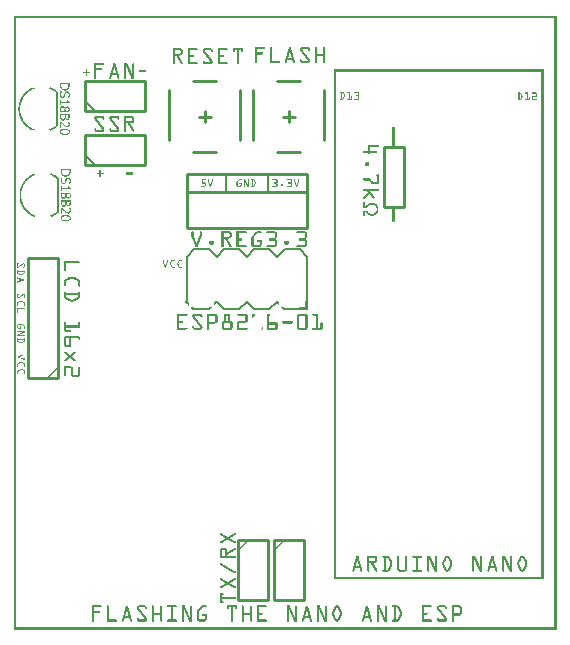
<source format=gto>
G04 MADE WITH FRITZING*
G04 WWW.FRITZING.ORG*
G04 DOUBLE SIDED*
G04 HOLES PLATED*
G04 CONTOUR ON CENTER OF CONTOUR VECTOR*
%ASAXBY*%
%FSLAX23Y23*%
%MOIN*%
%OFA0B0*%
%SFA1.0B1.0*%
%ADD10C,0.010000*%
%ADD11C,0.005000*%
%ADD12C,0.008051*%
%ADD13R,0.001000X0.001000*%
%LNSILK1*%
G90*
G70*
G54D10*
X747Y298D02*
X747Y98D01*
D02*
X747Y98D02*
X847Y98D01*
D02*
X847Y98D02*
X847Y298D01*
D02*
X847Y298D02*
X747Y298D01*
D02*
X867Y298D02*
X867Y98D01*
D02*
X867Y98D02*
X967Y98D01*
D02*
X967Y98D02*
X967Y298D01*
D02*
X967Y298D02*
X867Y298D01*
D02*
X576Y1518D02*
X976Y1518D01*
D02*
X976Y1518D02*
X976Y1338D01*
D02*
X976Y1338D02*
X576Y1338D01*
D02*
X576Y1338D02*
X576Y1518D01*
D02*
X576Y1518D02*
X976Y1518D01*
D02*
X976Y1518D02*
X976Y1458D01*
D02*
X976Y1458D02*
X576Y1458D01*
D02*
X576Y1458D02*
X576Y1518D01*
G54D11*
D02*
X706Y1518D02*
X706Y1458D01*
D02*
X846Y1518D02*
X846Y1458D01*
G54D10*
D02*
X1300Y1609D02*
X1300Y1409D01*
D02*
X1300Y1409D02*
X1234Y1409D01*
D02*
X1234Y1409D02*
X1234Y1609D01*
D02*
X1234Y1609D02*
X1300Y1609D01*
D02*
X597Y1829D02*
X675Y1829D01*
D02*
X518Y1632D02*
X518Y1799D01*
D02*
X754Y1632D02*
X754Y1799D01*
D02*
X597Y1592D02*
X675Y1592D01*
D02*
X616Y1710D02*
X656Y1710D01*
D02*
X636Y1730D02*
X636Y1691D01*
D02*
X877Y1829D02*
X955Y1829D01*
D02*
X798Y1632D02*
X798Y1799D01*
D02*
X1034Y1632D02*
X1034Y1799D01*
D02*
X877Y1592D02*
X955Y1592D01*
D02*
X896Y1710D02*
X936Y1710D01*
D02*
X916Y1730D02*
X916Y1691D01*
G54D12*
D02*
X978Y1243D02*
X953Y1268D01*
D02*
X903Y1268D02*
X878Y1243D01*
D02*
X878Y1243D02*
X852Y1268D01*
D02*
X802Y1268D02*
X777Y1243D01*
D02*
X777Y1243D02*
X752Y1268D01*
D02*
X702Y1268D02*
X676Y1243D01*
D02*
X978Y1243D02*
X978Y1093D01*
D02*
X953Y1068D02*
X903Y1068D01*
D02*
X878Y1093D02*
X852Y1068D01*
D02*
X852Y1068D02*
X802Y1068D01*
D02*
X802Y1068D02*
X777Y1093D01*
D02*
X777Y1093D02*
X752Y1068D01*
D02*
X752Y1068D02*
X702Y1068D01*
D02*
X702Y1068D02*
X676Y1093D01*
D02*
X752Y1268D02*
X702Y1268D01*
D02*
X852Y1268D02*
X802Y1268D01*
D02*
X953Y1268D02*
X903Y1268D01*
D02*
X601Y1268D02*
X576Y1243D01*
D02*
X651Y1068D02*
X601Y1068D01*
D02*
X576Y1093D02*
X576Y1243D01*
D02*
X651Y1268D02*
X601Y1268D01*
D02*
X676Y1243D02*
X651Y1268D01*
G54D10*
D02*
X237Y1548D02*
X437Y1548D01*
D02*
X437Y1548D02*
X437Y1648D01*
D02*
X437Y1648D02*
X237Y1648D01*
D02*
X237Y1648D02*
X237Y1548D01*
G54D11*
D02*
X272Y1548D02*
X237Y1583D01*
G54D10*
D02*
X237Y1728D02*
X437Y1728D01*
D02*
X437Y1728D02*
X437Y1828D01*
D02*
X437Y1828D02*
X237Y1828D01*
D02*
X237Y1828D02*
X237Y1728D01*
G54D11*
D02*
X272Y1728D02*
X237Y1763D01*
G54D10*
D02*
X147Y838D02*
X147Y1238D01*
D02*
X147Y1238D02*
X47Y1238D01*
D02*
X47Y1238D02*
X47Y838D01*
D02*
X47Y838D02*
X147Y838D01*
G54D13*
X0Y2047D02*
X1810Y2047D01*
X0Y2046D02*
X1810Y2046D01*
X0Y2045D02*
X1810Y2045D01*
X0Y2044D02*
X1810Y2044D01*
X0Y2043D02*
X1810Y2043D01*
X0Y2042D02*
X1810Y2042D01*
X0Y2041D02*
X1810Y2041D01*
X0Y2040D02*
X1810Y2040D01*
X0Y2039D02*
X7Y2039D01*
X1803Y2039D02*
X1810Y2039D01*
X0Y2038D02*
X7Y2038D01*
X1803Y2038D02*
X1810Y2038D01*
X0Y2037D02*
X7Y2037D01*
X1803Y2037D02*
X1810Y2037D01*
X0Y2036D02*
X7Y2036D01*
X1803Y2036D02*
X1810Y2036D01*
X0Y2035D02*
X7Y2035D01*
X1803Y2035D02*
X1810Y2035D01*
X0Y2034D02*
X7Y2034D01*
X1803Y2034D02*
X1810Y2034D01*
X0Y2033D02*
X7Y2033D01*
X1803Y2033D02*
X1810Y2033D01*
X0Y2032D02*
X7Y2032D01*
X1803Y2032D02*
X1810Y2032D01*
X0Y2031D02*
X7Y2031D01*
X1803Y2031D02*
X1810Y2031D01*
X0Y2030D02*
X7Y2030D01*
X1803Y2030D02*
X1810Y2030D01*
X0Y2029D02*
X7Y2029D01*
X1803Y2029D02*
X1810Y2029D01*
X0Y2028D02*
X7Y2028D01*
X1803Y2028D02*
X1810Y2028D01*
X0Y2027D02*
X7Y2027D01*
X1803Y2027D02*
X1810Y2027D01*
X0Y2026D02*
X7Y2026D01*
X1803Y2026D02*
X1810Y2026D01*
X0Y2025D02*
X7Y2025D01*
X1803Y2025D02*
X1810Y2025D01*
X0Y2024D02*
X7Y2024D01*
X1803Y2024D02*
X1810Y2024D01*
X0Y2023D02*
X7Y2023D01*
X1803Y2023D02*
X1810Y2023D01*
X0Y2022D02*
X7Y2022D01*
X1803Y2022D02*
X1810Y2022D01*
X0Y2021D02*
X7Y2021D01*
X1803Y2021D02*
X1810Y2021D01*
X0Y2020D02*
X7Y2020D01*
X1803Y2020D02*
X1810Y2020D01*
X0Y2019D02*
X7Y2019D01*
X1803Y2019D02*
X1810Y2019D01*
X0Y2018D02*
X7Y2018D01*
X1803Y2018D02*
X1810Y2018D01*
X0Y2017D02*
X7Y2017D01*
X1803Y2017D02*
X1810Y2017D01*
X0Y2016D02*
X7Y2016D01*
X1803Y2016D02*
X1810Y2016D01*
X0Y2015D02*
X7Y2015D01*
X1803Y2015D02*
X1810Y2015D01*
X0Y2014D02*
X7Y2014D01*
X1803Y2014D02*
X1810Y2014D01*
X0Y2013D02*
X7Y2013D01*
X1803Y2013D02*
X1810Y2013D01*
X0Y2012D02*
X7Y2012D01*
X1803Y2012D02*
X1810Y2012D01*
X0Y2011D02*
X7Y2011D01*
X1803Y2011D02*
X1810Y2011D01*
X0Y2010D02*
X7Y2010D01*
X1803Y2010D02*
X1810Y2010D01*
X0Y2009D02*
X7Y2009D01*
X1803Y2009D02*
X1810Y2009D01*
X0Y2008D02*
X7Y2008D01*
X1803Y2008D02*
X1810Y2008D01*
X0Y2007D02*
X7Y2007D01*
X1803Y2007D02*
X1810Y2007D01*
X0Y2006D02*
X7Y2006D01*
X1803Y2006D02*
X1810Y2006D01*
X0Y2005D02*
X7Y2005D01*
X1803Y2005D02*
X1810Y2005D01*
X0Y2004D02*
X7Y2004D01*
X1803Y2004D02*
X1810Y2004D01*
X0Y2003D02*
X7Y2003D01*
X1803Y2003D02*
X1810Y2003D01*
X0Y2002D02*
X7Y2002D01*
X1803Y2002D02*
X1810Y2002D01*
X0Y2001D02*
X7Y2001D01*
X1803Y2001D02*
X1810Y2001D01*
X0Y2000D02*
X7Y2000D01*
X1803Y2000D02*
X1810Y2000D01*
X0Y1999D02*
X7Y1999D01*
X1803Y1999D02*
X1810Y1999D01*
X0Y1998D02*
X7Y1998D01*
X1803Y1998D02*
X1810Y1998D01*
X0Y1997D02*
X7Y1997D01*
X1803Y1997D02*
X1810Y1997D01*
X0Y1996D02*
X7Y1996D01*
X1803Y1996D02*
X1810Y1996D01*
X0Y1995D02*
X7Y1995D01*
X1803Y1995D02*
X1810Y1995D01*
X0Y1994D02*
X7Y1994D01*
X1803Y1994D02*
X1810Y1994D01*
X0Y1993D02*
X7Y1993D01*
X1803Y1993D02*
X1810Y1993D01*
X0Y1992D02*
X7Y1992D01*
X1803Y1992D02*
X1810Y1992D01*
X0Y1991D02*
X7Y1991D01*
X1803Y1991D02*
X1810Y1991D01*
X0Y1990D02*
X7Y1990D01*
X1803Y1990D02*
X1810Y1990D01*
X0Y1989D02*
X7Y1989D01*
X1803Y1989D02*
X1810Y1989D01*
X0Y1988D02*
X7Y1988D01*
X1803Y1988D02*
X1810Y1988D01*
X0Y1987D02*
X7Y1987D01*
X1803Y1987D02*
X1810Y1987D01*
X0Y1986D02*
X7Y1986D01*
X1803Y1986D02*
X1810Y1986D01*
X0Y1985D02*
X7Y1985D01*
X1803Y1985D02*
X1810Y1985D01*
X0Y1984D02*
X7Y1984D01*
X1803Y1984D02*
X1810Y1984D01*
X0Y1983D02*
X7Y1983D01*
X1803Y1983D02*
X1810Y1983D01*
X0Y1982D02*
X7Y1982D01*
X1803Y1982D02*
X1810Y1982D01*
X0Y1981D02*
X7Y1981D01*
X1803Y1981D02*
X1810Y1981D01*
X0Y1980D02*
X7Y1980D01*
X1803Y1980D02*
X1810Y1980D01*
X0Y1979D02*
X7Y1979D01*
X1803Y1979D02*
X1810Y1979D01*
X0Y1978D02*
X7Y1978D01*
X1803Y1978D02*
X1810Y1978D01*
X0Y1977D02*
X7Y1977D01*
X1803Y1977D02*
X1810Y1977D01*
X0Y1976D02*
X7Y1976D01*
X1803Y1976D02*
X1810Y1976D01*
X0Y1975D02*
X7Y1975D01*
X1803Y1975D02*
X1810Y1975D01*
X0Y1974D02*
X7Y1974D01*
X1803Y1974D02*
X1810Y1974D01*
X0Y1973D02*
X7Y1973D01*
X1803Y1973D02*
X1810Y1973D01*
X0Y1972D02*
X7Y1972D01*
X1803Y1972D02*
X1810Y1972D01*
X0Y1971D02*
X7Y1971D01*
X1803Y1971D02*
X1810Y1971D01*
X0Y1970D02*
X7Y1970D01*
X1803Y1970D02*
X1810Y1970D01*
X0Y1969D02*
X7Y1969D01*
X1803Y1969D02*
X1810Y1969D01*
X0Y1968D02*
X7Y1968D01*
X1803Y1968D02*
X1810Y1968D01*
X0Y1967D02*
X7Y1967D01*
X1803Y1967D02*
X1810Y1967D01*
X0Y1966D02*
X7Y1966D01*
X1803Y1966D02*
X1810Y1966D01*
X0Y1965D02*
X7Y1965D01*
X1803Y1965D02*
X1810Y1965D01*
X0Y1964D02*
X7Y1964D01*
X1803Y1964D02*
X1810Y1964D01*
X0Y1963D02*
X7Y1963D01*
X1803Y1963D02*
X1810Y1963D01*
X0Y1962D02*
X7Y1962D01*
X1803Y1962D02*
X1810Y1962D01*
X0Y1961D02*
X7Y1961D01*
X1803Y1961D02*
X1810Y1961D01*
X0Y1960D02*
X7Y1960D01*
X1803Y1960D02*
X1810Y1960D01*
X0Y1959D02*
X7Y1959D01*
X1803Y1959D02*
X1810Y1959D01*
X0Y1958D02*
X7Y1958D01*
X1803Y1958D02*
X1810Y1958D01*
X0Y1957D02*
X7Y1957D01*
X1803Y1957D02*
X1810Y1957D01*
X0Y1956D02*
X7Y1956D01*
X1803Y1956D02*
X1810Y1956D01*
X0Y1955D02*
X7Y1955D01*
X1803Y1955D02*
X1810Y1955D01*
X0Y1954D02*
X7Y1954D01*
X1803Y1954D02*
X1810Y1954D01*
X0Y1953D02*
X7Y1953D01*
X1803Y1953D02*
X1810Y1953D01*
X0Y1952D02*
X7Y1952D01*
X1803Y1952D02*
X1810Y1952D01*
X0Y1951D02*
X7Y1951D01*
X1803Y1951D02*
X1810Y1951D01*
X0Y1950D02*
X7Y1950D01*
X1803Y1950D02*
X1810Y1950D01*
X0Y1949D02*
X7Y1949D01*
X1803Y1949D02*
X1810Y1949D01*
X0Y1948D02*
X7Y1948D01*
X1803Y1948D02*
X1810Y1948D01*
X0Y1947D02*
X7Y1947D01*
X1803Y1947D02*
X1810Y1947D01*
X0Y1946D02*
X7Y1946D01*
X1803Y1946D02*
X1810Y1946D01*
X0Y1945D02*
X7Y1945D01*
X1803Y1945D02*
X1810Y1945D01*
X0Y1944D02*
X7Y1944D01*
X1803Y1944D02*
X1810Y1944D01*
X0Y1943D02*
X7Y1943D01*
X1803Y1943D02*
X1810Y1943D01*
X0Y1942D02*
X7Y1942D01*
X804Y1942D02*
X836Y1942D01*
X855Y1942D02*
X858Y1942D01*
X919Y1942D02*
X922Y1942D01*
X959Y1942D02*
X981Y1942D01*
X1005Y1942D02*
X1008Y1942D01*
X1033Y1942D02*
X1036Y1942D01*
X1803Y1942D02*
X1810Y1942D01*
X0Y1941D02*
X7Y1941D01*
X804Y1941D02*
X837Y1941D01*
X854Y1941D02*
X859Y1941D01*
X918Y1941D02*
X923Y1941D01*
X957Y1941D02*
X983Y1941D01*
X1004Y1941D02*
X1009Y1941D01*
X1032Y1941D02*
X1037Y1941D01*
X1803Y1941D02*
X1810Y1941D01*
X0Y1940D02*
X7Y1940D01*
X804Y1940D02*
X837Y1940D01*
X854Y1940D02*
X860Y1940D01*
X918Y1940D02*
X923Y1940D01*
X956Y1940D02*
X984Y1940D01*
X1004Y1940D02*
X1010Y1940D01*
X1032Y1940D02*
X1037Y1940D01*
X1803Y1940D02*
X1810Y1940D01*
X0Y1939D02*
X7Y1939D01*
X804Y1939D02*
X837Y1939D01*
X854Y1939D02*
X860Y1939D01*
X917Y1939D02*
X924Y1939D01*
X955Y1939D02*
X985Y1939D01*
X1004Y1939D02*
X1010Y1939D01*
X1031Y1939D02*
X1037Y1939D01*
X1803Y1939D02*
X1810Y1939D01*
X0Y1938D02*
X7Y1938D01*
X530Y1938D02*
X557Y1938D01*
X580Y1938D02*
X612Y1938D01*
X635Y1938D02*
X658Y1938D01*
X680Y1938D02*
X712Y1938D01*
X730Y1938D02*
X764Y1938D01*
X804Y1938D02*
X837Y1938D01*
X854Y1938D02*
X860Y1938D01*
X917Y1938D02*
X924Y1938D01*
X955Y1938D02*
X986Y1938D01*
X1004Y1938D02*
X1010Y1938D01*
X1031Y1938D02*
X1037Y1938D01*
X1803Y1938D02*
X1810Y1938D01*
X0Y1937D02*
X7Y1937D01*
X530Y1937D02*
X559Y1937D01*
X580Y1937D02*
X613Y1937D01*
X633Y1937D02*
X659Y1937D01*
X680Y1937D02*
X713Y1937D01*
X730Y1937D02*
X764Y1937D01*
X804Y1937D02*
X837Y1937D01*
X854Y1937D02*
X860Y1937D01*
X917Y1937D02*
X924Y1937D01*
X954Y1937D02*
X987Y1937D01*
X1004Y1937D02*
X1010Y1937D01*
X1031Y1937D02*
X1037Y1937D01*
X1803Y1937D02*
X1810Y1937D01*
X0Y1936D02*
X7Y1936D01*
X530Y1936D02*
X560Y1936D01*
X580Y1936D02*
X614Y1936D01*
X632Y1936D02*
X661Y1936D01*
X680Y1936D02*
X714Y1936D01*
X730Y1936D02*
X764Y1936D01*
X804Y1936D02*
X835Y1936D01*
X854Y1936D02*
X860Y1936D01*
X917Y1936D02*
X925Y1936D01*
X954Y1936D02*
X987Y1936D01*
X1004Y1936D02*
X1010Y1936D01*
X1031Y1936D02*
X1037Y1936D01*
X1803Y1936D02*
X1810Y1936D01*
X0Y1935D02*
X7Y1935D01*
X530Y1935D02*
X561Y1935D01*
X580Y1935D02*
X614Y1935D01*
X631Y1935D02*
X662Y1935D01*
X680Y1935D02*
X714Y1935D01*
X730Y1935D02*
X764Y1935D01*
X804Y1935D02*
X810Y1935D01*
X854Y1935D02*
X860Y1935D01*
X916Y1935D02*
X925Y1935D01*
X954Y1935D02*
X960Y1935D01*
X980Y1935D02*
X987Y1935D01*
X1004Y1935D02*
X1010Y1935D01*
X1031Y1935D02*
X1037Y1935D01*
X1803Y1935D02*
X1810Y1935D01*
X0Y1934D02*
X7Y1934D01*
X530Y1934D02*
X562Y1934D01*
X580Y1934D02*
X613Y1934D01*
X631Y1934D02*
X662Y1934D01*
X680Y1934D02*
X713Y1934D01*
X730Y1934D02*
X764Y1934D01*
X804Y1934D02*
X810Y1934D01*
X854Y1934D02*
X860Y1934D01*
X916Y1934D02*
X925Y1934D01*
X954Y1934D02*
X960Y1934D01*
X981Y1934D02*
X987Y1934D01*
X1004Y1934D02*
X1010Y1934D01*
X1031Y1934D02*
X1037Y1934D01*
X1803Y1934D02*
X1810Y1934D01*
X0Y1933D02*
X7Y1933D01*
X530Y1933D02*
X562Y1933D01*
X580Y1933D02*
X613Y1933D01*
X630Y1933D02*
X663Y1933D01*
X680Y1933D02*
X713Y1933D01*
X730Y1933D02*
X764Y1933D01*
X804Y1933D02*
X810Y1933D01*
X854Y1933D02*
X860Y1933D01*
X916Y1933D02*
X926Y1933D01*
X954Y1933D02*
X961Y1933D01*
X981Y1933D02*
X987Y1933D01*
X1004Y1933D02*
X1010Y1933D01*
X1031Y1933D02*
X1037Y1933D01*
X1803Y1933D02*
X1810Y1933D01*
X0Y1932D02*
X7Y1932D01*
X530Y1932D02*
X563Y1932D01*
X580Y1932D02*
X612Y1932D01*
X630Y1932D02*
X663Y1932D01*
X680Y1932D02*
X712Y1932D01*
X730Y1932D02*
X764Y1932D01*
X804Y1932D02*
X810Y1932D01*
X854Y1932D02*
X860Y1932D01*
X915Y1932D02*
X926Y1932D01*
X954Y1932D02*
X962Y1932D01*
X982Y1932D02*
X987Y1932D01*
X1004Y1932D02*
X1010Y1932D01*
X1031Y1932D02*
X1037Y1932D01*
X1803Y1932D02*
X1810Y1932D01*
X0Y1931D02*
X7Y1931D01*
X530Y1931D02*
X536Y1931D01*
X556Y1931D02*
X563Y1931D01*
X580Y1931D02*
X586Y1931D01*
X630Y1931D02*
X636Y1931D01*
X657Y1931D02*
X663Y1931D01*
X680Y1931D02*
X686Y1931D01*
X730Y1931D02*
X736Y1931D01*
X744Y1931D02*
X750Y1931D01*
X758Y1931D02*
X764Y1931D01*
X804Y1931D02*
X810Y1931D01*
X854Y1931D02*
X860Y1931D01*
X915Y1931D02*
X926Y1931D01*
X955Y1931D02*
X963Y1931D01*
X982Y1931D02*
X987Y1931D01*
X1004Y1931D02*
X1010Y1931D01*
X1031Y1931D02*
X1037Y1931D01*
X1803Y1931D02*
X1810Y1931D01*
X0Y1930D02*
X7Y1930D01*
X530Y1930D02*
X536Y1930D01*
X557Y1930D02*
X563Y1930D01*
X580Y1930D02*
X586Y1930D01*
X630Y1930D02*
X636Y1930D01*
X657Y1930D02*
X664Y1930D01*
X680Y1930D02*
X686Y1930D01*
X730Y1930D02*
X736Y1930D01*
X744Y1930D02*
X750Y1930D01*
X758Y1930D02*
X764Y1930D01*
X804Y1930D02*
X810Y1930D01*
X854Y1930D02*
X860Y1930D01*
X915Y1930D02*
X926Y1930D01*
X955Y1930D02*
X963Y1930D01*
X984Y1930D02*
X985Y1930D01*
X1004Y1930D02*
X1010Y1930D01*
X1031Y1930D02*
X1037Y1930D01*
X1803Y1930D02*
X1810Y1930D01*
X0Y1929D02*
X7Y1929D01*
X530Y1929D02*
X536Y1929D01*
X557Y1929D02*
X564Y1929D01*
X580Y1929D02*
X586Y1929D01*
X630Y1929D02*
X637Y1929D01*
X658Y1929D02*
X664Y1929D01*
X680Y1929D02*
X686Y1929D01*
X730Y1929D02*
X736Y1929D01*
X744Y1929D02*
X750Y1929D01*
X758Y1929D02*
X764Y1929D01*
X804Y1929D02*
X810Y1929D01*
X854Y1929D02*
X860Y1929D01*
X914Y1929D02*
X927Y1929D01*
X956Y1929D02*
X964Y1929D01*
X1004Y1929D02*
X1010Y1929D01*
X1031Y1929D02*
X1037Y1929D01*
X1803Y1929D02*
X1810Y1929D01*
X0Y1928D02*
X7Y1928D01*
X530Y1928D02*
X536Y1928D01*
X558Y1928D02*
X564Y1928D01*
X580Y1928D02*
X586Y1928D01*
X631Y1928D02*
X638Y1928D01*
X658Y1928D02*
X663Y1928D01*
X680Y1928D02*
X686Y1928D01*
X730Y1928D02*
X736Y1928D01*
X744Y1928D02*
X750Y1928D01*
X758Y1928D02*
X763Y1928D01*
X804Y1928D02*
X810Y1928D01*
X854Y1928D02*
X860Y1928D01*
X914Y1928D02*
X927Y1928D01*
X957Y1928D02*
X965Y1928D01*
X1004Y1928D02*
X1010Y1928D01*
X1031Y1928D02*
X1037Y1928D01*
X1803Y1928D02*
X1810Y1928D01*
X0Y1927D02*
X7Y1927D01*
X530Y1927D02*
X536Y1927D01*
X558Y1927D02*
X564Y1927D01*
X580Y1927D02*
X586Y1927D01*
X631Y1927D02*
X639Y1927D01*
X659Y1927D02*
X663Y1927D01*
X680Y1927D02*
X686Y1927D01*
X731Y1927D02*
X735Y1927D01*
X744Y1927D02*
X750Y1927D01*
X759Y1927D02*
X763Y1927D01*
X804Y1927D02*
X810Y1927D01*
X854Y1927D02*
X860Y1927D01*
X914Y1927D02*
X927Y1927D01*
X958Y1927D02*
X966Y1927D01*
X1004Y1927D02*
X1010Y1927D01*
X1031Y1927D02*
X1037Y1927D01*
X1803Y1927D02*
X1810Y1927D01*
X0Y1926D02*
X7Y1926D01*
X530Y1926D02*
X536Y1926D01*
X558Y1926D02*
X564Y1926D01*
X580Y1926D02*
X586Y1926D01*
X632Y1926D02*
X640Y1926D01*
X660Y1926D02*
X661Y1926D01*
X680Y1926D02*
X686Y1926D01*
X732Y1926D02*
X734Y1926D01*
X744Y1926D02*
X750Y1926D01*
X760Y1926D02*
X761Y1926D01*
X804Y1926D02*
X810Y1926D01*
X854Y1926D02*
X860Y1926D01*
X914Y1926D02*
X928Y1926D01*
X958Y1926D02*
X966Y1926D01*
X1004Y1926D02*
X1010Y1926D01*
X1031Y1926D02*
X1037Y1926D01*
X1803Y1926D02*
X1810Y1926D01*
X0Y1925D02*
X7Y1925D01*
X530Y1925D02*
X536Y1925D01*
X558Y1925D02*
X564Y1925D01*
X580Y1925D02*
X586Y1925D01*
X632Y1925D02*
X640Y1925D01*
X680Y1925D02*
X686Y1925D01*
X744Y1925D02*
X750Y1925D01*
X804Y1925D02*
X810Y1925D01*
X854Y1925D02*
X860Y1925D01*
X913Y1925D02*
X920Y1925D01*
X922Y1925D02*
X928Y1925D01*
X959Y1925D02*
X967Y1925D01*
X1004Y1925D02*
X1010Y1925D01*
X1031Y1925D02*
X1037Y1925D01*
X1803Y1925D02*
X1810Y1925D01*
X0Y1924D02*
X7Y1924D01*
X530Y1924D02*
X536Y1924D01*
X558Y1924D02*
X564Y1924D01*
X580Y1924D02*
X586Y1924D01*
X633Y1924D02*
X641Y1924D01*
X680Y1924D02*
X686Y1924D01*
X744Y1924D02*
X750Y1924D01*
X804Y1924D02*
X829Y1924D01*
X854Y1924D02*
X860Y1924D01*
X913Y1924D02*
X919Y1924D01*
X922Y1924D02*
X928Y1924D01*
X960Y1924D02*
X968Y1924D01*
X1004Y1924D02*
X1010Y1924D01*
X1031Y1924D02*
X1037Y1924D01*
X1803Y1924D02*
X1810Y1924D01*
X0Y1923D02*
X7Y1923D01*
X530Y1923D02*
X536Y1923D01*
X557Y1923D02*
X564Y1923D01*
X580Y1923D02*
X586Y1923D01*
X634Y1923D02*
X642Y1923D01*
X680Y1923D02*
X686Y1923D01*
X744Y1923D02*
X750Y1923D01*
X804Y1923D02*
X830Y1923D01*
X854Y1923D02*
X860Y1923D01*
X913Y1923D02*
X919Y1923D01*
X922Y1923D02*
X928Y1923D01*
X961Y1923D02*
X969Y1923D01*
X1004Y1923D02*
X1010Y1923D01*
X1031Y1923D02*
X1037Y1923D01*
X1803Y1923D02*
X1810Y1923D01*
X0Y1922D02*
X7Y1922D01*
X530Y1922D02*
X536Y1922D01*
X556Y1922D02*
X563Y1922D01*
X580Y1922D02*
X586Y1922D01*
X635Y1922D02*
X643Y1922D01*
X680Y1922D02*
X686Y1922D01*
X744Y1922D02*
X750Y1922D01*
X804Y1922D02*
X830Y1922D01*
X854Y1922D02*
X860Y1922D01*
X912Y1922D02*
X919Y1922D01*
X922Y1922D02*
X929Y1922D01*
X962Y1922D02*
X970Y1922D01*
X1004Y1922D02*
X1010Y1922D01*
X1031Y1922D02*
X1037Y1922D01*
X1803Y1922D02*
X1810Y1922D01*
X0Y1921D02*
X7Y1921D01*
X530Y1921D02*
X537Y1921D01*
X554Y1921D02*
X563Y1921D01*
X580Y1921D02*
X586Y1921D01*
X635Y1921D02*
X643Y1921D01*
X680Y1921D02*
X686Y1921D01*
X744Y1921D02*
X750Y1921D01*
X804Y1921D02*
X830Y1921D01*
X854Y1921D02*
X860Y1921D01*
X912Y1921D02*
X918Y1921D01*
X923Y1921D02*
X929Y1921D01*
X962Y1921D02*
X970Y1921D01*
X1004Y1921D02*
X1010Y1921D01*
X1031Y1921D02*
X1037Y1921D01*
X1803Y1921D02*
X1810Y1921D01*
X0Y1920D02*
X7Y1920D01*
X530Y1920D02*
X563Y1920D01*
X580Y1920D02*
X586Y1920D01*
X636Y1920D02*
X644Y1920D01*
X680Y1920D02*
X686Y1920D01*
X744Y1920D02*
X750Y1920D01*
X804Y1920D02*
X830Y1920D01*
X854Y1920D02*
X860Y1920D01*
X912Y1920D02*
X918Y1920D01*
X923Y1920D02*
X929Y1920D01*
X963Y1920D02*
X971Y1920D01*
X1004Y1920D02*
X1010Y1920D01*
X1031Y1920D02*
X1037Y1920D01*
X1803Y1920D02*
X1810Y1920D01*
X0Y1919D02*
X7Y1919D01*
X530Y1919D02*
X562Y1919D01*
X580Y1919D02*
X586Y1919D01*
X637Y1919D02*
X645Y1919D01*
X680Y1919D02*
X686Y1919D01*
X744Y1919D02*
X750Y1919D01*
X804Y1919D02*
X829Y1919D01*
X854Y1919D02*
X860Y1919D01*
X912Y1919D02*
X918Y1919D01*
X923Y1919D02*
X930Y1919D01*
X964Y1919D02*
X972Y1919D01*
X1004Y1919D02*
X1037Y1919D01*
X1803Y1919D02*
X1810Y1919D01*
X0Y1918D02*
X7Y1918D01*
X530Y1918D02*
X561Y1918D01*
X580Y1918D02*
X586Y1918D01*
X638Y1918D02*
X646Y1918D01*
X680Y1918D02*
X686Y1918D01*
X744Y1918D02*
X750Y1918D01*
X804Y1918D02*
X828Y1918D01*
X854Y1918D02*
X860Y1918D01*
X911Y1918D02*
X918Y1918D01*
X924Y1918D02*
X930Y1918D01*
X965Y1918D02*
X973Y1918D01*
X1004Y1918D02*
X1037Y1918D01*
X1803Y1918D02*
X1810Y1918D01*
X0Y1917D02*
X7Y1917D01*
X530Y1917D02*
X560Y1917D01*
X580Y1917D02*
X586Y1917D01*
X639Y1917D02*
X647Y1917D01*
X680Y1917D02*
X686Y1917D01*
X744Y1917D02*
X750Y1917D01*
X804Y1917D02*
X810Y1917D01*
X854Y1917D02*
X860Y1917D01*
X911Y1917D02*
X917Y1917D01*
X924Y1917D02*
X930Y1917D01*
X965Y1917D02*
X973Y1917D01*
X1004Y1917D02*
X1037Y1917D01*
X1803Y1917D02*
X1810Y1917D01*
X0Y1916D02*
X7Y1916D01*
X530Y1916D02*
X559Y1916D01*
X580Y1916D02*
X586Y1916D01*
X639Y1916D02*
X647Y1916D01*
X680Y1916D02*
X686Y1916D01*
X744Y1916D02*
X750Y1916D01*
X804Y1916D02*
X810Y1916D01*
X854Y1916D02*
X860Y1916D01*
X911Y1916D02*
X917Y1916D01*
X924Y1916D02*
X930Y1916D01*
X966Y1916D02*
X974Y1916D01*
X1004Y1916D02*
X1037Y1916D01*
X1803Y1916D02*
X1810Y1916D01*
X0Y1915D02*
X7Y1915D01*
X530Y1915D02*
X558Y1915D01*
X580Y1915D02*
X597Y1915D01*
X640Y1915D02*
X648Y1915D01*
X680Y1915D02*
X697Y1915D01*
X744Y1915D02*
X750Y1915D01*
X804Y1915D02*
X810Y1915D01*
X854Y1915D02*
X860Y1915D01*
X910Y1915D02*
X917Y1915D01*
X924Y1915D02*
X931Y1915D01*
X967Y1915D02*
X975Y1915D01*
X1004Y1915D02*
X1037Y1915D01*
X1803Y1915D02*
X1810Y1915D01*
X0Y1914D02*
X7Y1914D01*
X530Y1914D02*
X554Y1914D01*
X580Y1914D02*
X599Y1914D01*
X641Y1914D02*
X649Y1914D01*
X680Y1914D02*
X699Y1914D01*
X744Y1914D02*
X750Y1914D01*
X804Y1914D02*
X810Y1914D01*
X854Y1914D02*
X860Y1914D01*
X910Y1914D02*
X916Y1914D01*
X925Y1914D02*
X931Y1914D01*
X968Y1914D02*
X976Y1914D01*
X1004Y1914D02*
X1037Y1914D01*
X1803Y1914D02*
X1810Y1914D01*
X0Y1913D02*
X7Y1913D01*
X530Y1913D02*
X536Y1913D01*
X542Y1913D02*
X550Y1913D01*
X580Y1913D02*
X600Y1913D01*
X642Y1913D02*
X650Y1913D01*
X680Y1913D02*
X700Y1913D01*
X744Y1913D02*
X750Y1913D01*
X804Y1913D02*
X810Y1913D01*
X854Y1913D02*
X860Y1913D01*
X910Y1913D02*
X916Y1913D01*
X925Y1913D02*
X931Y1913D01*
X969Y1913D02*
X977Y1913D01*
X1004Y1913D02*
X1037Y1913D01*
X1803Y1913D02*
X1810Y1913D01*
X0Y1912D02*
X7Y1912D01*
X530Y1912D02*
X536Y1912D01*
X543Y1912D02*
X550Y1912D01*
X580Y1912D02*
X600Y1912D01*
X642Y1912D02*
X650Y1912D01*
X680Y1912D02*
X700Y1912D01*
X744Y1912D02*
X750Y1912D01*
X804Y1912D02*
X810Y1912D01*
X854Y1912D02*
X860Y1912D01*
X909Y1912D02*
X916Y1912D01*
X925Y1912D02*
X932Y1912D01*
X969Y1912D02*
X977Y1912D01*
X1004Y1912D02*
X1010Y1912D01*
X1031Y1912D02*
X1037Y1912D01*
X1803Y1912D02*
X1810Y1912D01*
X0Y1911D02*
X7Y1911D01*
X530Y1911D02*
X536Y1911D01*
X544Y1911D02*
X551Y1911D01*
X580Y1911D02*
X600Y1911D01*
X643Y1911D02*
X651Y1911D01*
X680Y1911D02*
X700Y1911D01*
X744Y1911D02*
X750Y1911D01*
X804Y1911D02*
X810Y1911D01*
X854Y1911D02*
X860Y1911D01*
X909Y1911D02*
X916Y1911D01*
X926Y1911D02*
X932Y1911D01*
X970Y1911D02*
X978Y1911D01*
X1004Y1911D02*
X1010Y1911D01*
X1031Y1911D02*
X1037Y1911D01*
X1803Y1911D02*
X1810Y1911D01*
X0Y1910D02*
X7Y1910D01*
X530Y1910D02*
X536Y1910D01*
X544Y1910D02*
X551Y1910D01*
X580Y1910D02*
X599Y1910D01*
X644Y1910D02*
X652Y1910D01*
X680Y1910D02*
X699Y1910D01*
X744Y1910D02*
X750Y1910D01*
X804Y1910D02*
X810Y1910D01*
X854Y1910D02*
X860Y1910D01*
X909Y1910D02*
X915Y1910D01*
X926Y1910D02*
X932Y1910D01*
X971Y1910D02*
X979Y1910D01*
X1004Y1910D02*
X1010Y1910D01*
X1031Y1910D02*
X1037Y1910D01*
X1803Y1910D02*
X1810Y1910D01*
X0Y1909D02*
X7Y1909D01*
X530Y1909D02*
X536Y1909D01*
X545Y1909D02*
X552Y1909D01*
X580Y1909D02*
X599Y1909D01*
X645Y1909D02*
X653Y1909D01*
X680Y1909D02*
X699Y1909D01*
X744Y1909D02*
X750Y1909D01*
X804Y1909D02*
X810Y1909D01*
X854Y1909D02*
X860Y1909D01*
X909Y1909D02*
X915Y1909D01*
X926Y1909D02*
X933Y1909D01*
X972Y1909D02*
X980Y1909D01*
X1004Y1909D02*
X1010Y1909D01*
X1031Y1909D02*
X1037Y1909D01*
X1803Y1909D02*
X1810Y1909D01*
X0Y1908D02*
X7Y1908D01*
X530Y1908D02*
X536Y1908D01*
X545Y1908D02*
X553Y1908D01*
X580Y1908D02*
X586Y1908D01*
X646Y1908D02*
X654Y1908D01*
X680Y1908D02*
X686Y1908D01*
X744Y1908D02*
X750Y1908D01*
X804Y1908D02*
X810Y1908D01*
X854Y1908D02*
X860Y1908D01*
X908Y1908D02*
X915Y1908D01*
X927Y1908D02*
X933Y1908D01*
X972Y1908D02*
X980Y1908D01*
X1004Y1908D02*
X1010Y1908D01*
X1031Y1908D02*
X1037Y1908D01*
X1803Y1908D02*
X1810Y1908D01*
X0Y1907D02*
X7Y1907D01*
X530Y1907D02*
X536Y1907D01*
X546Y1907D02*
X553Y1907D01*
X580Y1907D02*
X586Y1907D01*
X646Y1907D02*
X654Y1907D01*
X680Y1907D02*
X686Y1907D01*
X744Y1907D02*
X750Y1907D01*
X804Y1907D02*
X810Y1907D01*
X854Y1907D02*
X860Y1907D01*
X908Y1907D02*
X933Y1907D01*
X973Y1907D02*
X981Y1907D01*
X1004Y1907D02*
X1010Y1907D01*
X1031Y1907D02*
X1037Y1907D01*
X1803Y1907D02*
X1810Y1907D01*
X0Y1906D02*
X7Y1906D01*
X530Y1906D02*
X536Y1906D01*
X547Y1906D02*
X554Y1906D01*
X580Y1906D02*
X586Y1906D01*
X647Y1906D02*
X655Y1906D01*
X680Y1906D02*
X686Y1906D01*
X744Y1906D02*
X750Y1906D01*
X804Y1906D02*
X810Y1906D01*
X854Y1906D02*
X860Y1906D01*
X908Y1906D02*
X933Y1906D01*
X974Y1906D02*
X982Y1906D01*
X1004Y1906D02*
X1010Y1906D01*
X1031Y1906D02*
X1037Y1906D01*
X1803Y1906D02*
X1810Y1906D01*
X0Y1905D02*
X7Y1905D01*
X530Y1905D02*
X536Y1905D01*
X547Y1905D02*
X554Y1905D01*
X580Y1905D02*
X586Y1905D01*
X648Y1905D02*
X656Y1905D01*
X680Y1905D02*
X686Y1905D01*
X744Y1905D02*
X750Y1905D01*
X804Y1905D02*
X810Y1905D01*
X854Y1905D02*
X860Y1905D01*
X907Y1905D02*
X934Y1905D01*
X975Y1905D02*
X983Y1905D01*
X1004Y1905D02*
X1010Y1905D01*
X1031Y1905D02*
X1037Y1905D01*
X1803Y1905D02*
X1810Y1905D01*
X0Y1904D02*
X7Y1904D01*
X530Y1904D02*
X536Y1904D01*
X548Y1904D02*
X555Y1904D01*
X580Y1904D02*
X586Y1904D01*
X649Y1904D02*
X657Y1904D01*
X680Y1904D02*
X686Y1904D01*
X744Y1904D02*
X750Y1904D01*
X804Y1904D02*
X810Y1904D01*
X854Y1904D02*
X860Y1904D01*
X907Y1904D02*
X934Y1904D01*
X975Y1904D02*
X984Y1904D01*
X1004Y1904D02*
X1010Y1904D01*
X1031Y1904D02*
X1037Y1904D01*
X1803Y1904D02*
X1810Y1904D01*
X0Y1903D02*
X7Y1903D01*
X530Y1903D02*
X536Y1903D01*
X548Y1903D02*
X555Y1903D01*
X580Y1903D02*
X586Y1903D01*
X649Y1903D02*
X657Y1903D01*
X680Y1903D02*
X686Y1903D01*
X744Y1903D02*
X750Y1903D01*
X804Y1903D02*
X810Y1903D01*
X854Y1903D02*
X860Y1903D01*
X907Y1903D02*
X934Y1903D01*
X976Y1903D02*
X984Y1903D01*
X1004Y1903D02*
X1010Y1903D01*
X1031Y1903D02*
X1037Y1903D01*
X1803Y1903D02*
X1810Y1903D01*
X0Y1902D02*
X7Y1902D01*
X530Y1902D02*
X536Y1902D01*
X549Y1902D02*
X556Y1902D01*
X580Y1902D02*
X586Y1902D01*
X650Y1902D02*
X658Y1902D01*
X680Y1902D02*
X686Y1902D01*
X744Y1902D02*
X750Y1902D01*
X804Y1902D02*
X810Y1902D01*
X854Y1902D02*
X860Y1902D01*
X907Y1902D02*
X935Y1902D01*
X977Y1902D02*
X985Y1902D01*
X1004Y1902D02*
X1010Y1902D01*
X1031Y1902D02*
X1037Y1902D01*
X1803Y1902D02*
X1810Y1902D01*
X0Y1901D02*
X7Y1901D01*
X530Y1901D02*
X536Y1901D01*
X549Y1901D02*
X557Y1901D01*
X580Y1901D02*
X586Y1901D01*
X651Y1901D02*
X659Y1901D01*
X680Y1901D02*
X686Y1901D01*
X744Y1901D02*
X750Y1901D01*
X804Y1901D02*
X810Y1901D01*
X854Y1901D02*
X860Y1901D01*
X906Y1901D02*
X935Y1901D01*
X956Y1901D02*
X958Y1901D01*
X978Y1901D02*
X986Y1901D01*
X1004Y1901D02*
X1010Y1901D01*
X1031Y1901D02*
X1037Y1901D01*
X1803Y1901D02*
X1810Y1901D01*
X0Y1900D02*
X7Y1900D01*
X530Y1900D02*
X536Y1900D01*
X550Y1900D02*
X557Y1900D01*
X580Y1900D02*
X586Y1900D01*
X652Y1900D02*
X660Y1900D01*
X680Y1900D02*
X686Y1900D01*
X744Y1900D02*
X750Y1900D01*
X804Y1900D02*
X810Y1900D01*
X854Y1900D02*
X860Y1900D01*
X906Y1900D02*
X912Y1900D01*
X929Y1900D02*
X935Y1900D01*
X955Y1900D02*
X959Y1900D01*
X979Y1900D02*
X986Y1900D01*
X1004Y1900D02*
X1010Y1900D01*
X1031Y1900D02*
X1037Y1900D01*
X1803Y1900D02*
X1810Y1900D01*
X0Y1899D02*
X7Y1899D01*
X530Y1899D02*
X536Y1899D01*
X551Y1899D02*
X558Y1899D01*
X580Y1899D02*
X586Y1899D01*
X653Y1899D02*
X661Y1899D01*
X680Y1899D02*
X686Y1899D01*
X744Y1899D02*
X750Y1899D01*
X804Y1899D02*
X810Y1899D01*
X854Y1899D02*
X860Y1899D01*
X906Y1899D02*
X912Y1899D01*
X929Y1899D02*
X935Y1899D01*
X954Y1899D02*
X960Y1899D01*
X979Y1899D02*
X987Y1899D01*
X1004Y1899D02*
X1010Y1899D01*
X1031Y1899D02*
X1037Y1899D01*
X1803Y1899D02*
X1810Y1899D01*
X0Y1898D02*
X7Y1898D01*
X530Y1898D02*
X536Y1898D01*
X551Y1898D02*
X558Y1898D01*
X580Y1898D02*
X586Y1898D01*
X653Y1898D02*
X661Y1898D01*
X680Y1898D02*
X686Y1898D01*
X744Y1898D02*
X750Y1898D01*
X804Y1898D02*
X810Y1898D01*
X854Y1898D02*
X860Y1898D01*
X905Y1898D02*
X912Y1898D01*
X929Y1898D02*
X936Y1898D01*
X954Y1898D02*
X960Y1898D01*
X980Y1898D02*
X987Y1898D01*
X1004Y1898D02*
X1010Y1898D01*
X1031Y1898D02*
X1037Y1898D01*
X1803Y1898D02*
X1810Y1898D01*
X0Y1897D02*
X7Y1897D01*
X530Y1897D02*
X536Y1897D01*
X552Y1897D02*
X559Y1897D01*
X580Y1897D02*
X586Y1897D01*
X632Y1897D02*
X634Y1897D01*
X654Y1897D02*
X662Y1897D01*
X680Y1897D02*
X686Y1897D01*
X744Y1897D02*
X750Y1897D01*
X804Y1897D02*
X810Y1897D01*
X854Y1897D02*
X860Y1897D01*
X905Y1897D02*
X911Y1897D01*
X930Y1897D02*
X936Y1897D01*
X954Y1897D02*
X960Y1897D01*
X981Y1897D02*
X987Y1897D01*
X1004Y1897D02*
X1010Y1897D01*
X1031Y1897D02*
X1037Y1897D01*
X1803Y1897D02*
X1810Y1897D01*
X0Y1896D02*
X7Y1896D01*
X530Y1896D02*
X536Y1896D01*
X552Y1896D02*
X560Y1896D01*
X580Y1896D02*
X586Y1896D01*
X631Y1896D02*
X635Y1896D01*
X655Y1896D02*
X663Y1896D01*
X680Y1896D02*
X686Y1896D01*
X744Y1896D02*
X750Y1896D01*
X804Y1896D02*
X810Y1896D01*
X854Y1896D02*
X860Y1896D01*
X905Y1896D02*
X911Y1896D01*
X930Y1896D02*
X936Y1896D01*
X954Y1896D02*
X961Y1896D01*
X981Y1896D02*
X987Y1896D01*
X1004Y1896D02*
X1010Y1896D01*
X1031Y1896D02*
X1037Y1896D01*
X1803Y1896D02*
X1810Y1896D01*
X0Y1895D02*
X7Y1895D01*
X530Y1895D02*
X536Y1895D01*
X553Y1895D02*
X560Y1895D01*
X580Y1895D02*
X586Y1895D01*
X630Y1895D02*
X636Y1895D01*
X656Y1895D02*
X663Y1895D01*
X680Y1895D02*
X686Y1895D01*
X744Y1895D02*
X750Y1895D01*
X804Y1895D02*
X810Y1895D01*
X854Y1895D02*
X886Y1895D01*
X904Y1895D02*
X911Y1895D01*
X930Y1895D02*
X937Y1895D01*
X954Y1895D02*
X987Y1895D01*
X1004Y1895D02*
X1010Y1895D01*
X1031Y1895D02*
X1037Y1895D01*
X1803Y1895D02*
X1810Y1895D01*
X0Y1894D02*
X7Y1894D01*
X530Y1894D02*
X536Y1894D01*
X554Y1894D02*
X561Y1894D01*
X580Y1894D02*
X586Y1894D01*
X630Y1894D02*
X636Y1894D01*
X656Y1894D02*
X663Y1894D01*
X680Y1894D02*
X686Y1894D01*
X744Y1894D02*
X750Y1894D01*
X804Y1894D02*
X810Y1894D01*
X854Y1894D02*
X887Y1894D01*
X904Y1894D02*
X911Y1894D01*
X931Y1894D02*
X937Y1894D01*
X955Y1894D02*
X987Y1894D01*
X1004Y1894D02*
X1010Y1894D01*
X1031Y1894D02*
X1037Y1894D01*
X1803Y1894D02*
X1810Y1894D01*
X0Y1893D02*
X7Y1893D01*
X530Y1893D02*
X536Y1893D01*
X554Y1893D02*
X561Y1893D01*
X580Y1893D02*
X586Y1893D01*
X630Y1893D02*
X636Y1893D01*
X657Y1893D02*
X664Y1893D01*
X680Y1893D02*
X686Y1893D01*
X744Y1893D02*
X750Y1893D01*
X804Y1893D02*
X810Y1893D01*
X854Y1893D02*
X887Y1893D01*
X904Y1893D02*
X910Y1893D01*
X931Y1893D02*
X937Y1893D01*
X955Y1893D02*
X987Y1893D01*
X1004Y1893D02*
X1010Y1893D01*
X1031Y1893D02*
X1037Y1893D01*
X1803Y1893D02*
X1810Y1893D01*
X0Y1892D02*
X7Y1892D01*
X530Y1892D02*
X536Y1892D01*
X555Y1892D02*
X562Y1892D01*
X580Y1892D02*
X586Y1892D01*
X630Y1892D02*
X637Y1892D01*
X657Y1892D02*
X664Y1892D01*
X680Y1892D02*
X686Y1892D01*
X744Y1892D02*
X750Y1892D01*
X804Y1892D02*
X810Y1892D01*
X854Y1892D02*
X887Y1892D01*
X904Y1892D02*
X910Y1892D01*
X931Y1892D02*
X937Y1892D01*
X956Y1892D02*
X986Y1892D01*
X1004Y1892D02*
X1010Y1892D01*
X1031Y1892D02*
X1037Y1892D01*
X1803Y1892D02*
X1810Y1892D01*
X0Y1891D02*
X7Y1891D01*
X530Y1891D02*
X536Y1891D01*
X555Y1891D02*
X562Y1891D01*
X580Y1891D02*
X612Y1891D01*
X631Y1891D02*
X663Y1891D01*
X680Y1891D02*
X712Y1891D01*
X744Y1891D02*
X750Y1891D01*
X804Y1891D02*
X810Y1891D01*
X854Y1891D02*
X887Y1891D01*
X904Y1891D02*
X910Y1891D01*
X932Y1891D02*
X937Y1891D01*
X957Y1891D02*
X985Y1891D01*
X1004Y1891D02*
X1010Y1891D01*
X1032Y1891D02*
X1037Y1891D01*
X1803Y1891D02*
X1810Y1891D01*
X0Y1890D02*
X7Y1890D01*
X269Y1890D02*
X301Y1890D01*
X334Y1890D02*
X337Y1890D01*
X369Y1890D02*
X377Y1890D01*
X398Y1890D02*
X401Y1890D01*
X530Y1890D02*
X536Y1890D01*
X556Y1890D02*
X563Y1890D01*
X580Y1890D02*
X613Y1890D01*
X631Y1890D02*
X663Y1890D01*
X680Y1890D02*
X713Y1890D01*
X744Y1890D02*
X750Y1890D01*
X805Y1890D02*
X809Y1890D01*
X854Y1890D02*
X887Y1890D01*
X904Y1890D02*
X909Y1890D01*
X932Y1890D02*
X937Y1890D01*
X958Y1890D02*
X984Y1890D01*
X1005Y1890D02*
X1009Y1890D01*
X1032Y1890D02*
X1037Y1890D01*
X1803Y1890D02*
X1810Y1890D01*
X0Y1889D02*
X7Y1889D01*
X269Y1889D02*
X302Y1889D01*
X333Y1889D02*
X338Y1889D01*
X369Y1889D02*
X378Y1889D01*
X397Y1889D02*
X402Y1889D01*
X530Y1889D02*
X536Y1889D01*
X556Y1889D02*
X563Y1889D01*
X580Y1889D02*
X613Y1889D01*
X631Y1889D02*
X663Y1889D01*
X680Y1889D02*
X713Y1889D01*
X744Y1889D02*
X750Y1889D01*
X806Y1889D02*
X808Y1889D01*
X854Y1889D02*
X886Y1889D01*
X905Y1889D02*
X908Y1889D01*
X933Y1889D02*
X936Y1889D01*
X960Y1889D02*
X982Y1889D01*
X1006Y1889D02*
X1008Y1889D01*
X1033Y1889D02*
X1036Y1889D01*
X1803Y1889D02*
X1810Y1889D01*
X0Y1888D02*
X7Y1888D01*
X269Y1888D02*
X302Y1888D01*
X333Y1888D02*
X338Y1888D01*
X369Y1888D02*
X378Y1888D01*
X397Y1888D02*
X402Y1888D01*
X530Y1888D02*
X536Y1888D01*
X557Y1888D02*
X564Y1888D01*
X580Y1888D02*
X614Y1888D01*
X632Y1888D02*
X662Y1888D01*
X680Y1888D02*
X714Y1888D01*
X744Y1888D02*
X750Y1888D01*
X1803Y1888D02*
X1810Y1888D01*
X0Y1887D02*
X7Y1887D01*
X269Y1887D02*
X302Y1887D01*
X332Y1887D02*
X339Y1887D01*
X369Y1887D02*
X379Y1887D01*
X396Y1887D02*
X402Y1887D01*
X530Y1887D02*
X536Y1887D01*
X558Y1887D02*
X563Y1887D01*
X580Y1887D02*
X613Y1887D01*
X633Y1887D02*
X661Y1887D01*
X680Y1887D02*
X713Y1887D01*
X744Y1887D02*
X750Y1887D01*
X1803Y1887D02*
X1810Y1887D01*
X0Y1886D02*
X7Y1886D01*
X269Y1886D02*
X302Y1886D01*
X332Y1886D02*
X339Y1886D01*
X369Y1886D02*
X379Y1886D01*
X396Y1886D02*
X402Y1886D01*
X531Y1886D02*
X535Y1886D01*
X558Y1886D02*
X563Y1886D01*
X580Y1886D02*
X613Y1886D01*
X634Y1886D02*
X660Y1886D01*
X680Y1886D02*
X713Y1886D01*
X745Y1886D02*
X749Y1886D01*
X1803Y1886D02*
X1810Y1886D01*
X0Y1885D02*
X7Y1885D01*
X269Y1885D02*
X302Y1885D01*
X332Y1885D02*
X339Y1885D01*
X369Y1885D02*
X380Y1885D01*
X396Y1885D02*
X402Y1885D01*
X532Y1885D02*
X534Y1885D01*
X559Y1885D02*
X562Y1885D01*
X580Y1885D02*
X612Y1885D01*
X637Y1885D02*
X658Y1885D01*
X680Y1885D02*
X712Y1885D01*
X746Y1885D02*
X748Y1885D01*
X1803Y1885D02*
X1810Y1885D01*
X0Y1884D02*
X7Y1884D01*
X269Y1884D02*
X300Y1884D01*
X331Y1884D02*
X340Y1884D01*
X369Y1884D02*
X380Y1884D01*
X396Y1884D02*
X402Y1884D01*
X1803Y1884D02*
X1810Y1884D01*
X0Y1883D02*
X7Y1883D01*
X269Y1883D02*
X275Y1883D01*
X331Y1883D02*
X340Y1883D01*
X369Y1883D02*
X380Y1883D01*
X396Y1883D02*
X402Y1883D01*
X1803Y1883D02*
X1810Y1883D01*
X0Y1882D02*
X7Y1882D01*
X269Y1882D02*
X275Y1882D01*
X331Y1882D02*
X340Y1882D01*
X369Y1882D02*
X381Y1882D01*
X396Y1882D02*
X402Y1882D01*
X1803Y1882D02*
X1810Y1882D01*
X0Y1881D02*
X7Y1881D01*
X269Y1881D02*
X275Y1881D01*
X331Y1881D02*
X341Y1881D01*
X369Y1881D02*
X381Y1881D01*
X396Y1881D02*
X402Y1881D01*
X1803Y1881D02*
X1810Y1881D01*
X0Y1880D02*
X7Y1880D01*
X269Y1880D02*
X275Y1880D01*
X330Y1880D02*
X341Y1880D01*
X369Y1880D02*
X382Y1880D01*
X396Y1880D02*
X402Y1880D01*
X1803Y1880D02*
X1810Y1880D01*
X0Y1879D02*
X7Y1879D01*
X269Y1879D02*
X275Y1879D01*
X330Y1879D02*
X341Y1879D01*
X369Y1879D02*
X382Y1879D01*
X396Y1879D02*
X402Y1879D01*
X1803Y1879D02*
X1810Y1879D01*
X0Y1878D02*
X7Y1878D01*
X269Y1878D02*
X275Y1878D01*
X330Y1878D02*
X341Y1878D01*
X369Y1878D02*
X383Y1878D01*
X396Y1878D02*
X402Y1878D01*
X1803Y1878D02*
X1810Y1878D01*
X0Y1877D02*
X7Y1877D01*
X269Y1877D02*
X275Y1877D01*
X329Y1877D02*
X342Y1877D01*
X369Y1877D02*
X383Y1877D01*
X396Y1877D02*
X402Y1877D01*
X1803Y1877D02*
X1810Y1877D01*
X0Y1876D02*
X7Y1876D01*
X269Y1876D02*
X275Y1876D01*
X329Y1876D02*
X342Y1876D01*
X369Y1876D02*
X375Y1876D01*
X377Y1876D02*
X383Y1876D01*
X396Y1876D02*
X402Y1876D01*
X1803Y1876D02*
X1810Y1876D01*
X0Y1875D02*
X7Y1875D01*
X269Y1875D02*
X275Y1875D01*
X329Y1875D02*
X342Y1875D01*
X369Y1875D02*
X375Y1875D01*
X377Y1875D02*
X384Y1875D01*
X396Y1875D02*
X402Y1875D01*
X1803Y1875D02*
X1810Y1875D01*
X0Y1874D02*
X7Y1874D01*
X269Y1874D02*
X275Y1874D01*
X329Y1874D02*
X343Y1874D01*
X369Y1874D02*
X375Y1874D01*
X378Y1874D02*
X384Y1874D01*
X396Y1874D02*
X402Y1874D01*
X1803Y1874D02*
X1810Y1874D01*
X0Y1873D02*
X7Y1873D01*
X269Y1873D02*
X275Y1873D01*
X328Y1873D02*
X343Y1873D01*
X369Y1873D02*
X375Y1873D01*
X378Y1873D02*
X385Y1873D01*
X396Y1873D02*
X402Y1873D01*
X1803Y1873D02*
X1810Y1873D01*
X0Y1872D02*
X7Y1872D01*
X269Y1872D02*
X294Y1872D01*
X328Y1872D02*
X334Y1872D01*
X337Y1872D02*
X343Y1872D01*
X369Y1872D02*
X375Y1872D01*
X378Y1872D02*
X385Y1872D01*
X396Y1872D02*
X402Y1872D01*
X1803Y1872D02*
X1810Y1872D01*
X0Y1871D02*
X7Y1871D01*
X269Y1871D02*
X295Y1871D01*
X328Y1871D02*
X334Y1871D01*
X337Y1871D02*
X343Y1871D01*
X369Y1871D02*
X375Y1871D01*
X379Y1871D02*
X386Y1871D01*
X396Y1871D02*
X402Y1871D01*
X1803Y1871D02*
X1810Y1871D01*
X0Y1870D02*
X7Y1870D01*
X269Y1870D02*
X295Y1870D01*
X327Y1870D02*
X334Y1870D01*
X337Y1870D02*
X344Y1870D01*
X369Y1870D02*
X375Y1870D01*
X379Y1870D02*
X386Y1870D01*
X396Y1870D02*
X402Y1870D01*
X1803Y1870D02*
X1810Y1870D01*
X0Y1869D02*
X7Y1869D01*
X242Y1869D02*
X244Y1869D01*
X269Y1869D02*
X295Y1869D01*
X327Y1869D02*
X333Y1869D01*
X338Y1869D02*
X344Y1869D01*
X369Y1869D02*
X375Y1869D01*
X380Y1869D02*
X387Y1869D01*
X396Y1869D02*
X402Y1869D01*
X1803Y1869D02*
X1810Y1869D01*
X0Y1868D02*
X7Y1868D01*
X241Y1868D02*
X245Y1868D01*
X269Y1868D02*
X295Y1868D01*
X327Y1868D02*
X333Y1868D01*
X338Y1868D02*
X344Y1868D01*
X369Y1868D02*
X375Y1868D01*
X380Y1868D02*
X387Y1868D01*
X396Y1868D02*
X402Y1868D01*
X1067Y1868D02*
X1766Y1868D01*
X1803Y1868D02*
X1810Y1868D01*
X0Y1867D02*
X7Y1867D01*
X241Y1867D02*
X245Y1867D01*
X269Y1867D02*
X294Y1867D01*
X327Y1867D02*
X333Y1867D01*
X338Y1867D02*
X345Y1867D01*
X369Y1867D02*
X375Y1867D01*
X381Y1867D02*
X387Y1867D01*
X396Y1867D02*
X402Y1867D01*
X1067Y1867D02*
X1766Y1867D01*
X1803Y1867D02*
X1810Y1867D01*
X0Y1866D02*
X7Y1866D01*
X241Y1866D02*
X245Y1866D01*
X269Y1866D02*
X293Y1866D01*
X326Y1866D02*
X333Y1866D01*
X339Y1866D02*
X345Y1866D01*
X369Y1866D02*
X375Y1866D01*
X381Y1866D02*
X388Y1866D01*
X396Y1866D02*
X402Y1866D01*
X419Y1866D02*
X437Y1866D01*
X1067Y1866D02*
X1766Y1866D01*
X1803Y1866D02*
X1810Y1866D01*
X0Y1865D02*
X7Y1865D01*
X241Y1865D02*
X245Y1865D01*
X269Y1865D02*
X275Y1865D01*
X326Y1865D02*
X332Y1865D01*
X339Y1865D02*
X345Y1865D01*
X369Y1865D02*
X375Y1865D01*
X382Y1865D02*
X388Y1865D01*
X396Y1865D02*
X402Y1865D01*
X417Y1865D02*
X439Y1865D01*
X1067Y1865D02*
X1766Y1865D01*
X1803Y1865D02*
X1810Y1865D01*
X0Y1864D02*
X7Y1864D01*
X241Y1864D02*
X245Y1864D01*
X269Y1864D02*
X275Y1864D01*
X326Y1864D02*
X332Y1864D01*
X339Y1864D02*
X345Y1864D01*
X369Y1864D02*
X375Y1864D01*
X382Y1864D02*
X389Y1864D01*
X396Y1864D02*
X402Y1864D01*
X417Y1864D02*
X439Y1864D01*
X1067Y1864D02*
X1766Y1864D01*
X1803Y1864D02*
X1810Y1864D01*
X0Y1863D02*
X7Y1863D01*
X241Y1863D02*
X245Y1863D01*
X269Y1863D02*
X275Y1863D01*
X325Y1863D02*
X332Y1863D01*
X339Y1863D02*
X346Y1863D01*
X369Y1863D02*
X375Y1863D01*
X382Y1863D02*
X389Y1863D01*
X396Y1863D02*
X402Y1863D01*
X417Y1863D02*
X439Y1863D01*
X1067Y1863D02*
X1766Y1863D01*
X1803Y1863D02*
X1810Y1863D01*
X0Y1862D02*
X7Y1862D01*
X241Y1862D02*
X245Y1862D01*
X269Y1862D02*
X275Y1862D01*
X325Y1862D02*
X331Y1862D01*
X340Y1862D02*
X346Y1862D01*
X369Y1862D02*
X375Y1862D01*
X383Y1862D02*
X390Y1862D01*
X396Y1862D02*
X402Y1862D01*
X417Y1862D02*
X439Y1862D01*
X1067Y1862D02*
X1766Y1862D01*
X1803Y1862D02*
X1810Y1862D01*
X0Y1861D02*
X7Y1861D01*
X241Y1861D02*
X245Y1861D01*
X269Y1861D02*
X275Y1861D01*
X325Y1861D02*
X331Y1861D01*
X340Y1861D02*
X346Y1861D01*
X369Y1861D02*
X375Y1861D01*
X383Y1861D02*
X390Y1861D01*
X396Y1861D02*
X402Y1861D01*
X417Y1861D02*
X439Y1861D01*
X1067Y1861D02*
X1766Y1861D01*
X1803Y1861D02*
X1810Y1861D01*
X0Y1860D02*
X7Y1860D01*
X234Y1860D02*
X253Y1860D01*
X269Y1860D02*
X275Y1860D01*
X324Y1860D02*
X331Y1860D01*
X340Y1860D02*
X347Y1860D01*
X369Y1860D02*
X375Y1860D01*
X384Y1860D02*
X390Y1860D01*
X396Y1860D02*
X402Y1860D01*
X417Y1860D02*
X438Y1860D01*
X1067Y1860D02*
X1074Y1860D01*
X1759Y1860D02*
X1766Y1860D01*
X1803Y1860D02*
X1810Y1860D01*
X0Y1859D02*
X7Y1859D01*
X232Y1859D02*
X254Y1859D01*
X269Y1859D02*
X275Y1859D01*
X324Y1859D02*
X331Y1859D01*
X341Y1859D02*
X347Y1859D01*
X369Y1859D02*
X375Y1859D01*
X384Y1859D02*
X391Y1859D01*
X396Y1859D02*
X402Y1859D01*
X1067Y1859D02*
X1074Y1859D01*
X1759Y1859D02*
X1766Y1859D01*
X1803Y1859D02*
X1810Y1859D01*
X0Y1858D02*
X7Y1858D01*
X232Y1858D02*
X254Y1858D01*
X269Y1858D02*
X275Y1858D01*
X324Y1858D02*
X330Y1858D01*
X341Y1858D02*
X347Y1858D01*
X369Y1858D02*
X375Y1858D01*
X385Y1858D02*
X391Y1858D01*
X396Y1858D02*
X402Y1858D01*
X1067Y1858D02*
X1074Y1858D01*
X1759Y1858D02*
X1766Y1858D01*
X1803Y1858D02*
X1810Y1858D01*
X0Y1857D02*
X7Y1857D01*
X232Y1857D02*
X254Y1857D01*
X269Y1857D02*
X275Y1857D01*
X324Y1857D02*
X330Y1857D01*
X341Y1857D02*
X348Y1857D01*
X369Y1857D02*
X375Y1857D01*
X385Y1857D02*
X392Y1857D01*
X396Y1857D02*
X402Y1857D01*
X1067Y1857D02*
X1074Y1857D01*
X1759Y1857D02*
X1766Y1857D01*
X1803Y1857D02*
X1810Y1857D01*
X0Y1856D02*
X7Y1856D01*
X233Y1856D02*
X254Y1856D01*
X269Y1856D02*
X275Y1856D01*
X323Y1856D02*
X330Y1856D01*
X342Y1856D02*
X348Y1856D01*
X369Y1856D02*
X375Y1856D01*
X386Y1856D02*
X392Y1856D01*
X396Y1856D02*
X402Y1856D01*
X1067Y1856D02*
X1074Y1856D01*
X1759Y1856D02*
X1766Y1856D01*
X1803Y1856D02*
X1810Y1856D01*
X0Y1855D02*
X7Y1855D01*
X241Y1855D02*
X245Y1855D01*
X269Y1855D02*
X275Y1855D01*
X323Y1855D02*
X348Y1855D01*
X369Y1855D02*
X375Y1855D01*
X386Y1855D02*
X393Y1855D01*
X396Y1855D02*
X402Y1855D01*
X1067Y1855D02*
X1074Y1855D01*
X1759Y1855D02*
X1766Y1855D01*
X1803Y1855D02*
X1810Y1855D01*
X0Y1854D02*
X7Y1854D01*
X241Y1854D02*
X245Y1854D01*
X269Y1854D02*
X275Y1854D01*
X323Y1854D02*
X348Y1854D01*
X369Y1854D02*
X375Y1854D01*
X386Y1854D02*
X393Y1854D01*
X396Y1854D02*
X402Y1854D01*
X1067Y1854D02*
X1074Y1854D01*
X1759Y1854D02*
X1766Y1854D01*
X1803Y1854D02*
X1810Y1854D01*
X0Y1853D02*
X7Y1853D01*
X241Y1853D02*
X245Y1853D01*
X269Y1853D02*
X275Y1853D01*
X322Y1853D02*
X349Y1853D01*
X369Y1853D02*
X375Y1853D01*
X387Y1853D02*
X394Y1853D01*
X396Y1853D02*
X402Y1853D01*
X1067Y1853D02*
X1074Y1853D01*
X1759Y1853D02*
X1766Y1853D01*
X1803Y1853D02*
X1810Y1853D01*
X0Y1852D02*
X7Y1852D01*
X241Y1852D02*
X245Y1852D01*
X269Y1852D02*
X275Y1852D01*
X322Y1852D02*
X349Y1852D01*
X369Y1852D02*
X375Y1852D01*
X387Y1852D02*
X394Y1852D01*
X396Y1852D02*
X402Y1852D01*
X1067Y1852D02*
X1074Y1852D01*
X1759Y1852D02*
X1766Y1852D01*
X1803Y1852D02*
X1810Y1852D01*
X0Y1851D02*
X7Y1851D01*
X241Y1851D02*
X245Y1851D01*
X269Y1851D02*
X275Y1851D01*
X322Y1851D02*
X349Y1851D01*
X369Y1851D02*
X375Y1851D01*
X388Y1851D02*
X394Y1851D01*
X396Y1851D02*
X402Y1851D01*
X1067Y1851D02*
X1074Y1851D01*
X1759Y1851D02*
X1766Y1851D01*
X1803Y1851D02*
X1810Y1851D01*
X0Y1850D02*
X7Y1850D01*
X241Y1850D02*
X245Y1850D01*
X269Y1850D02*
X275Y1850D01*
X322Y1850D02*
X350Y1850D01*
X369Y1850D02*
X375Y1850D01*
X388Y1850D02*
X402Y1850D01*
X1067Y1850D02*
X1074Y1850D01*
X1759Y1850D02*
X1766Y1850D01*
X1803Y1850D02*
X1810Y1850D01*
X0Y1849D02*
X7Y1849D01*
X241Y1849D02*
X245Y1849D01*
X269Y1849D02*
X275Y1849D01*
X321Y1849D02*
X350Y1849D01*
X369Y1849D02*
X375Y1849D01*
X389Y1849D02*
X402Y1849D01*
X1067Y1849D02*
X1074Y1849D01*
X1759Y1849D02*
X1766Y1849D01*
X1803Y1849D02*
X1810Y1849D01*
X0Y1848D02*
X7Y1848D01*
X241Y1848D02*
X245Y1848D01*
X269Y1848D02*
X275Y1848D01*
X321Y1848D02*
X327Y1848D01*
X344Y1848D02*
X350Y1848D01*
X369Y1848D02*
X375Y1848D01*
X389Y1848D02*
X402Y1848D01*
X1067Y1848D02*
X1074Y1848D01*
X1759Y1848D02*
X1766Y1848D01*
X1803Y1848D02*
X1810Y1848D01*
X0Y1847D02*
X7Y1847D01*
X242Y1847D02*
X245Y1847D01*
X269Y1847D02*
X275Y1847D01*
X321Y1847D02*
X327Y1847D01*
X344Y1847D02*
X350Y1847D01*
X369Y1847D02*
X375Y1847D01*
X389Y1847D02*
X402Y1847D01*
X1067Y1847D02*
X1074Y1847D01*
X1759Y1847D02*
X1766Y1847D01*
X1803Y1847D02*
X1810Y1847D01*
X0Y1846D02*
X7Y1846D01*
X269Y1846D02*
X275Y1846D01*
X320Y1846D02*
X327Y1846D01*
X344Y1846D02*
X351Y1846D01*
X369Y1846D02*
X375Y1846D01*
X390Y1846D02*
X402Y1846D01*
X1067Y1846D02*
X1074Y1846D01*
X1759Y1846D02*
X1766Y1846D01*
X1803Y1846D02*
X1810Y1846D01*
X0Y1845D02*
X7Y1845D01*
X269Y1845D02*
X275Y1845D01*
X320Y1845D02*
X326Y1845D01*
X345Y1845D02*
X351Y1845D01*
X369Y1845D02*
X375Y1845D01*
X390Y1845D02*
X402Y1845D01*
X1067Y1845D02*
X1074Y1845D01*
X1759Y1845D02*
X1766Y1845D01*
X1803Y1845D02*
X1810Y1845D01*
X0Y1844D02*
X7Y1844D01*
X269Y1844D02*
X275Y1844D01*
X320Y1844D02*
X326Y1844D01*
X345Y1844D02*
X351Y1844D01*
X369Y1844D02*
X375Y1844D01*
X391Y1844D02*
X402Y1844D01*
X1067Y1844D02*
X1074Y1844D01*
X1759Y1844D02*
X1766Y1844D01*
X1803Y1844D02*
X1810Y1844D01*
X0Y1843D02*
X7Y1843D01*
X269Y1843D02*
X275Y1843D01*
X319Y1843D02*
X326Y1843D01*
X345Y1843D02*
X352Y1843D01*
X369Y1843D02*
X375Y1843D01*
X391Y1843D02*
X402Y1843D01*
X1067Y1843D02*
X1074Y1843D01*
X1759Y1843D02*
X1766Y1843D01*
X1803Y1843D02*
X1810Y1843D01*
X0Y1842D02*
X7Y1842D01*
X269Y1842D02*
X275Y1842D01*
X319Y1842D02*
X326Y1842D01*
X346Y1842D02*
X352Y1842D01*
X369Y1842D02*
X375Y1842D01*
X392Y1842D02*
X402Y1842D01*
X1067Y1842D02*
X1074Y1842D01*
X1759Y1842D02*
X1766Y1842D01*
X1803Y1842D02*
X1810Y1842D01*
X0Y1841D02*
X7Y1841D01*
X269Y1841D02*
X275Y1841D01*
X319Y1841D02*
X325Y1841D01*
X346Y1841D02*
X352Y1841D01*
X369Y1841D02*
X375Y1841D01*
X392Y1841D02*
X402Y1841D01*
X1067Y1841D02*
X1074Y1841D01*
X1759Y1841D02*
X1766Y1841D01*
X1803Y1841D02*
X1810Y1841D01*
X0Y1840D02*
X7Y1840D01*
X269Y1840D02*
X275Y1840D01*
X319Y1840D02*
X325Y1840D01*
X346Y1840D02*
X352Y1840D01*
X369Y1840D02*
X375Y1840D01*
X393Y1840D02*
X402Y1840D01*
X1067Y1840D02*
X1074Y1840D01*
X1759Y1840D02*
X1766Y1840D01*
X1803Y1840D02*
X1810Y1840D01*
X0Y1839D02*
X7Y1839D01*
X269Y1839D02*
X275Y1839D01*
X319Y1839D02*
X325Y1839D01*
X347Y1839D02*
X352Y1839D01*
X369Y1839D02*
X375Y1839D01*
X393Y1839D02*
X402Y1839D01*
X1067Y1839D02*
X1074Y1839D01*
X1759Y1839D02*
X1766Y1839D01*
X1803Y1839D02*
X1810Y1839D01*
X0Y1838D02*
X7Y1838D01*
X269Y1838D02*
X274Y1838D01*
X319Y1838D02*
X324Y1838D01*
X347Y1838D02*
X352Y1838D01*
X369Y1838D02*
X374Y1838D01*
X393Y1838D02*
X402Y1838D01*
X1067Y1838D02*
X1074Y1838D01*
X1759Y1838D02*
X1766Y1838D01*
X1803Y1838D02*
X1810Y1838D01*
X0Y1837D02*
X7Y1837D01*
X270Y1837D02*
X273Y1837D01*
X320Y1837D02*
X323Y1837D01*
X348Y1837D02*
X351Y1837D01*
X370Y1837D02*
X373Y1837D01*
X394Y1837D02*
X402Y1837D01*
X1067Y1837D02*
X1074Y1837D01*
X1759Y1837D02*
X1766Y1837D01*
X1803Y1837D02*
X1810Y1837D01*
X0Y1836D02*
X7Y1836D01*
X1067Y1836D02*
X1074Y1836D01*
X1759Y1836D02*
X1766Y1836D01*
X1803Y1836D02*
X1810Y1836D01*
X0Y1835D02*
X7Y1835D01*
X1067Y1835D02*
X1074Y1835D01*
X1759Y1835D02*
X1766Y1835D01*
X1803Y1835D02*
X1810Y1835D01*
X0Y1834D02*
X7Y1834D01*
X1067Y1834D02*
X1074Y1834D01*
X1759Y1834D02*
X1766Y1834D01*
X1803Y1834D02*
X1810Y1834D01*
X0Y1833D02*
X7Y1833D01*
X1067Y1833D02*
X1074Y1833D01*
X1759Y1833D02*
X1766Y1833D01*
X1803Y1833D02*
X1810Y1833D01*
X0Y1832D02*
X7Y1832D01*
X1067Y1832D02*
X1074Y1832D01*
X1759Y1832D02*
X1766Y1832D01*
X1803Y1832D02*
X1810Y1832D01*
X0Y1831D02*
X7Y1831D01*
X1067Y1831D02*
X1074Y1831D01*
X1759Y1831D02*
X1766Y1831D01*
X1803Y1831D02*
X1810Y1831D01*
X0Y1830D02*
X7Y1830D01*
X1067Y1830D02*
X1074Y1830D01*
X1759Y1830D02*
X1766Y1830D01*
X1803Y1830D02*
X1810Y1830D01*
X0Y1829D02*
X7Y1829D01*
X1067Y1829D02*
X1074Y1829D01*
X1759Y1829D02*
X1766Y1829D01*
X1803Y1829D02*
X1810Y1829D01*
X0Y1828D02*
X7Y1828D01*
X1067Y1828D02*
X1074Y1828D01*
X1759Y1828D02*
X1766Y1828D01*
X1803Y1828D02*
X1810Y1828D01*
X0Y1827D02*
X7Y1827D01*
X1067Y1827D02*
X1074Y1827D01*
X1759Y1827D02*
X1766Y1827D01*
X1803Y1827D02*
X1810Y1827D01*
X0Y1826D02*
X7Y1826D01*
X1067Y1826D02*
X1074Y1826D01*
X1759Y1826D02*
X1766Y1826D01*
X1803Y1826D02*
X1810Y1826D01*
X0Y1825D02*
X7Y1825D01*
X1067Y1825D02*
X1074Y1825D01*
X1759Y1825D02*
X1766Y1825D01*
X1803Y1825D02*
X1810Y1825D01*
X0Y1824D02*
X7Y1824D01*
X1067Y1824D02*
X1074Y1824D01*
X1759Y1824D02*
X1766Y1824D01*
X1803Y1824D02*
X1810Y1824D01*
X0Y1823D02*
X7Y1823D01*
X155Y1823D02*
X185Y1823D01*
X1067Y1823D02*
X1074Y1823D01*
X1759Y1823D02*
X1766Y1823D01*
X1803Y1823D02*
X1810Y1823D01*
X0Y1822D02*
X7Y1822D01*
X155Y1822D02*
X186Y1822D01*
X1067Y1822D02*
X1074Y1822D01*
X1759Y1822D02*
X1766Y1822D01*
X1803Y1822D02*
X1810Y1822D01*
X0Y1821D02*
X7Y1821D01*
X155Y1821D02*
X186Y1821D01*
X1067Y1821D02*
X1074Y1821D01*
X1759Y1821D02*
X1766Y1821D01*
X1803Y1821D02*
X1810Y1821D01*
X0Y1820D02*
X7Y1820D01*
X155Y1820D02*
X186Y1820D01*
X1067Y1820D02*
X1074Y1820D01*
X1759Y1820D02*
X1766Y1820D01*
X1803Y1820D02*
X1810Y1820D01*
X0Y1819D02*
X7Y1819D01*
X155Y1819D02*
X186Y1819D01*
X1067Y1819D02*
X1074Y1819D01*
X1759Y1819D02*
X1766Y1819D01*
X1803Y1819D02*
X1810Y1819D01*
X0Y1818D02*
X7Y1818D01*
X155Y1818D02*
X157Y1818D01*
X183Y1818D02*
X186Y1818D01*
X1067Y1818D02*
X1074Y1818D01*
X1759Y1818D02*
X1766Y1818D01*
X1803Y1818D02*
X1810Y1818D01*
X0Y1817D02*
X7Y1817D01*
X155Y1817D02*
X157Y1817D01*
X183Y1817D02*
X186Y1817D01*
X1067Y1817D02*
X1074Y1817D01*
X1759Y1817D02*
X1766Y1817D01*
X1803Y1817D02*
X1810Y1817D01*
X0Y1816D02*
X7Y1816D01*
X155Y1816D02*
X157Y1816D01*
X183Y1816D02*
X186Y1816D01*
X1067Y1816D02*
X1074Y1816D01*
X1759Y1816D02*
X1766Y1816D01*
X1803Y1816D02*
X1810Y1816D01*
X0Y1815D02*
X7Y1815D01*
X155Y1815D02*
X157Y1815D01*
X183Y1815D02*
X186Y1815D01*
X1067Y1815D02*
X1074Y1815D01*
X1759Y1815D02*
X1766Y1815D01*
X1803Y1815D02*
X1810Y1815D01*
X0Y1814D02*
X7Y1814D01*
X155Y1814D02*
X157Y1814D01*
X183Y1814D02*
X186Y1814D01*
X1067Y1814D02*
X1074Y1814D01*
X1759Y1814D02*
X1766Y1814D01*
X1803Y1814D02*
X1810Y1814D01*
X0Y1813D02*
X7Y1813D01*
X155Y1813D02*
X157Y1813D01*
X183Y1813D02*
X186Y1813D01*
X1067Y1813D02*
X1074Y1813D01*
X1759Y1813D02*
X1766Y1813D01*
X1803Y1813D02*
X1810Y1813D01*
X0Y1812D02*
X7Y1812D01*
X155Y1812D02*
X157Y1812D01*
X183Y1812D02*
X186Y1812D01*
X1067Y1812D02*
X1074Y1812D01*
X1759Y1812D02*
X1766Y1812D01*
X1803Y1812D02*
X1810Y1812D01*
X0Y1811D02*
X7Y1811D01*
X155Y1811D02*
X158Y1811D01*
X183Y1811D02*
X186Y1811D01*
X1067Y1811D02*
X1074Y1811D01*
X1759Y1811D02*
X1766Y1811D01*
X1803Y1811D02*
X1810Y1811D01*
X0Y1810D02*
X7Y1810D01*
X155Y1810D02*
X158Y1810D01*
X183Y1810D02*
X185Y1810D01*
X1067Y1810D02*
X1074Y1810D01*
X1759Y1810D02*
X1766Y1810D01*
X1803Y1810D02*
X1810Y1810D01*
X0Y1809D02*
X7Y1809D01*
X155Y1809D02*
X158Y1809D01*
X182Y1809D02*
X185Y1809D01*
X1067Y1809D02*
X1074Y1809D01*
X1759Y1809D02*
X1766Y1809D01*
X1803Y1809D02*
X1810Y1809D01*
X0Y1808D02*
X7Y1808D01*
X64Y1808D02*
X65Y1808D01*
X122Y1808D02*
X123Y1808D01*
X155Y1808D02*
X159Y1808D01*
X182Y1808D02*
X185Y1808D01*
X1067Y1808D02*
X1074Y1808D01*
X1759Y1808D02*
X1766Y1808D01*
X1803Y1808D02*
X1810Y1808D01*
X0Y1807D02*
X7Y1807D01*
X62Y1807D02*
X66Y1807D01*
X121Y1807D02*
X125Y1807D01*
X156Y1807D02*
X159Y1807D01*
X181Y1807D02*
X185Y1807D01*
X1067Y1807D02*
X1074Y1807D01*
X1759Y1807D02*
X1766Y1807D01*
X1803Y1807D02*
X1810Y1807D01*
X0Y1806D02*
X7Y1806D01*
X60Y1806D02*
X67Y1806D01*
X120Y1806D02*
X128Y1806D01*
X156Y1806D02*
X160Y1806D01*
X180Y1806D02*
X184Y1806D01*
X1067Y1806D02*
X1074Y1806D01*
X1759Y1806D02*
X1766Y1806D01*
X1803Y1806D02*
X1810Y1806D01*
X0Y1805D02*
X7Y1805D01*
X58Y1805D02*
X68Y1805D01*
X119Y1805D02*
X129Y1805D01*
X157Y1805D02*
X161Y1805D01*
X180Y1805D02*
X184Y1805D01*
X1067Y1805D02*
X1074Y1805D01*
X1759Y1805D02*
X1766Y1805D01*
X1803Y1805D02*
X1810Y1805D01*
X0Y1804D02*
X7Y1804D01*
X56Y1804D02*
X70Y1804D01*
X118Y1804D02*
X131Y1804D01*
X157Y1804D02*
X162Y1804D01*
X178Y1804D02*
X183Y1804D01*
X1067Y1804D02*
X1074Y1804D01*
X1759Y1804D02*
X1766Y1804D01*
X1803Y1804D02*
X1810Y1804D01*
X0Y1803D02*
X7Y1803D01*
X54Y1803D02*
X67Y1803D01*
X120Y1803D02*
X133Y1803D01*
X158Y1803D02*
X164Y1803D01*
X176Y1803D02*
X182Y1803D01*
X1067Y1803D02*
X1074Y1803D01*
X1759Y1803D02*
X1766Y1803D01*
X1803Y1803D02*
X1810Y1803D01*
X0Y1802D02*
X7Y1802D01*
X52Y1802D02*
X65Y1802D01*
X123Y1802D02*
X135Y1802D01*
X159Y1802D02*
X181Y1802D01*
X1067Y1802D02*
X1074Y1802D01*
X1759Y1802D02*
X1766Y1802D01*
X1803Y1802D02*
X1810Y1802D01*
X0Y1801D02*
X7Y1801D01*
X51Y1801D02*
X62Y1801D01*
X125Y1801D02*
X136Y1801D01*
X160Y1801D02*
X180Y1801D01*
X1067Y1801D02*
X1074Y1801D01*
X1759Y1801D02*
X1766Y1801D01*
X1803Y1801D02*
X1810Y1801D01*
X0Y1800D02*
X7Y1800D01*
X49Y1800D02*
X60Y1800D01*
X127Y1800D02*
X138Y1800D01*
X162Y1800D02*
X179Y1800D01*
X1067Y1800D02*
X1074Y1800D01*
X1759Y1800D02*
X1766Y1800D01*
X1803Y1800D02*
X1810Y1800D01*
X0Y1799D02*
X7Y1799D01*
X48Y1799D02*
X59Y1799D01*
X129Y1799D02*
X139Y1799D01*
X164Y1799D02*
X177Y1799D01*
X1067Y1799D02*
X1074Y1799D01*
X1759Y1799D02*
X1766Y1799D01*
X1803Y1799D02*
X1810Y1799D01*
X0Y1798D02*
X7Y1798D01*
X47Y1798D02*
X57Y1798D01*
X130Y1798D02*
X141Y1798D01*
X167Y1798D02*
X174Y1798D01*
X1067Y1798D02*
X1074Y1798D01*
X1759Y1798D02*
X1766Y1798D01*
X1803Y1798D02*
X1810Y1798D01*
X0Y1797D02*
X7Y1797D01*
X45Y1797D02*
X55Y1797D01*
X132Y1797D02*
X142Y1797D01*
X1067Y1797D02*
X1074Y1797D01*
X1759Y1797D02*
X1766Y1797D01*
X1803Y1797D02*
X1810Y1797D01*
X0Y1796D02*
X7Y1796D01*
X44Y1796D02*
X54Y1796D01*
X134Y1796D02*
X143Y1796D01*
X1067Y1796D02*
X1074Y1796D01*
X1759Y1796D02*
X1766Y1796D01*
X1803Y1796D02*
X1810Y1796D01*
X0Y1795D02*
X7Y1795D01*
X43Y1795D02*
X52Y1795D01*
X135Y1795D02*
X144Y1795D01*
X1067Y1795D02*
X1074Y1795D01*
X1759Y1795D02*
X1766Y1795D01*
X1803Y1795D02*
X1810Y1795D01*
X0Y1794D02*
X7Y1794D01*
X42Y1794D02*
X51Y1794D01*
X137Y1794D02*
X145Y1794D01*
X156Y1794D02*
X161Y1794D01*
X176Y1794D02*
X179Y1794D01*
X1067Y1794D02*
X1074Y1794D01*
X1759Y1794D02*
X1766Y1794D01*
X1803Y1794D02*
X1810Y1794D01*
X0Y1793D02*
X7Y1793D01*
X41Y1793D02*
X49Y1793D01*
X138Y1793D02*
X146Y1793D01*
X156Y1793D02*
X160Y1793D01*
X174Y1793D02*
X182Y1793D01*
X1067Y1793D02*
X1074Y1793D01*
X1089Y1793D02*
X1097Y1793D01*
X1113Y1793D02*
X1121Y1793D01*
X1137Y1793D02*
X1150Y1793D01*
X1759Y1793D02*
X1766Y1793D01*
X1803Y1793D02*
X1810Y1793D01*
X0Y1792D02*
X7Y1792D01*
X40Y1792D02*
X48Y1792D01*
X139Y1792D02*
X146Y1792D01*
X156Y1792D02*
X159Y1792D01*
X172Y1792D02*
X183Y1792D01*
X1067Y1792D02*
X1074Y1792D01*
X1088Y1792D02*
X1098Y1792D01*
X1112Y1792D02*
X1121Y1792D01*
X1136Y1792D02*
X1151Y1792D01*
X1759Y1792D02*
X1766Y1792D01*
X1803Y1792D02*
X1810Y1792D01*
X0Y1791D02*
X7Y1791D01*
X39Y1791D02*
X47Y1791D01*
X140Y1791D02*
X146Y1791D01*
X155Y1791D02*
X159Y1791D01*
X172Y1791D02*
X184Y1791D01*
X1067Y1791D02*
X1074Y1791D01*
X1088Y1791D02*
X1099Y1791D01*
X1112Y1791D02*
X1121Y1791D01*
X1136Y1791D02*
X1151Y1791D01*
X1681Y1791D02*
X1688Y1791D01*
X1705Y1791D02*
X1713Y1791D01*
X1729Y1791D02*
X1741Y1791D01*
X1759Y1791D02*
X1766Y1791D01*
X1803Y1791D02*
X1810Y1791D01*
X0Y1790D02*
X7Y1790D01*
X38Y1790D02*
X46Y1790D01*
X141Y1790D02*
X146Y1790D01*
X155Y1790D02*
X158Y1790D01*
X171Y1790D02*
X185Y1790D01*
X1067Y1790D02*
X1074Y1790D01*
X1089Y1790D02*
X1100Y1790D01*
X1113Y1790D02*
X1121Y1790D01*
X1137Y1790D02*
X1152Y1790D01*
X1680Y1790D02*
X1690Y1790D01*
X1704Y1790D02*
X1713Y1790D01*
X1728Y1790D02*
X1743Y1790D01*
X1759Y1790D02*
X1766Y1790D01*
X1803Y1790D02*
X1810Y1790D01*
X0Y1789D02*
X7Y1789D01*
X37Y1789D02*
X45Y1789D01*
X141Y1789D02*
X146Y1789D01*
X155Y1789D02*
X158Y1789D01*
X170Y1789D02*
X175Y1789D01*
X181Y1789D02*
X185Y1789D01*
X1067Y1789D02*
X1074Y1789D01*
X1091Y1789D02*
X1094Y1789D01*
X1097Y1789D02*
X1100Y1789D01*
X1119Y1789D02*
X1121Y1789D01*
X1149Y1789D02*
X1152Y1789D01*
X1680Y1789D02*
X1691Y1789D01*
X1704Y1789D02*
X1713Y1789D01*
X1728Y1789D02*
X1743Y1789D01*
X1759Y1789D02*
X1766Y1789D01*
X1803Y1789D02*
X1810Y1789D01*
X0Y1788D02*
X7Y1788D01*
X36Y1788D02*
X44Y1788D01*
X141Y1788D02*
X146Y1788D01*
X154Y1788D02*
X157Y1788D01*
X170Y1788D02*
X174Y1788D01*
X182Y1788D02*
X186Y1788D01*
X1067Y1788D02*
X1074Y1788D01*
X1091Y1788D02*
X1094Y1788D01*
X1098Y1788D02*
X1101Y1788D01*
X1119Y1788D02*
X1121Y1788D01*
X1149Y1788D02*
X1152Y1788D01*
X1681Y1788D02*
X1692Y1788D01*
X1705Y1788D02*
X1713Y1788D01*
X1729Y1788D02*
X1744Y1788D01*
X1759Y1788D02*
X1766Y1788D01*
X1803Y1788D02*
X1810Y1788D01*
X0Y1787D02*
X7Y1787D01*
X35Y1787D02*
X43Y1787D01*
X141Y1787D02*
X146Y1787D01*
X154Y1787D02*
X157Y1787D01*
X170Y1787D02*
X173Y1787D01*
X183Y1787D02*
X186Y1787D01*
X1067Y1787D02*
X1074Y1787D01*
X1091Y1787D02*
X1094Y1787D01*
X1098Y1787D02*
X1101Y1787D01*
X1119Y1787D02*
X1121Y1787D01*
X1149Y1787D02*
X1152Y1787D01*
X1683Y1787D02*
X1686Y1787D01*
X1689Y1787D02*
X1692Y1787D01*
X1711Y1787D02*
X1713Y1787D01*
X1741Y1787D02*
X1744Y1787D01*
X1759Y1787D02*
X1766Y1787D01*
X1803Y1787D02*
X1810Y1787D01*
X0Y1786D02*
X7Y1786D01*
X34Y1786D02*
X42Y1786D01*
X141Y1786D02*
X146Y1786D01*
X154Y1786D02*
X157Y1786D01*
X169Y1786D02*
X173Y1786D01*
X183Y1786D02*
X186Y1786D01*
X1067Y1786D02*
X1074Y1786D01*
X1091Y1786D02*
X1094Y1786D01*
X1099Y1786D02*
X1102Y1786D01*
X1119Y1786D02*
X1121Y1786D01*
X1149Y1786D02*
X1152Y1786D01*
X1683Y1786D02*
X1686Y1786D01*
X1690Y1786D02*
X1693Y1786D01*
X1711Y1786D02*
X1713Y1786D01*
X1741Y1786D02*
X1744Y1786D01*
X1759Y1786D02*
X1766Y1786D01*
X1803Y1786D02*
X1810Y1786D01*
X0Y1785D02*
X7Y1785D01*
X33Y1785D02*
X41Y1785D01*
X141Y1785D02*
X146Y1785D01*
X154Y1785D02*
X157Y1785D01*
X169Y1785D02*
X172Y1785D01*
X183Y1785D02*
X186Y1785D01*
X1067Y1785D02*
X1074Y1785D01*
X1091Y1785D02*
X1094Y1785D01*
X1099Y1785D02*
X1102Y1785D01*
X1119Y1785D02*
X1121Y1785D01*
X1149Y1785D02*
X1152Y1785D01*
X1683Y1785D02*
X1686Y1785D01*
X1690Y1785D02*
X1693Y1785D01*
X1711Y1785D02*
X1713Y1785D01*
X1741Y1785D02*
X1744Y1785D01*
X1759Y1785D02*
X1766Y1785D01*
X1803Y1785D02*
X1810Y1785D01*
X0Y1784D02*
X7Y1784D01*
X33Y1784D02*
X40Y1784D01*
X141Y1784D02*
X146Y1784D01*
X154Y1784D02*
X157Y1784D01*
X169Y1784D02*
X172Y1784D01*
X184Y1784D02*
X186Y1784D01*
X1067Y1784D02*
X1074Y1784D01*
X1091Y1784D02*
X1094Y1784D01*
X1100Y1784D02*
X1103Y1784D01*
X1119Y1784D02*
X1121Y1784D01*
X1149Y1784D02*
X1152Y1784D01*
X1683Y1784D02*
X1686Y1784D01*
X1691Y1784D02*
X1694Y1784D01*
X1711Y1784D02*
X1713Y1784D01*
X1741Y1784D02*
X1744Y1784D01*
X1759Y1784D02*
X1766Y1784D01*
X1803Y1784D02*
X1810Y1784D01*
X0Y1783D02*
X7Y1783D01*
X32Y1783D02*
X39Y1783D01*
X141Y1783D02*
X146Y1783D01*
X154Y1783D02*
X157Y1783D01*
X169Y1783D02*
X172Y1783D01*
X184Y1783D02*
X186Y1783D01*
X1067Y1783D02*
X1074Y1783D01*
X1091Y1783D02*
X1094Y1783D01*
X1100Y1783D02*
X1103Y1783D01*
X1119Y1783D02*
X1121Y1783D01*
X1149Y1783D02*
X1152Y1783D01*
X1683Y1783D02*
X1686Y1783D01*
X1691Y1783D02*
X1694Y1783D01*
X1711Y1783D02*
X1713Y1783D01*
X1741Y1783D02*
X1744Y1783D01*
X1759Y1783D02*
X1766Y1783D01*
X1803Y1783D02*
X1810Y1783D01*
X0Y1782D02*
X7Y1782D01*
X31Y1782D02*
X38Y1782D01*
X141Y1782D02*
X146Y1782D01*
X154Y1782D02*
X157Y1782D01*
X168Y1782D02*
X172Y1782D01*
X184Y1782D02*
X186Y1782D01*
X1067Y1782D02*
X1074Y1782D01*
X1091Y1782D02*
X1094Y1782D01*
X1101Y1782D02*
X1103Y1782D01*
X1119Y1782D02*
X1121Y1782D01*
X1141Y1782D02*
X1151Y1782D01*
X1683Y1782D02*
X1686Y1782D01*
X1692Y1782D02*
X1695Y1782D01*
X1711Y1782D02*
X1713Y1782D01*
X1741Y1782D02*
X1744Y1782D01*
X1759Y1782D02*
X1766Y1782D01*
X1803Y1782D02*
X1810Y1782D01*
X0Y1781D02*
X7Y1781D01*
X30Y1781D02*
X37Y1781D01*
X141Y1781D02*
X146Y1781D01*
X154Y1781D02*
X157Y1781D01*
X168Y1781D02*
X171Y1781D01*
X184Y1781D02*
X186Y1781D01*
X1067Y1781D02*
X1074Y1781D01*
X1091Y1781D02*
X1094Y1781D01*
X1101Y1781D02*
X1104Y1781D01*
X1119Y1781D02*
X1121Y1781D01*
X1140Y1781D02*
X1151Y1781D01*
X1683Y1781D02*
X1686Y1781D01*
X1692Y1781D02*
X1695Y1781D01*
X1711Y1781D02*
X1713Y1781D01*
X1741Y1781D02*
X1744Y1781D01*
X1759Y1781D02*
X1766Y1781D01*
X1803Y1781D02*
X1810Y1781D01*
X0Y1780D02*
X7Y1780D01*
X30Y1780D02*
X36Y1780D01*
X141Y1780D02*
X146Y1780D01*
X154Y1780D02*
X157Y1780D01*
X168Y1780D02*
X171Y1780D01*
X183Y1780D02*
X186Y1780D01*
X1067Y1780D02*
X1074Y1780D01*
X1091Y1780D02*
X1094Y1780D01*
X1101Y1780D02*
X1104Y1780D01*
X1119Y1780D02*
X1121Y1780D01*
X1139Y1780D02*
X1151Y1780D01*
X1683Y1780D02*
X1686Y1780D01*
X1693Y1780D02*
X1695Y1780D01*
X1711Y1780D02*
X1713Y1780D01*
X1741Y1780D02*
X1744Y1780D01*
X1759Y1780D02*
X1766Y1780D01*
X1803Y1780D02*
X1810Y1780D01*
X0Y1779D02*
X7Y1779D01*
X29Y1779D02*
X36Y1779D01*
X141Y1779D02*
X146Y1779D01*
X155Y1779D02*
X158Y1779D01*
X167Y1779D02*
X171Y1779D01*
X183Y1779D02*
X186Y1779D01*
X1067Y1779D02*
X1074Y1779D01*
X1091Y1779D02*
X1094Y1779D01*
X1101Y1779D02*
X1104Y1779D01*
X1119Y1779D02*
X1121Y1779D01*
X1126Y1779D02*
X1127Y1779D01*
X1140Y1779D02*
X1151Y1779D01*
X1683Y1779D02*
X1686Y1779D01*
X1693Y1779D02*
X1696Y1779D01*
X1711Y1779D02*
X1713Y1779D01*
X1729Y1779D02*
X1743Y1779D01*
X1759Y1779D02*
X1766Y1779D01*
X1803Y1779D02*
X1810Y1779D01*
X0Y1778D02*
X7Y1778D01*
X28Y1778D02*
X35Y1778D01*
X141Y1778D02*
X146Y1778D01*
X155Y1778D02*
X159Y1778D01*
X166Y1778D02*
X171Y1778D01*
X183Y1778D02*
X186Y1778D01*
X1067Y1778D02*
X1074Y1778D01*
X1091Y1778D02*
X1094Y1778D01*
X1101Y1778D02*
X1103Y1778D01*
X1119Y1778D02*
X1121Y1778D01*
X1125Y1778D02*
X1128Y1778D01*
X1149Y1778D02*
X1151Y1778D01*
X1683Y1778D02*
X1686Y1778D01*
X1693Y1778D02*
X1696Y1778D01*
X1711Y1778D02*
X1713Y1778D01*
X1728Y1778D02*
X1743Y1778D01*
X1759Y1778D02*
X1766Y1778D01*
X1803Y1778D02*
X1810Y1778D01*
X0Y1777D02*
X7Y1777D01*
X28Y1777D02*
X34Y1777D01*
X141Y1777D02*
X146Y1777D01*
X156Y1777D02*
X161Y1777D01*
X163Y1777D02*
X170Y1777D01*
X182Y1777D02*
X186Y1777D01*
X1067Y1777D02*
X1074Y1777D01*
X1091Y1777D02*
X1094Y1777D01*
X1100Y1777D02*
X1103Y1777D01*
X1119Y1777D02*
X1121Y1777D01*
X1125Y1777D02*
X1128Y1777D01*
X1149Y1777D02*
X1152Y1777D01*
X1683Y1777D02*
X1686Y1777D01*
X1693Y1777D02*
X1695Y1777D01*
X1711Y1777D02*
X1713Y1777D01*
X1728Y1777D02*
X1742Y1777D01*
X1759Y1777D02*
X1766Y1777D01*
X1803Y1777D02*
X1810Y1777D01*
X0Y1776D02*
X7Y1776D01*
X27Y1776D02*
X33Y1776D01*
X141Y1776D02*
X146Y1776D01*
X156Y1776D02*
X170Y1776D01*
X182Y1776D02*
X185Y1776D01*
X1067Y1776D02*
X1074Y1776D01*
X1091Y1776D02*
X1094Y1776D01*
X1100Y1776D02*
X1102Y1776D01*
X1119Y1776D02*
X1121Y1776D01*
X1125Y1776D02*
X1128Y1776D01*
X1149Y1776D02*
X1152Y1776D01*
X1683Y1776D02*
X1686Y1776D01*
X1693Y1776D02*
X1695Y1776D01*
X1711Y1776D02*
X1713Y1776D01*
X1717Y1776D02*
X1719Y1776D01*
X1728Y1776D02*
X1730Y1776D01*
X1759Y1776D02*
X1766Y1776D01*
X1803Y1776D02*
X1810Y1776D01*
X0Y1775D02*
X7Y1775D01*
X27Y1775D02*
X33Y1775D01*
X141Y1775D02*
X146Y1775D01*
X157Y1775D02*
X169Y1775D01*
X181Y1775D02*
X185Y1775D01*
X1067Y1775D02*
X1074Y1775D01*
X1091Y1775D02*
X1094Y1775D01*
X1099Y1775D02*
X1102Y1775D01*
X1119Y1775D02*
X1121Y1775D01*
X1125Y1775D02*
X1128Y1775D01*
X1149Y1775D02*
X1152Y1775D01*
X1683Y1775D02*
X1686Y1775D01*
X1692Y1775D02*
X1695Y1775D01*
X1711Y1775D02*
X1713Y1775D01*
X1717Y1775D02*
X1720Y1775D01*
X1728Y1775D02*
X1730Y1775D01*
X1759Y1775D02*
X1766Y1775D01*
X1803Y1775D02*
X1810Y1775D01*
X0Y1774D02*
X7Y1774D01*
X26Y1774D02*
X32Y1774D01*
X141Y1774D02*
X146Y1774D01*
X159Y1774D02*
X168Y1774D01*
X180Y1774D02*
X184Y1774D01*
X1067Y1774D02*
X1074Y1774D01*
X1091Y1774D02*
X1094Y1774D01*
X1099Y1774D02*
X1101Y1774D01*
X1119Y1774D02*
X1121Y1774D01*
X1125Y1774D02*
X1128Y1774D01*
X1149Y1774D02*
X1152Y1774D01*
X1683Y1774D02*
X1686Y1774D01*
X1692Y1774D02*
X1694Y1774D01*
X1711Y1774D02*
X1713Y1774D01*
X1717Y1774D02*
X1720Y1774D01*
X1728Y1774D02*
X1730Y1774D01*
X1759Y1774D02*
X1766Y1774D01*
X1803Y1774D02*
X1810Y1774D01*
X0Y1773D02*
X7Y1773D01*
X26Y1773D02*
X31Y1773D01*
X141Y1773D02*
X146Y1773D01*
X161Y1773D02*
X166Y1773D01*
X1067Y1773D02*
X1074Y1773D01*
X1091Y1773D02*
X1094Y1773D01*
X1098Y1773D02*
X1101Y1773D01*
X1119Y1773D02*
X1121Y1773D01*
X1125Y1773D02*
X1128Y1773D01*
X1149Y1773D02*
X1152Y1773D01*
X1683Y1773D02*
X1686Y1773D01*
X1691Y1773D02*
X1694Y1773D01*
X1711Y1773D02*
X1713Y1773D01*
X1717Y1773D02*
X1720Y1773D01*
X1728Y1773D02*
X1730Y1773D01*
X1759Y1773D02*
X1766Y1773D01*
X1803Y1773D02*
X1810Y1773D01*
X0Y1772D02*
X7Y1772D01*
X25Y1772D02*
X31Y1772D01*
X141Y1772D02*
X146Y1772D01*
X1067Y1772D02*
X1074Y1772D01*
X1091Y1772D02*
X1094Y1772D01*
X1098Y1772D02*
X1100Y1772D01*
X1119Y1772D02*
X1121Y1772D01*
X1125Y1772D02*
X1128Y1772D01*
X1149Y1772D02*
X1152Y1772D01*
X1683Y1772D02*
X1686Y1772D01*
X1691Y1772D02*
X1693Y1772D01*
X1711Y1772D02*
X1713Y1772D01*
X1717Y1772D02*
X1720Y1772D01*
X1728Y1772D02*
X1730Y1772D01*
X1759Y1772D02*
X1766Y1772D01*
X1803Y1772D02*
X1810Y1772D01*
X0Y1771D02*
X7Y1771D01*
X24Y1771D02*
X30Y1771D01*
X141Y1771D02*
X146Y1771D01*
X1067Y1771D02*
X1074Y1771D01*
X1091Y1771D02*
X1094Y1771D01*
X1097Y1771D02*
X1100Y1771D01*
X1119Y1771D02*
X1121Y1771D01*
X1125Y1771D02*
X1128Y1771D01*
X1149Y1771D02*
X1152Y1771D01*
X1683Y1771D02*
X1686Y1771D01*
X1690Y1771D02*
X1693Y1771D01*
X1711Y1771D02*
X1713Y1771D01*
X1717Y1771D02*
X1720Y1771D01*
X1728Y1771D02*
X1730Y1771D01*
X1759Y1771D02*
X1766Y1771D01*
X1803Y1771D02*
X1810Y1771D01*
X0Y1770D02*
X7Y1770D01*
X24Y1770D02*
X30Y1770D01*
X141Y1770D02*
X146Y1770D01*
X1067Y1770D02*
X1074Y1770D01*
X1089Y1770D02*
X1099Y1770D01*
X1113Y1770D02*
X1128Y1770D01*
X1136Y1770D02*
X1152Y1770D01*
X1683Y1770D02*
X1686Y1770D01*
X1690Y1770D02*
X1692Y1770D01*
X1711Y1770D02*
X1713Y1770D01*
X1717Y1770D02*
X1720Y1770D01*
X1728Y1770D02*
X1730Y1770D01*
X1759Y1770D02*
X1766Y1770D01*
X1803Y1770D02*
X1810Y1770D01*
X0Y1769D02*
X7Y1769D01*
X23Y1769D02*
X29Y1769D01*
X141Y1769D02*
X146Y1769D01*
X1067Y1769D02*
X1074Y1769D01*
X1088Y1769D02*
X1099Y1769D01*
X1112Y1769D02*
X1128Y1769D01*
X1136Y1769D02*
X1151Y1769D01*
X1683Y1769D02*
X1686Y1769D01*
X1689Y1769D02*
X1692Y1769D01*
X1711Y1769D02*
X1713Y1769D01*
X1717Y1769D02*
X1720Y1769D01*
X1728Y1769D02*
X1730Y1769D01*
X1759Y1769D02*
X1766Y1769D01*
X1803Y1769D02*
X1810Y1769D01*
X0Y1768D02*
X7Y1768D01*
X23Y1768D02*
X29Y1768D01*
X141Y1768D02*
X146Y1768D01*
X1067Y1768D02*
X1074Y1768D01*
X1089Y1768D02*
X1098Y1768D01*
X1113Y1768D02*
X1127Y1768D01*
X1136Y1768D02*
X1150Y1768D01*
X1681Y1768D02*
X1691Y1768D01*
X1705Y1768D02*
X1720Y1768D01*
X1728Y1768D02*
X1743Y1768D01*
X1759Y1768D02*
X1766Y1768D01*
X1803Y1768D02*
X1810Y1768D01*
X0Y1767D02*
X7Y1767D01*
X23Y1767D02*
X28Y1767D01*
X141Y1767D02*
X146Y1767D01*
X1067Y1767D02*
X1074Y1767D01*
X1680Y1767D02*
X1691Y1767D01*
X1704Y1767D02*
X1720Y1767D01*
X1728Y1767D02*
X1744Y1767D01*
X1759Y1767D02*
X1766Y1767D01*
X1803Y1767D02*
X1810Y1767D01*
X0Y1766D02*
X7Y1766D01*
X22Y1766D02*
X28Y1766D01*
X141Y1766D02*
X146Y1766D01*
X155Y1766D02*
X157Y1766D01*
X180Y1766D02*
X181Y1766D01*
X1067Y1766D02*
X1074Y1766D01*
X1680Y1766D02*
X1690Y1766D01*
X1704Y1766D02*
X1719Y1766D01*
X1728Y1766D02*
X1743Y1766D01*
X1759Y1766D02*
X1766Y1766D01*
X1803Y1766D02*
X1810Y1766D01*
X0Y1765D02*
X7Y1765D01*
X22Y1765D02*
X27Y1765D01*
X141Y1765D02*
X146Y1765D01*
X155Y1765D02*
X157Y1765D01*
X179Y1765D02*
X182Y1765D01*
X1067Y1765D02*
X1074Y1765D01*
X1759Y1765D02*
X1766Y1765D01*
X1803Y1765D02*
X1810Y1765D01*
X0Y1764D02*
X7Y1764D01*
X21Y1764D02*
X27Y1764D01*
X141Y1764D02*
X146Y1764D01*
X155Y1764D02*
X157Y1764D01*
X179Y1764D02*
X182Y1764D01*
X1067Y1764D02*
X1074Y1764D01*
X1759Y1764D02*
X1766Y1764D01*
X1803Y1764D02*
X1810Y1764D01*
X0Y1763D02*
X7Y1763D01*
X21Y1763D02*
X26Y1763D01*
X141Y1763D02*
X146Y1763D01*
X155Y1763D02*
X157Y1763D01*
X179Y1763D02*
X182Y1763D01*
X1067Y1763D02*
X1074Y1763D01*
X1759Y1763D02*
X1766Y1763D01*
X1803Y1763D02*
X1810Y1763D01*
X0Y1762D02*
X7Y1762D01*
X21Y1762D02*
X26Y1762D01*
X141Y1762D02*
X146Y1762D01*
X155Y1762D02*
X157Y1762D01*
X179Y1762D02*
X182Y1762D01*
X1067Y1762D02*
X1074Y1762D01*
X1759Y1762D02*
X1766Y1762D01*
X1803Y1762D02*
X1810Y1762D01*
X0Y1761D02*
X7Y1761D01*
X20Y1761D02*
X26Y1761D01*
X141Y1761D02*
X146Y1761D01*
X155Y1761D02*
X157Y1761D01*
X179Y1761D02*
X183Y1761D01*
X1067Y1761D02*
X1074Y1761D01*
X1759Y1761D02*
X1766Y1761D01*
X1803Y1761D02*
X1810Y1761D01*
X0Y1760D02*
X7Y1760D01*
X20Y1760D02*
X25Y1760D01*
X141Y1760D02*
X146Y1760D01*
X155Y1760D02*
X185Y1760D01*
X1067Y1760D02*
X1074Y1760D01*
X1759Y1760D02*
X1766Y1760D01*
X1803Y1760D02*
X1810Y1760D01*
X0Y1759D02*
X7Y1759D01*
X20Y1759D02*
X25Y1759D01*
X141Y1759D02*
X146Y1759D01*
X155Y1759D02*
X186Y1759D01*
X1067Y1759D02*
X1074Y1759D01*
X1759Y1759D02*
X1766Y1759D01*
X1803Y1759D02*
X1810Y1759D01*
X0Y1758D02*
X7Y1758D01*
X19Y1758D02*
X25Y1758D01*
X141Y1758D02*
X146Y1758D01*
X155Y1758D02*
X186Y1758D01*
X1067Y1758D02*
X1074Y1758D01*
X1759Y1758D02*
X1766Y1758D01*
X1803Y1758D02*
X1810Y1758D01*
X0Y1757D02*
X7Y1757D01*
X19Y1757D02*
X24Y1757D01*
X141Y1757D02*
X146Y1757D01*
X155Y1757D02*
X186Y1757D01*
X1067Y1757D02*
X1074Y1757D01*
X1759Y1757D02*
X1766Y1757D01*
X1803Y1757D02*
X1810Y1757D01*
X0Y1756D02*
X7Y1756D01*
X19Y1756D02*
X24Y1756D01*
X141Y1756D02*
X146Y1756D01*
X155Y1756D02*
X157Y1756D01*
X1067Y1756D02*
X1074Y1756D01*
X1759Y1756D02*
X1766Y1756D01*
X1803Y1756D02*
X1810Y1756D01*
X0Y1755D02*
X7Y1755D01*
X19Y1755D02*
X24Y1755D01*
X141Y1755D02*
X146Y1755D01*
X155Y1755D02*
X157Y1755D01*
X1067Y1755D02*
X1074Y1755D01*
X1759Y1755D02*
X1766Y1755D01*
X1803Y1755D02*
X1810Y1755D01*
X0Y1754D02*
X7Y1754D01*
X18Y1754D02*
X23Y1754D01*
X141Y1754D02*
X146Y1754D01*
X155Y1754D02*
X157Y1754D01*
X1067Y1754D02*
X1074Y1754D01*
X1759Y1754D02*
X1766Y1754D01*
X1803Y1754D02*
X1810Y1754D01*
X0Y1753D02*
X7Y1753D01*
X18Y1753D02*
X23Y1753D01*
X141Y1753D02*
X146Y1753D01*
X155Y1753D02*
X157Y1753D01*
X1067Y1753D02*
X1074Y1753D01*
X1759Y1753D02*
X1766Y1753D01*
X1803Y1753D02*
X1810Y1753D01*
X0Y1752D02*
X7Y1752D01*
X18Y1752D02*
X23Y1752D01*
X141Y1752D02*
X146Y1752D01*
X155Y1752D02*
X157Y1752D01*
X1067Y1752D02*
X1074Y1752D01*
X1759Y1752D02*
X1766Y1752D01*
X1803Y1752D02*
X1810Y1752D01*
X0Y1751D02*
X7Y1751D01*
X18Y1751D02*
X23Y1751D01*
X141Y1751D02*
X146Y1751D01*
X155Y1751D02*
X157Y1751D01*
X1067Y1751D02*
X1074Y1751D01*
X1759Y1751D02*
X1766Y1751D01*
X1803Y1751D02*
X1810Y1751D01*
X0Y1750D02*
X7Y1750D01*
X18Y1750D02*
X22Y1750D01*
X141Y1750D02*
X146Y1750D01*
X1067Y1750D02*
X1074Y1750D01*
X1759Y1750D02*
X1766Y1750D01*
X1803Y1750D02*
X1810Y1750D01*
X0Y1749D02*
X7Y1749D01*
X17Y1749D02*
X22Y1749D01*
X141Y1749D02*
X146Y1749D01*
X1067Y1749D02*
X1074Y1749D01*
X1759Y1749D02*
X1766Y1749D01*
X1803Y1749D02*
X1810Y1749D01*
X0Y1748D02*
X7Y1748D01*
X17Y1748D02*
X22Y1748D01*
X141Y1748D02*
X146Y1748D01*
X1067Y1748D02*
X1074Y1748D01*
X1759Y1748D02*
X1766Y1748D01*
X1803Y1748D02*
X1810Y1748D01*
X0Y1747D02*
X7Y1747D01*
X17Y1747D02*
X22Y1747D01*
X141Y1747D02*
X146Y1747D01*
X1067Y1747D02*
X1074Y1747D01*
X1759Y1747D02*
X1766Y1747D01*
X1803Y1747D02*
X1810Y1747D01*
X0Y1746D02*
X7Y1746D01*
X17Y1746D02*
X22Y1746D01*
X141Y1746D02*
X146Y1746D01*
X1067Y1746D02*
X1074Y1746D01*
X1759Y1746D02*
X1766Y1746D01*
X1803Y1746D02*
X1810Y1746D01*
X0Y1745D02*
X7Y1745D01*
X17Y1745D02*
X22Y1745D01*
X141Y1745D02*
X146Y1745D01*
X162Y1745D02*
X164Y1745D01*
X1067Y1745D02*
X1074Y1745D01*
X1759Y1745D02*
X1766Y1745D01*
X1803Y1745D02*
X1810Y1745D01*
X0Y1744D02*
X7Y1744D01*
X17Y1744D02*
X22Y1744D01*
X141Y1744D02*
X146Y1744D01*
X159Y1744D02*
X167Y1744D01*
X177Y1744D02*
X181Y1744D01*
X1067Y1744D02*
X1074Y1744D01*
X1759Y1744D02*
X1766Y1744D01*
X1803Y1744D02*
X1810Y1744D01*
X0Y1743D02*
X7Y1743D01*
X17Y1743D02*
X21Y1743D01*
X141Y1743D02*
X146Y1743D01*
X157Y1743D02*
X168Y1743D01*
X175Y1743D02*
X183Y1743D01*
X1067Y1743D02*
X1074Y1743D01*
X1759Y1743D02*
X1766Y1743D01*
X1803Y1743D02*
X1810Y1743D01*
X0Y1742D02*
X7Y1742D01*
X16Y1742D02*
X21Y1742D01*
X141Y1742D02*
X146Y1742D01*
X156Y1742D02*
X169Y1742D01*
X174Y1742D02*
X184Y1742D01*
X1067Y1742D02*
X1074Y1742D01*
X1759Y1742D02*
X1766Y1742D01*
X1803Y1742D02*
X1810Y1742D01*
X0Y1741D02*
X7Y1741D01*
X16Y1741D02*
X21Y1741D01*
X141Y1741D02*
X146Y1741D01*
X156Y1741D02*
X170Y1741D01*
X173Y1741D02*
X185Y1741D01*
X1067Y1741D02*
X1074Y1741D01*
X1759Y1741D02*
X1766Y1741D01*
X1803Y1741D02*
X1810Y1741D01*
X0Y1740D02*
X7Y1740D01*
X16Y1740D02*
X21Y1740D01*
X141Y1740D02*
X146Y1740D01*
X155Y1740D02*
X159Y1740D01*
X167Y1740D02*
X178Y1740D01*
X180Y1740D02*
X185Y1740D01*
X1067Y1740D02*
X1074Y1740D01*
X1759Y1740D02*
X1766Y1740D01*
X1803Y1740D02*
X1810Y1740D01*
X0Y1739D02*
X7Y1739D01*
X16Y1739D02*
X21Y1739D01*
X141Y1739D02*
X146Y1739D01*
X155Y1739D02*
X158Y1739D01*
X169Y1739D02*
X176Y1739D01*
X182Y1739D02*
X186Y1739D01*
X1067Y1739D02*
X1074Y1739D01*
X1759Y1739D02*
X1766Y1739D01*
X1803Y1739D02*
X1810Y1739D01*
X0Y1738D02*
X7Y1738D01*
X16Y1738D02*
X21Y1738D01*
X141Y1738D02*
X146Y1738D01*
X154Y1738D02*
X157Y1738D01*
X170Y1738D02*
X175Y1738D01*
X183Y1738D02*
X186Y1738D01*
X1067Y1738D02*
X1074Y1738D01*
X1759Y1738D02*
X1766Y1738D01*
X1803Y1738D02*
X1810Y1738D01*
X0Y1737D02*
X7Y1737D01*
X16Y1737D02*
X21Y1737D01*
X141Y1737D02*
X146Y1737D01*
X154Y1737D02*
X157Y1737D01*
X171Y1737D02*
X174Y1737D01*
X184Y1737D02*
X186Y1737D01*
X1067Y1737D02*
X1074Y1737D01*
X1759Y1737D02*
X1766Y1737D01*
X1803Y1737D02*
X1810Y1737D01*
X0Y1736D02*
X7Y1736D01*
X16Y1736D02*
X21Y1736D01*
X141Y1736D02*
X146Y1736D01*
X154Y1736D02*
X156Y1736D01*
X170Y1736D02*
X173Y1736D01*
X184Y1736D02*
X186Y1736D01*
X1067Y1736D02*
X1074Y1736D01*
X1759Y1736D02*
X1766Y1736D01*
X1803Y1736D02*
X1810Y1736D01*
X0Y1735D02*
X7Y1735D01*
X16Y1735D02*
X21Y1735D01*
X141Y1735D02*
X146Y1735D01*
X154Y1735D02*
X156Y1735D01*
X170Y1735D02*
X173Y1735D01*
X184Y1735D02*
X187Y1735D01*
X1067Y1735D02*
X1074Y1735D01*
X1759Y1735D02*
X1766Y1735D01*
X1803Y1735D02*
X1810Y1735D01*
X0Y1734D02*
X7Y1734D01*
X16Y1734D02*
X21Y1734D01*
X141Y1734D02*
X146Y1734D01*
X154Y1734D02*
X156Y1734D01*
X169Y1734D02*
X172Y1734D01*
X184Y1734D02*
X187Y1734D01*
X1067Y1734D02*
X1074Y1734D01*
X1759Y1734D02*
X1766Y1734D01*
X1803Y1734D02*
X1810Y1734D01*
X0Y1733D02*
X7Y1733D01*
X16Y1733D02*
X21Y1733D01*
X141Y1733D02*
X146Y1733D01*
X154Y1733D02*
X156Y1733D01*
X169Y1733D02*
X172Y1733D01*
X184Y1733D02*
X186Y1733D01*
X1067Y1733D02*
X1074Y1733D01*
X1759Y1733D02*
X1766Y1733D01*
X1803Y1733D02*
X1810Y1733D01*
X0Y1732D02*
X7Y1732D01*
X16Y1732D02*
X21Y1732D01*
X141Y1732D02*
X146Y1732D01*
X154Y1732D02*
X157Y1732D01*
X168Y1732D02*
X172Y1732D01*
X184Y1732D02*
X186Y1732D01*
X1067Y1732D02*
X1074Y1732D01*
X1759Y1732D02*
X1766Y1732D01*
X1803Y1732D02*
X1810Y1732D01*
X0Y1731D02*
X7Y1731D01*
X16Y1731D02*
X21Y1731D01*
X141Y1731D02*
X146Y1731D01*
X154Y1731D02*
X157Y1731D01*
X168Y1731D02*
X173Y1731D01*
X183Y1731D02*
X186Y1731D01*
X1067Y1731D02*
X1074Y1731D01*
X1759Y1731D02*
X1766Y1731D01*
X1803Y1731D02*
X1810Y1731D01*
X0Y1730D02*
X7Y1730D01*
X17Y1730D02*
X21Y1730D01*
X141Y1730D02*
X146Y1730D01*
X155Y1730D02*
X158Y1730D01*
X167Y1730D02*
X175Y1730D01*
X182Y1730D02*
X186Y1730D01*
X1067Y1730D02*
X1074Y1730D01*
X1759Y1730D02*
X1766Y1730D01*
X1803Y1730D02*
X1810Y1730D01*
X0Y1729D02*
X7Y1729D01*
X17Y1729D02*
X21Y1729D01*
X141Y1729D02*
X146Y1729D01*
X155Y1729D02*
X160Y1729D01*
X165Y1729D02*
X170Y1729D01*
X172Y1729D02*
X185Y1729D01*
X1067Y1729D02*
X1074Y1729D01*
X1759Y1729D02*
X1766Y1729D01*
X1803Y1729D02*
X1810Y1729D01*
X0Y1728D02*
X7Y1728D01*
X17Y1728D02*
X22Y1728D01*
X141Y1728D02*
X146Y1728D01*
X156Y1728D02*
X170Y1728D01*
X173Y1728D02*
X185Y1728D01*
X1067Y1728D02*
X1074Y1728D01*
X1759Y1728D02*
X1766Y1728D01*
X1803Y1728D02*
X1810Y1728D01*
X0Y1727D02*
X7Y1727D01*
X17Y1727D02*
X22Y1727D01*
X141Y1727D02*
X146Y1727D01*
X157Y1727D02*
X169Y1727D01*
X174Y1727D02*
X184Y1727D01*
X1067Y1727D02*
X1074Y1727D01*
X1759Y1727D02*
X1766Y1727D01*
X1803Y1727D02*
X1810Y1727D01*
X0Y1726D02*
X7Y1726D01*
X17Y1726D02*
X22Y1726D01*
X141Y1726D02*
X146Y1726D01*
X158Y1726D02*
X168Y1726D01*
X176Y1726D02*
X182Y1726D01*
X1067Y1726D02*
X1074Y1726D01*
X1759Y1726D02*
X1766Y1726D01*
X1803Y1726D02*
X1810Y1726D01*
X0Y1725D02*
X7Y1725D01*
X17Y1725D02*
X22Y1725D01*
X141Y1725D02*
X146Y1725D01*
X160Y1725D02*
X166Y1725D01*
X179Y1725D02*
X179Y1725D01*
X1067Y1725D02*
X1074Y1725D01*
X1759Y1725D02*
X1766Y1725D01*
X1803Y1725D02*
X1810Y1725D01*
X0Y1724D02*
X7Y1724D01*
X17Y1724D02*
X22Y1724D01*
X141Y1724D02*
X146Y1724D01*
X1067Y1724D02*
X1074Y1724D01*
X1759Y1724D02*
X1766Y1724D01*
X1803Y1724D02*
X1810Y1724D01*
X0Y1723D02*
X7Y1723D01*
X17Y1723D02*
X22Y1723D01*
X141Y1723D02*
X146Y1723D01*
X1067Y1723D02*
X1074Y1723D01*
X1759Y1723D02*
X1766Y1723D01*
X1803Y1723D02*
X1810Y1723D01*
X0Y1722D02*
X7Y1722D01*
X18Y1722D02*
X22Y1722D01*
X141Y1722D02*
X146Y1722D01*
X1067Y1722D02*
X1074Y1722D01*
X1759Y1722D02*
X1766Y1722D01*
X1803Y1722D02*
X1810Y1722D01*
X0Y1721D02*
X7Y1721D01*
X18Y1721D02*
X23Y1721D01*
X141Y1721D02*
X146Y1721D01*
X1067Y1721D02*
X1074Y1721D01*
X1759Y1721D02*
X1766Y1721D01*
X1803Y1721D02*
X1810Y1721D01*
X0Y1720D02*
X7Y1720D01*
X18Y1720D02*
X23Y1720D01*
X141Y1720D02*
X146Y1720D01*
X1067Y1720D02*
X1074Y1720D01*
X1759Y1720D02*
X1766Y1720D01*
X1803Y1720D02*
X1810Y1720D01*
X0Y1719D02*
X7Y1719D01*
X18Y1719D02*
X23Y1719D01*
X141Y1719D02*
X146Y1719D01*
X155Y1719D02*
X186Y1719D01*
X1067Y1719D02*
X1074Y1719D01*
X1759Y1719D02*
X1766Y1719D01*
X1803Y1719D02*
X1810Y1719D01*
X0Y1718D02*
X7Y1718D01*
X18Y1718D02*
X23Y1718D01*
X141Y1718D02*
X146Y1718D01*
X155Y1718D02*
X186Y1718D01*
X1067Y1718D02*
X1074Y1718D01*
X1759Y1718D02*
X1766Y1718D01*
X1803Y1718D02*
X1810Y1718D01*
X0Y1717D02*
X7Y1717D01*
X19Y1717D02*
X24Y1717D01*
X141Y1717D02*
X146Y1717D01*
X155Y1717D02*
X186Y1717D01*
X1067Y1717D02*
X1074Y1717D01*
X1759Y1717D02*
X1766Y1717D01*
X1803Y1717D02*
X1810Y1717D01*
X0Y1716D02*
X7Y1716D01*
X19Y1716D02*
X24Y1716D01*
X141Y1716D02*
X146Y1716D01*
X155Y1716D02*
X186Y1716D01*
X1067Y1716D02*
X1074Y1716D01*
X1759Y1716D02*
X1766Y1716D01*
X1803Y1716D02*
X1810Y1716D01*
X0Y1715D02*
X7Y1715D01*
X19Y1715D02*
X24Y1715D01*
X141Y1715D02*
X146Y1715D01*
X155Y1715D02*
X186Y1715D01*
X1067Y1715D02*
X1074Y1715D01*
X1759Y1715D02*
X1766Y1715D01*
X1803Y1715D02*
X1810Y1715D01*
X0Y1714D02*
X7Y1714D01*
X19Y1714D02*
X25Y1714D01*
X141Y1714D02*
X146Y1714D01*
X155Y1714D02*
X157Y1714D01*
X170Y1714D02*
X173Y1714D01*
X183Y1714D02*
X186Y1714D01*
X1067Y1714D02*
X1074Y1714D01*
X1759Y1714D02*
X1766Y1714D01*
X1803Y1714D02*
X1810Y1714D01*
X0Y1713D02*
X7Y1713D01*
X20Y1713D02*
X25Y1713D01*
X141Y1713D02*
X146Y1713D01*
X155Y1713D02*
X157Y1713D01*
X170Y1713D02*
X173Y1713D01*
X183Y1713D02*
X186Y1713D01*
X275Y1713D02*
X295Y1713D01*
X325Y1713D02*
X345Y1713D01*
X369Y1713D02*
X394Y1713D01*
X1067Y1713D02*
X1074Y1713D01*
X1759Y1713D02*
X1766Y1713D01*
X1803Y1713D02*
X1810Y1713D01*
X0Y1712D02*
X7Y1712D01*
X20Y1712D02*
X25Y1712D01*
X141Y1712D02*
X146Y1712D01*
X155Y1712D02*
X157Y1712D01*
X170Y1712D02*
X173Y1712D01*
X183Y1712D02*
X186Y1712D01*
X273Y1712D02*
X297Y1712D01*
X323Y1712D02*
X347Y1712D01*
X369Y1712D02*
X397Y1712D01*
X1067Y1712D02*
X1074Y1712D01*
X1759Y1712D02*
X1766Y1712D01*
X1803Y1712D02*
X1810Y1712D01*
X0Y1711D02*
X7Y1711D01*
X20Y1711D02*
X26Y1711D01*
X141Y1711D02*
X146Y1711D01*
X155Y1711D02*
X157Y1711D01*
X170Y1711D02*
X173Y1711D01*
X183Y1711D02*
X186Y1711D01*
X271Y1711D02*
X299Y1711D01*
X321Y1711D02*
X349Y1711D01*
X369Y1711D02*
X398Y1711D01*
X1067Y1711D02*
X1074Y1711D01*
X1759Y1711D02*
X1766Y1711D01*
X1803Y1711D02*
X1810Y1711D01*
X0Y1710D02*
X7Y1710D01*
X21Y1710D02*
X26Y1710D01*
X141Y1710D02*
X146Y1710D01*
X155Y1710D02*
X157Y1710D01*
X170Y1710D02*
X173Y1710D01*
X183Y1710D02*
X186Y1710D01*
X270Y1710D02*
X300Y1710D01*
X320Y1710D02*
X350Y1710D01*
X369Y1710D02*
X399Y1710D01*
X1067Y1710D02*
X1074Y1710D01*
X1759Y1710D02*
X1766Y1710D01*
X1803Y1710D02*
X1810Y1710D01*
X0Y1709D02*
X7Y1709D01*
X21Y1709D02*
X26Y1709D01*
X141Y1709D02*
X146Y1709D01*
X155Y1709D02*
X157Y1709D01*
X170Y1709D02*
X173Y1709D01*
X183Y1709D02*
X186Y1709D01*
X270Y1709D02*
X301Y1709D01*
X320Y1709D02*
X351Y1709D01*
X369Y1709D02*
X400Y1709D01*
X1067Y1709D02*
X1074Y1709D01*
X1759Y1709D02*
X1766Y1709D01*
X1803Y1709D02*
X1810Y1709D01*
X0Y1708D02*
X7Y1708D01*
X21Y1708D02*
X27Y1708D01*
X141Y1708D02*
X146Y1708D01*
X155Y1708D02*
X157Y1708D01*
X170Y1708D02*
X173Y1708D01*
X183Y1708D02*
X186Y1708D01*
X269Y1708D02*
X301Y1708D01*
X319Y1708D02*
X351Y1708D01*
X369Y1708D02*
X401Y1708D01*
X1067Y1708D02*
X1074Y1708D01*
X1759Y1708D02*
X1766Y1708D01*
X1803Y1708D02*
X1810Y1708D01*
X0Y1707D02*
X7Y1707D01*
X22Y1707D02*
X27Y1707D01*
X141Y1707D02*
X146Y1707D01*
X155Y1707D02*
X157Y1707D01*
X170Y1707D02*
X173Y1707D01*
X183Y1707D02*
X186Y1707D01*
X269Y1707D02*
X302Y1707D01*
X319Y1707D02*
X352Y1707D01*
X369Y1707D02*
X401Y1707D01*
X1067Y1707D02*
X1074Y1707D01*
X1759Y1707D02*
X1766Y1707D01*
X1803Y1707D02*
X1810Y1707D01*
X0Y1706D02*
X7Y1706D01*
X22Y1706D02*
X28Y1706D01*
X141Y1706D02*
X146Y1706D01*
X155Y1706D02*
X158Y1706D01*
X170Y1706D02*
X173Y1706D01*
X183Y1706D02*
X186Y1706D01*
X269Y1706D02*
X275Y1706D01*
X295Y1706D02*
X302Y1706D01*
X319Y1706D02*
X325Y1706D01*
X345Y1706D02*
X352Y1706D01*
X369Y1706D02*
X375Y1706D01*
X394Y1706D02*
X402Y1706D01*
X1067Y1706D02*
X1074Y1706D01*
X1759Y1706D02*
X1766Y1706D01*
X1803Y1706D02*
X1810Y1706D01*
X0Y1705D02*
X7Y1705D01*
X23Y1705D02*
X28Y1705D01*
X141Y1705D02*
X146Y1705D01*
X155Y1705D02*
X158Y1705D01*
X170Y1705D02*
X174Y1705D01*
X182Y1705D02*
X186Y1705D01*
X269Y1705D02*
X275Y1705D01*
X296Y1705D02*
X302Y1705D01*
X319Y1705D02*
X325Y1705D01*
X346Y1705D02*
X352Y1705D01*
X369Y1705D02*
X375Y1705D01*
X395Y1705D02*
X402Y1705D01*
X1067Y1705D02*
X1074Y1705D01*
X1759Y1705D02*
X1766Y1705D01*
X1803Y1705D02*
X1810Y1705D01*
X0Y1704D02*
X7Y1704D01*
X23Y1704D02*
X29Y1704D01*
X141Y1704D02*
X146Y1704D01*
X155Y1704D02*
X159Y1704D01*
X169Y1704D02*
X175Y1704D01*
X182Y1704D02*
X185Y1704D01*
X269Y1704D02*
X276Y1704D01*
X296Y1704D02*
X302Y1704D01*
X319Y1704D02*
X326Y1704D01*
X346Y1704D02*
X352Y1704D01*
X369Y1704D02*
X375Y1704D01*
X396Y1704D02*
X402Y1704D01*
X1067Y1704D02*
X1074Y1704D01*
X1759Y1704D02*
X1766Y1704D01*
X1803Y1704D02*
X1810Y1704D01*
X0Y1703D02*
X7Y1703D01*
X23Y1703D02*
X29Y1703D01*
X141Y1703D02*
X146Y1703D01*
X156Y1703D02*
X159Y1703D01*
X168Y1703D02*
X185Y1703D01*
X269Y1703D02*
X276Y1703D01*
X297Y1703D02*
X302Y1703D01*
X319Y1703D02*
X326Y1703D01*
X347Y1703D02*
X352Y1703D01*
X369Y1703D02*
X375Y1703D01*
X396Y1703D02*
X402Y1703D01*
X1067Y1703D02*
X1074Y1703D01*
X1759Y1703D02*
X1766Y1703D01*
X1803Y1703D02*
X1810Y1703D01*
X0Y1702D02*
X7Y1702D01*
X24Y1702D02*
X30Y1702D01*
X141Y1702D02*
X146Y1702D01*
X156Y1702D02*
X161Y1702D01*
X167Y1702D02*
X171Y1702D01*
X173Y1702D02*
X185Y1702D01*
X270Y1702D02*
X277Y1702D01*
X297Y1702D02*
X302Y1702D01*
X320Y1702D02*
X327Y1702D01*
X347Y1702D02*
X352Y1702D01*
X369Y1702D02*
X375Y1702D01*
X396Y1702D02*
X402Y1702D01*
X1067Y1702D02*
X1074Y1702D01*
X1759Y1702D02*
X1766Y1702D01*
X1803Y1702D02*
X1810Y1702D01*
X0Y1701D02*
X7Y1701D01*
X24Y1701D02*
X30Y1701D01*
X141Y1701D02*
X146Y1701D01*
X157Y1701D02*
X171Y1701D01*
X174Y1701D02*
X184Y1701D01*
X270Y1701D02*
X278Y1701D01*
X298Y1701D02*
X301Y1701D01*
X320Y1701D02*
X328Y1701D01*
X348Y1701D02*
X351Y1701D01*
X369Y1701D02*
X375Y1701D01*
X396Y1701D02*
X402Y1701D01*
X1067Y1701D02*
X1074Y1701D01*
X1759Y1701D02*
X1766Y1701D01*
X1803Y1701D02*
X1810Y1701D01*
X0Y1700D02*
X7Y1700D01*
X25Y1700D02*
X31Y1700D01*
X141Y1700D02*
X146Y1700D01*
X158Y1700D02*
X170Y1700D01*
X175Y1700D02*
X183Y1700D01*
X271Y1700D02*
X279Y1700D01*
X321Y1700D02*
X329Y1700D01*
X369Y1700D02*
X375Y1700D01*
X396Y1700D02*
X402Y1700D01*
X1067Y1700D02*
X1074Y1700D01*
X1759Y1700D02*
X1766Y1700D01*
X1803Y1700D02*
X1810Y1700D01*
X0Y1699D02*
X7Y1699D01*
X25Y1699D02*
X31Y1699D01*
X141Y1699D02*
X146Y1699D01*
X159Y1699D02*
X169Y1699D01*
X177Y1699D02*
X181Y1699D01*
X271Y1699D02*
X279Y1699D01*
X321Y1699D02*
X329Y1699D01*
X369Y1699D02*
X375Y1699D01*
X396Y1699D02*
X402Y1699D01*
X1067Y1699D02*
X1074Y1699D01*
X1759Y1699D02*
X1766Y1699D01*
X1803Y1699D02*
X1810Y1699D01*
X0Y1698D02*
X7Y1698D01*
X26Y1698D02*
X32Y1698D01*
X141Y1698D02*
X146Y1698D01*
X160Y1698D02*
X167Y1698D01*
X272Y1698D02*
X280Y1698D01*
X322Y1698D02*
X330Y1698D01*
X369Y1698D02*
X375Y1698D01*
X396Y1698D02*
X402Y1698D01*
X1067Y1698D02*
X1074Y1698D01*
X1759Y1698D02*
X1766Y1698D01*
X1803Y1698D02*
X1810Y1698D01*
X0Y1697D02*
X7Y1697D01*
X26Y1697D02*
X33Y1697D01*
X141Y1697D02*
X146Y1697D01*
X273Y1697D02*
X281Y1697D01*
X323Y1697D02*
X331Y1697D01*
X369Y1697D02*
X375Y1697D01*
X396Y1697D02*
X402Y1697D01*
X1067Y1697D02*
X1074Y1697D01*
X1759Y1697D02*
X1766Y1697D01*
X1803Y1697D02*
X1810Y1697D01*
X0Y1696D02*
X7Y1696D01*
X27Y1696D02*
X33Y1696D01*
X141Y1696D02*
X146Y1696D01*
X274Y1696D02*
X282Y1696D01*
X324Y1696D02*
X332Y1696D01*
X369Y1696D02*
X375Y1696D01*
X394Y1696D02*
X402Y1696D01*
X1067Y1696D02*
X1074Y1696D01*
X1759Y1696D02*
X1766Y1696D01*
X1803Y1696D02*
X1810Y1696D01*
X0Y1695D02*
X7Y1695D01*
X28Y1695D02*
X34Y1695D01*
X141Y1695D02*
X146Y1695D01*
X275Y1695D02*
X283Y1695D01*
X325Y1695D02*
X333Y1695D01*
X369Y1695D02*
X402Y1695D01*
X1067Y1695D02*
X1074Y1695D01*
X1759Y1695D02*
X1766Y1695D01*
X1803Y1695D02*
X1810Y1695D01*
X0Y1694D02*
X7Y1694D01*
X28Y1694D02*
X35Y1694D01*
X141Y1694D02*
X146Y1694D01*
X275Y1694D02*
X283Y1694D01*
X325Y1694D02*
X333Y1694D01*
X369Y1694D02*
X401Y1694D01*
X1067Y1694D02*
X1074Y1694D01*
X1759Y1694D02*
X1766Y1694D01*
X1803Y1694D02*
X1810Y1694D01*
X0Y1693D02*
X7Y1693D01*
X29Y1693D02*
X36Y1693D01*
X141Y1693D02*
X146Y1693D01*
X155Y1693D02*
X159Y1693D01*
X181Y1693D02*
X184Y1693D01*
X276Y1693D02*
X284Y1693D01*
X326Y1693D02*
X334Y1693D01*
X369Y1693D02*
X400Y1693D01*
X1067Y1693D02*
X1074Y1693D01*
X1759Y1693D02*
X1766Y1693D01*
X1803Y1693D02*
X1810Y1693D01*
X0Y1692D02*
X7Y1692D01*
X30Y1692D02*
X36Y1692D01*
X141Y1692D02*
X146Y1692D01*
X155Y1692D02*
X160Y1692D01*
X182Y1692D02*
X185Y1692D01*
X277Y1692D02*
X285Y1692D01*
X327Y1692D02*
X335Y1692D01*
X369Y1692D02*
X400Y1692D01*
X1067Y1692D02*
X1074Y1692D01*
X1759Y1692D02*
X1766Y1692D01*
X1803Y1692D02*
X1810Y1692D01*
X0Y1691D02*
X7Y1691D01*
X30Y1691D02*
X37Y1691D01*
X141Y1691D02*
X146Y1691D01*
X155Y1691D02*
X161Y1691D01*
X182Y1691D02*
X185Y1691D01*
X278Y1691D02*
X286Y1691D01*
X328Y1691D02*
X336Y1691D01*
X369Y1691D02*
X399Y1691D01*
X1067Y1691D02*
X1074Y1691D01*
X1759Y1691D02*
X1766Y1691D01*
X1803Y1691D02*
X1810Y1691D01*
X0Y1690D02*
X7Y1690D01*
X31Y1690D02*
X38Y1690D01*
X141Y1690D02*
X146Y1690D01*
X155Y1690D02*
X162Y1690D01*
X183Y1690D02*
X186Y1690D01*
X278Y1690D02*
X286Y1690D01*
X328Y1690D02*
X336Y1690D01*
X369Y1690D02*
X397Y1690D01*
X1067Y1690D02*
X1074Y1690D01*
X1759Y1690D02*
X1766Y1690D01*
X1803Y1690D02*
X1810Y1690D01*
X0Y1689D02*
X7Y1689D01*
X32Y1689D02*
X39Y1689D01*
X141Y1689D02*
X146Y1689D01*
X155Y1689D02*
X157Y1689D01*
X159Y1689D02*
X163Y1689D01*
X183Y1689D02*
X186Y1689D01*
X279Y1689D02*
X287Y1689D01*
X329Y1689D02*
X337Y1689D01*
X369Y1689D02*
X395Y1689D01*
X1067Y1689D02*
X1074Y1689D01*
X1759Y1689D02*
X1766Y1689D01*
X1803Y1689D02*
X1810Y1689D01*
X0Y1688D02*
X7Y1688D01*
X33Y1688D02*
X40Y1688D01*
X141Y1688D02*
X146Y1688D01*
X155Y1688D02*
X157Y1688D01*
X160Y1688D02*
X164Y1688D01*
X183Y1688D02*
X186Y1688D01*
X280Y1688D02*
X288Y1688D01*
X330Y1688D02*
X338Y1688D01*
X369Y1688D02*
X375Y1688D01*
X381Y1688D02*
X388Y1688D01*
X1067Y1688D02*
X1074Y1688D01*
X1759Y1688D02*
X1766Y1688D01*
X1803Y1688D02*
X1810Y1688D01*
X0Y1687D02*
X7Y1687D01*
X33Y1687D02*
X41Y1687D01*
X141Y1687D02*
X146Y1687D01*
X155Y1687D02*
X157Y1687D01*
X161Y1687D02*
X165Y1687D01*
X184Y1687D02*
X186Y1687D01*
X281Y1687D02*
X289Y1687D01*
X331Y1687D02*
X339Y1687D01*
X369Y1687D02*
X375Y1687D01*
X381Y1687D02*
X389Y1687D01*
X1067Y1687D02*
X1074Y1687D01*
X1759Y1687D02*
X1766Y1687D01*
X1803Y1687D02*
X1810Y1687D01*
X0Y1686D02*
X7Y1686D01*
X34Y1686D02*
X42Y1686D01*
X141Y1686D02*
X146Y1686D01*
X155Y1686D02*
X157Y1686D01*
X162Y1686D02*
X166Y1686D01*
X184Y1686D02*
X186Y1686D01*
X282Y1686D02*
X290Y1686D01*
X332Y1686D02*
X340Y1686D01*
X369Y1686D02*
X375Y1686D01*
X382Y1686D02*
X389Y1686D01*
X1067Y1686D02*
X1074Y1686D01*
X1759Y1686D02*
X1766Y1686D01*
X1803Y1686D02*
X1810Y1686D01*
X0Y1685D02*
X7Y1685D01*
X35Y1685D02*
X43Y1685D01*
X141Y1685D02*
X146Y1685D01*
X155Y1685D02*
X157Y1685D01*
X163Y1685D02*
X167Y1685D01*
X184Y1685D02*
X187Y1685D01*
X282Y1685D02*
X290Y1685D01*
X332Y1685D02*
X340Y1685D01*
X369Y1685D02*
X375Y1685D01*
X383Y1685D02*
X390Y1685D01*
X1067Y1685D02*
X1074Y1685D01*
X1759Y1685D02*
X1766Y1685D01*
X1803Y1685D02*
X1810Y1685D01*
X0Y1684D02*
X7Y1684D01*
X36Y1684D02*
X44Y1684D01*
X141Y1684D02*
X146Y1684D01*
X155Y1684D02*
X157Y1684D01*
X164Y1684D02*
X168Y1684D01*
X184Y1684D02*
X186Y1684D01*
X283Y1684D02*
X291Y1684D01*
X333Y1684D02*
X341Y1684D01*
X369Y1684D02*
X375Y1684D01*
X383Y1684D02*
X390Y1684D01*
X1067Y1684D02*
X1074Y1684D01*
X1759Y1684D02*
X1766Y1684D01*
X1803Y1684D02*
X1810Y1684D01*
X0Y1683D02*
X7Y1683D01*
X37Y1683D02*
X45Y1683D01*
X141Y1683D02*
X146Y1683D01*
X155Y1683D02*
X157Y1683D01*
X165Y1683D02*
X169Y1683D01*
X183Y1683D02*
X186Y1683D01*
X284Y1683D02*
X292Y1683D01*
X334Y1683D02*
X342Y1683D01*
X369Y1683D02*
X375Y1683D01*
X384Y1683D02*
X391Y1683D01*
X1067Y1683D02*
X1074Y1683D01*
X1759Y1683D02*
X1766Y1683D01*
X1803Y1683D02*
X1810Y1683D01*
X0Y1682D02*
X7Y1682D01*
X38Y1682D02*
X46Y1682D01*
X141Y1682D02*
X146Y1682D01*
X155Y1682D02*
X157Y1682D01*
X166Y1682D02*
X171Y1682D01*
X183Y1682D02*
X186Y1682D01*
X285Y1682D02*
X293Y1682D01*
X335Y1682D02*
X343Y1682D01*
X369Y1682D02*
X375Y1682D01*
X384Y1682D02*
X392Y1682D01*
X1067Y1682D02*
X1074Y1682D01*
X1759Y1682D02*
X1766Y1682D01*
X1803Y1682D02*
X1810Y1682D01*
X0Y1681D02*
X7Y1681D01*
X39Y1681D02*
X47Y1681D01*
X140Y1681D02*
X146Y1681D01*
X155Y1681D02*
X157Y1681D01*
X167Y1681D02*
X172Y1681D01*
X182Y1681D02*
X186Y1681D01*
X285Y1681D02*
X293Y1681D01*
X335Y1681D02*
X343Y1681D01*
X369Y1681D02*
X375Y1681D01*
X385Y1681D02*
X392Y1681D01*
X1067Y1681D02*
X1074Y1681D01*
X1759Y1681D02*
X1766Y1681D01*
X1803Y1681D02*
X1810Y1681D01*
X0Y1680D02*
X7Y1680D01*
X40Y1680D02*
X48Y1680D01*
X139Y1680D02*
X146Y1680D01*
X155Y1680D02*
X157Y1680D01*
X168Y1680D02*
X175Y1680D01*
X181Y1680D02*
X186Y1680D01*
X286Y1680D02*
X294Y1680D01*
X336Y1680D02*
X344Y1680D01*
X369Y1680D02*
X375Y1680D01*
X386Y1680D02*
X393Y1680D01*
X1067Y1680D02*
X1074Y1680D01*
X1759Y1680D02*
X1766Y1680D01*
X1803Y1680D02*
X1810Y1680D01*
X0Y1679D02*
X7Y1679D01*
X41Y1679D02*
X49Y1679D01*
X138Y1679D02*
X146Y1679D01*
X155Y1679D02*
X157Y1679D01*
X169Y1679D02*
X185Y1679D01*
X287Y1679D02*
X295Y1679D01*
X337Y1679D02*
X345Y1679D01*
X369Y1679D02*
X375Y1679D01*
X386Y1679D02*
X393Y1679D01*
X1067Y1679D02*
X1074Y1679D01*
X1759Y1679D02*
X1766Y1679D01*
X1803Y1679D02*
X1810Y1679D01*
X0Y1678D02*
X7Y1678D01*
X42Y1678D02*
X51Y1678D01*
X137Y1678D02*
X145Y1678D01*
X155Y1678D02*
X157Y1678D01*
X170Y1678D02*
X184Y1678D01*
X288Y1678D02*
X296Y1678D01*
X338Y1678D02*
X346Y1678D01*
X369Y1678D02*
X375Y1678D01*
X387Y1678D02*
X394Y1678D01*
X1067Y1678D02*
X1074Y1678D01*
X1759Y1678D02*
X1766Y1678D01*
X1803Y1678D02*
X1810Y1678D01*
X0Y1677D02*
X7Y1677D01*
X43Y1677D02*
X52Y1677D01*
X135Y1677D02*
X144Y1677D01*
X155Y1677D02*
X157Y1677D01*
X172Y1677D02*
X183Y1677D01*
X289Y1677D02*
X297Y1677D01*
X339Y1677D02*
X347Y1677D01*
X369Y1677D02*
X375Y1677D01*
X387Y1677D02*
X395Y1677D01*
X1067Y1677D02*
X1074Y1677D01*
X1759Y1677D02*
X1766Y1677D01*
X1803Y1677D02*
X1810Y1677D01*
X0Y1676D02*
X7Y1676D01*
X44Y1676D02*
X54Y1676D01*
X134Y1676D02*
X143Y1676D01*
X155Y1676D02*
X157Y1676D01*
X174Y1676D02*
X182Y1676D01*
X289Y1676D02*
X297Y1676D01*
X339Y1676D02*
X347Y1676D01*
X369Y1676D02*
X375Y1676D01*
X388Y1676D02*
X395Y1676D01*
X1067Y1676D02*
X1074Y1676D01*
X1262Y1676D02*
X1271Y1676D01*
X1759Y1676D02*
X1766Y1676D01*
X1803Y1676D02*
X1810Y1676D01*
X0Y1675D02*
X7Y1675D01*
X45Y1675D02*
X55Y1675D01*
X132Y1675D02*
X142Y1675D01*
X155Y1675D02*
X157Y1675D01*
X290Y1675D02*
X298Y1675D01*
X340Y1675D02*
X348Y1675D01*
X369Y1675D02*
X375Y1675D01*
X388Y1675D02*
X396Y1675D01*
X1067Y1675D02*
X1074Y1675D01*
X1262Y1675D02*
X1271Y1675D01*
X1759Y1675D02*
X1766Y1675D01*
X1803Y1675D02*
X1810Y1675D01*
X0Y1674D02*
X7Y1674D01*
X47Y1674D02*
X57Y1674D01*
X131Y1674D02*
X141Y1674D01*
X155Y1674D02*
X157Y1674D01*
X291Y1674D02*
X299Y1674D01*
X341Y1674D02*
X349Y1674D01*
X369Y1674D02*
X375Y1674D01*
X389Y1674D02*
X396Y1674D01*
X1067Y1674D02*
X1074Y1674D01*
X1262Y1674D02*
X1271Y1674D01*
X1759Y1674D02*
X1766Y1674D01*
X1803Y1674D02*
X1810Y1674D01*
X0Y1673D02*
X7Y1673D01*
X48Y1673D02*
X58Y1673D01*
X129Y1673D02*
X139Y1673D01*
X292Y1673D02*
X300Y1673D01*
X342Y1673D02*
X350Y1673D01*
X369Y1673D02*
X375Y1673D01*
X390Y1673D02*
X397Y1673D01*
X1067Y1673D02*
X1074Y1673D01*
X1262Y1673D02*
X1271Y1673D01*
X1759Y1673D02*
X1766Y1673D01*
X1803Y1673D02*
X1810Y1673D01*
X0Y1672D02*
X7Y1672D01*
X49Y1672D02*
X60Y1672D01*
X127Y1672D02*
X138Y1672D01*
X292Y1672D02*
X300Y1672D01*
X342Y1672D02*
X350Y1672D01*
X369Y1672D02*
X375Y1672D01*
X390Y1672D02*
X397Y1672D01*
X1067Y1672D02*
X1074Y1672D01*
X1262Y1672D02*
X1271Y1672D01*
X1759Y1672D02*
X1766Y1672D01*
X1803Y1672D02*
X1810Y1672D01*
X0Y1671D02*
X7Y1671D01*
X51Y1671D02*
X62Y1671D01*
X125Y1671D02*
X136Y1671D01*
X270Y1671D02*
X274Y1671D01*
X293Y1671D02*
X301Y1671D01*
X320Y1671D02*
X324Y1671D01*
X343Y1671D02*
X351Y1671D01*
X369Y1671D02*
X375Y1671D01*
X391Y1671D02*
X398Y1671D01*
X1067Y1671D02*
X1074Y1671D01*
X1262Y1671D02*
X1271Y1671D01*
X1759Y1671D02*
X1766Y1671D01*
X1803Y1671D02*
X1810Y1671D01*
X0Y1670D02*
X7Y1670D01*
X53Y1670D02*
X64Y1670D01*
X123Y1670D02*
X135Y1670D01*
X269Y1670D02*
X274Y1670D01*
X294Y1670D02*
X302Y1670D01*
X319Y1670D02*
X324Y1670D01*
X344Y1670D02*
X352Y1670D01*
X369Y1670D02*
X375Y1670D01*
X391Y1670D02*
X399Y1670D01*
X1067Y1670D02*
X1074Y1670D01*
X1262Y1670D02*
X1271Y1670D01*
X1759Y1670D02*
X1766Y1670D01*
X1803Y1670D02*
X1810Y1670D01*
X0Y1669D02*
X7Y1669D01*
X54Y1669D02*
X67Y1669D01*
X120Y1669D02*
X133Y1669D01*
X162Y1669D02*
X178Y1669D01*
X269Y1669D02*
X275Y1669D01*
X295Y1669D02*
X302Y1669D01*
X319Y1669D02*
X325Y1669D01*
X345Y1669D02*
X352Y1669D01*
X369Y1669D02*
X375Y1669D01*
X392Y1669D02*
X399Y1669D01*
X1067Y1669D02*
X1074Y1669D01*
X1262Y1669D02*
X1271Y1669D01*
X1759Y1669D02*
X1766Y1669D01*
X1803Y1669D02*
X1810Y1669D01*
X0Y1668D02*
X7Y1668D01*
X56Y1668D02*
X69Y1668D01*
X118Y1668D02*
X131Y1668D01*
X159Y1668D02*
X181Y1668D01*
X269Y1668D02*
X275Y1668D01*
X296Y1668D02*
X302Y1668D01*
X319Y1668D02*
X325Y1668D01*
X346Y1668D02*
X352Y1668D01*
X369Y1668D02*
X375Y1668D01*
X393Y1668D02*
X400Y1668D01*
X1067Y1668D02*
X1074Y1668D01*
X1262Y1668D02*
X1271Y1668D01*
X1759Y1668D02*
X1766Y1668D01*
X1803Y1668D02*
X1810Y1668D01*
X0Y1667D02*
X7Y1667D01*
X58Y1667D02*
X68Y1667D01*
X119Y1667D02*
X129Y1667D01*
X158Y1667D02*
X183Y1667D01*
X269Y1667D02*
X275Y1667D01*
X296Y1667D02*
X302Y1667D01*
X319Y1667D02*
X325Y1667D01*
X346Y1667D02*
X352Y1667D01*
X369Y1667D02*
X375Y1667D01*
X393Y1667D02*
X400Y1667D01*
X1067Y1667D02*
X1074Y1667D01*
X1262Y1667D02*
X1271Y1667D01*
X1759Y1667D02*
X1766Y1667D01*
X1803Y1667D02*
X1810Y1667D01*
X0Y1666D02*
X7Y1666D01*
X60Y1666D02*
X67Y1666D01*
X120Y1666D02*
X128Y1666D01*
X156Y1666D02*
X184Y1666D01*
X269Y1666D02*
X302Y1666D01*
X319Y1666D02*
X352Y1666D01*
X369Y1666D02*
X375Y1666D01*
X394Y1666D02*
X401Y1666D01*
X1067Y1666D02*
X1074Y1666D01*
X1262Y1666D02*
X1271Y1666D01*
X1759Y1666D02*
X1766Y1666D01*
X1803Y1666D02*
X1810Y1666D01*
X0Y1665D02*
X7Y1665D01*
X62Y1665D02*
X66Y1665D01*
X121Y1665D02*
X126Y1665D01*
X155Y1665D02*
X162Y1665D01*
X178Y1665D02*
X185Y1665D01*
X269Y1665D02*
X302Y1665D01*
X319Y1665D02*
X352Y1665D01*
X369Y1665D02*
X375Y1665D01*
X394Y1665D02*
X401Y1665D01*
X1067Y1665D02*
X1074Y1665D01*
X1262Y1665D02*
X1271Y1665D01*
X1759Y1665D02*
X1766Y1665D01*
X1803Y1665D02*
X1810Y1665D01*
X0Y1664D02*
X7Y1664D01*
X64Y1664D02*
X65Y1664D01*
X122Y1664D02*
X123Y1664D01*
X155Y1664D02*
X159Y1664D01*
X181Y1664D02*
X186Y1664D01*
X270Y1664D02*
X302Y1664D01*
X320Y1664D02*
X352Y1664D01*
X369Y1664D02*
X375Y1664D01*
X395Y1664D02*
X402Y1664D01*
X1067Y1664D02*
X1074Y1664D01*
X1262Y1664D02*
X1271Y1664D01*
X1759Y1664D02*
X1766Y1664D01*
X1803Y1664D02*
X1810Y1664D01*
X0Y1663D02*
X7Y1663D01*
X154Y1663D02*
X158Y1663D01*
X183Y1663D02*
X186Y1663D01*
X271Y1663D02*
X301Y1663D01*
X321Y1663D02*
X351Y1663D01*
X369Y1663D02*
X375Y1663D01*
X395Y1663D02*
X402Y1663D01*
X1067Y1663D02*
X1074Y1663D01*
X1262Y1663D02*
X1271Y1663D01*
X1759Y1663D02*
X1766Y1663D01*
X1803Y1663D02*
X1810Y1663D01*
X0Y1662D02*
X7Y1662D01*
X154Y1662D02*
X157Y1662D01*
X183Y1662D02*
X186Y1662D01*
X271Y1662D02*
X301Y1662D01*
X321Y1662D02*
X351Y1662D01*
X369Y1662D02*
X375Y1662D01*
X396Y1662D02*
X402Y1662D01*
X1067Y1662D02*
X1074Y1662D01*
X1262Y1662D02*
X1271Y1662D01*
X1759Y1662D02*
X1766Y1662D01*
X1803Y1662D02*
X1810Y1662D01*
X0Y1661D02*
X7Y1661D01*
X154Y1661D02*
X157Y1661D01*
X184Y1661D02*
X186Y1661D01*
X273Y1661D02*
X300Y1661D01*
X323Y1661D02*
X350Y1661D01*
X369Y1661D02*
X374Y1661D01*
X397Y1661D02*
X402Y1661D01*
X1067Y1661D02*
X1074Y1661D01*
X1262Y1661D02*
X1271Y1661D01*
X1759Y1661D02*
X1766Y1661D01*
X1803Y1661D02*
X1810Y1661D01*
X0Y1660D02*
X7Y1660D01*
X154Y1660D02*
X157Y1660D01*
X184Y1660D02*
X186Y1660D01*
X274Y1660D02*
X298Y1660D01*
X324Y1660D02*
X348Y1660D01*
X370Y1660D02*
X374Y1660D01*
X398Y1660D02*
X401Y1660D01*
X1067Y1660D02*
X1074Y1660D01*
X1262Y1660D02*
X1271Y1660D01*
X1759Y1660D02*
X1766Y1660D01*
X1803Y1660D02*
X1810Y1660D01*
X0Y1659D02*
X7Y1659D01*
X154Y1659D02*
X157Y1659D01*
X184Y1659D02*
X186Y1659D01*
X1067Y1659D02*
X1074Y1659D01*
X1262Y1659D02*
X1271Y1659D01*
X1759Y1659D02*
X1766Y1659D01*
X1803Y1659D02*
X1810Y1659D01*
X0Y1658D02*
X7Y1658D01*
X154Y1658D02*
X157Y1658D01*
X184Y1658D02*
X186Y1658D01*
X1067Y1658D02*
X1074Y1658D01*
X1262Y1658D02*
X1271Y1658D01*
X1759Y1658D02*
X1766Y1658D01*
X1803Y1658D02*
X1810Y1658D01*
X0Y1657D02*
X7Y1657D01*
X154Y1657D02*
X157Y1657D01*
X183Y1657D02*
X186Y1657D01*
X1067Y1657D02*
X1074Y1657D01*
X1262Y1657D02*
X1271Y1657D01*
X1759Y1657D02*
X1766Y1657D01*
X1803Y1657D02*
X1810Y1657D01*
X0Y1656D02*
X7Y1656D01*
X155Y1656D02*
X158Y1656D01*
X182Y1656D02*
X186Y1656D01*
X1067Y1656D02*
X1074Y1656D01*
X1262Y1656D02*
X1271Y1656D01*
X1759Y1656D02*
X1766Y1656D01*
X1803Y1656D02*
X1810Y1656D01*
X0Y1655D02*
X7Y1655D01*
X155Y1655D02*
X159Y1655D01*
X181Y1655D02*
X185Y1655D01*
X1067Y1655D02*
X1074Y1655D01*
X1262Y1655D02*
X1271Y1655D01*
X1759Y1655D02*
X1766Y1655D01*
X1803Y1655D02*
X1810Y1655D01*
X0Y1654D02*
X7Y1654D01*
X156Y1654D02*
X163Y1654D01*
X177Y1654D02*
X185Y1654D01*
X1067Y1654D02*
X1074Y1654D01*
X1262Y1654D02*
X1271Y1654D01*
X1759Y1654D02*
X1766Y1654D01*
X1803Y1654D02*
X1810Y1654D01*
X0Y1653D02*
X7Y1653D01*
X156Y1653D02*
X184Y1653D01*
X1067Y1653D02*
X1074Y1653D01*
X1262Y1653D02*
X1271Y1653D01*
X1759Y1653D02*
X1766Y1653D01*
X1803Y1653D02*
X1810Y1653D01*
X0Y1652D02*
X7Y1652D01*
X158Y1652D02*
X183Y1652D01*
X1067Y1652D02*
X1074Y1652D01*
X1262Y1652D02*
X1271Y1652D01*
X1759Y1652D02*
X1766Y1652D01*
X1803Y1652D02*
X1810Y1652D01*
X0Y1651D02*
X7Y1651D01*
X160Y1651D02*
X181Y1651D01*
X1067Y1651D02*
X1074Y1651D01*
X1262Y1651D02*
X1271Y1651D01*
X1759Y1651D02*
X1766Y1651D01*
X1803Y1651D02*
X1810Y1651D01*
X0Y1650D02*
X7Y1650D01*
X163Y1650D02*
X178Y1650D01*
X1067Y1650D02*
X1074Y1650D01*
X1262Y1650D02*
X1271Y1650D01*
X1759Y1650D02*
X1766Y1650D01*
X1803Y1650D02*
X1810Y1650D01*
X0Y1649D02*
X7Y1649D01*
X1067Y1649D02*
X1074Y1649D01*
X1262Y1649D02*
X1271Y1649D01*
X1759Y1649D02*
X1766Y1649D01*
X1803Y1649D02*
X1810Y1649D01*
X0Y1648D02*
X7Y1648D01*
X1067Y1648D02*
X1074Y1648D01*
X1262Y1648D02*
X1271Y1648D01*
X1759Y1648D02*
X1766Y1648D01*
X1803Y1648D02*
X1810Y1648D01*
X0Y1647D02*
X7Y1647D01*
X1067Y1647D02*
X1074Y1647D01*
X1262Y1647D02*
X1271Y1647D01*
X1759Y1647D02*
X1766Y1647D01*
X1803Y1647D02*
X1810Y1647D01*
X0Y1646D02*
X7Y1646D01*
X1067Y1646D02*
X1074Y1646D01*
X1262Y1646D02*
X1271Y1646D01*
X1759Y1646D02*
X1766Y1646D01*
X1803Y1646D02*
X1810Y1646D01*
X0Y1645D02*
X7Y1645D01*
X1067Y1645D02*
X1074Y1645D01*
X1262Y1645D02*
X1271Y1645D01*
X1759Y1645D02*
X1766Y1645D01*
X1803Y1645D02*
X1810Y1645D01*
X0Y1644D02*
X7Y1644D01*
X1067Y1644D02*
X1074Y1644D01*
X1262Y1644D02*
X1271Y1644D01*
X1759Y1644D02*
X1766Y1644D01*
X1803Y1644D02*
X1810Y1644D01*
X0Y1643D02*
X7Y1643D01*
X1067Y1643D02*
X1074Y1643D01*
X1262Y1643D02*
X1271Y1643D01*
X1759Y1643D02*
X1766Y1643D01*
X1803Y1643D02*
X1810Y1643D01*
X0Y1642D02*
X7Y1642D01*
X1067Y1642D02*
X1074Y1642D01*
X1262Y1642D02*
X1271Y1642D01*
X1759Y1642D02*
X1766Y1642D01*
X1803Y1642D02*
X1810Y1642D01*
X0Y1641D02*
X7Y1641D01*
X1067Y1641D02*
X1074Y1641D01*
X1262Y1641D02*
X1271Y1641D01*
X1759Y1641D02*
X1766Y1641D01*
X1803Y1641D02*
X1810Y1641D01*
X0Y1640D02*
X7Y1640D01*
X1067Y1640D02*
X1074Y1640D01*
X1262Y1640D02*
X1271Y1640D01*
X1759Y1640D02*
X1766Y1640D01*
X1803Y1640D02*
X1810Y1640D01*
X0Y1639D02*
X7Y1639D01*
X1067Y1639D02*
X1074Y1639D01*
X1262Y1639D02*
X1271Y1639D01*
X1759Y1639D02*
X1766Y1639D01*
X1803Y1639D02*
X1810Y1639D01*
X0Y1638D02*
X7Y1638D01*
X1067Y1638D02*
X1074Y1638D01*
X1262Y1638D02*
X1271Y1638D01*
X1759Y1638D02*
X1766Y1638D01*
X1803Y1638D02*
X1810Y1638D01*
X0Y1637D02*
X7Y1637D01*
X1067Y1637D02*
X1074Y1637D01*
X1262Y1637D02*
X1271Y1637D01*
X1759Y1637D02*
X1766Y1637D01*
X1803Y1637D02*
X1810Y1637D01*
X0Y1636D02*
X7Y1636D01*
X1067Y1636D02*
X1074Y1636D01*
X1262Y1636D02*
X1271Y1636D01*
X1759Y1636D02*
X1766Y1636D01*
X1803Y1636D02*
X1810Y1636D01*
X0Y1635D02*
X7Y1635D01*
X1067Y1635D02*
X1074Y1635D01*
X1262Y1635D02*
X1271Y1635D01*
X1759Y1635D02*
X1766Y1635D01*
X1803Y1635D02*
X1810Y1635D01*
X0Y1634D02*
X7Y1634D01*
X1067Y1634D02*
X1074Y1634D01*
X1262Y1634D02*
X1271Y1634D01*
X1759Y1634D02*
X1766Y1634D01*
X1803Y1634D02*
X1810Y1634D01*
X0Y1633D02*
X7Y1633D01*
X1067Y1633D02*
X1074Y1633D01*
X1262Y1633D02*
X1271Y1633D01*
X1759Y1633D02*
X1766Y1633D01*
X1803Y1633D02*
X1810Y1633D01*
X0Y1632D02*
X7Y1632D01*
X1067Y1632D02*
X1074Y1632D01*
X1262Y1632D02*
X1271Y1632D01*
X1759Y1632D02*
X1766Y1632D01*
X1803Y1632D02*
X1810Y1632D01*
X0Y1631D02*
X7Y1631D01*
X1067Y1631D02*
X1074Y1631D01*
X1262Y1631D02*
X1271Y1631D01*
X1759Y1631D02*
X1766Y1631D01*
X1803Y1631D02*
X1810Y1631D01*
X0Y1630D02*
X7Y1630D01*
X1067Y1630D02*
X1074Y1630D01*
X1262Y1630D02*
X1271Y1630D01*
X1759Y1630D02*
X1766Y1630D01*
X1803Y1630D02*
X1810Y1630D01*
X0Y1629D02*
X7Y1629D01*
X1067Y1629D02*
X1074Y1629D01*
X1262Y1629D02*
X1271Y1629D01*
X1759Y1629D02*
X1766Y1629D01*
X1803Y1629D02*
X1810Y1629D01*
X0Y1628D02*
X7Y1628D01*
X1067Y1628D02*
X1074Y1628D01*
X1262Y1628D02*
X1271Y1628D01*
X1759Y1628D02*
X1766Y1628D01*
X1803Y1628D02*
X1810Y1628D01*
X0Y1627D02*
X7Y1627D01*
X1067Y1627D02*
X1074Y1627D01*
X1262Y1627D02*
X1271Y1627D01*
X1759Y1627D02*
X1766Y1627D01*
X1803Y1627D02*
X1810Y1627D01*
X0Y1626D02*
X7Y1626D01*
X1067Y1626D02*
X1074Y1626D01*
X1262Y1626D02*
X1271Y1626D01*
X1759Y1626D02*
X1766Y1626D01*
X1803Y1626D02*
X1810Y1626D01*
X0Y1625D02*
X7Y1625D01*
X1067Y1625D02*
X1074Y1625D01*
X1262Y1625D02*
X1271Y1625D01*
X1759Y1625D02*
X1766Y1625D01*
X1803Y1625D02*
X1810Y1625D01*
X0Y1624D02*
X7Y1624D01*
X1067Y1624D02*
X1074Y1624D01*
X1262Y1624D02*
X1271Y1624D01*
X1759Y1624D02*
X1766Y1624D01*
X1803Y1624D02*
X1810Y1624D01*
X0Y1623D02*
X7Y1623D01*
X1067Y1623D02*
X1074Y1623D01*
X1262Y1623D02*
X1271Y1623D01*
X1759Y1623D02*
X1766Y1623D01*
X1803Y1623D02*
X1810Y1623D01*
X0Y1622D02*
X7Y1622D01*
X1067Y1622D02*
X1074Y1622D01*
X1262Y1622D02*
X1271Y1622D01*
X1759Y1622D02*
X1766Y1622D01*
X1803Y1622D02*
X1810Y1622D01*
X0Y1621D02*
X7Y1621D01*
X1067Y1621D02*
X1074Y1621D01*
X1262Y1621D02*
X1271Y1621D01*
X1759Y1621D02*
X1766Y1621D01*
X1803Y1621D02*
X1810Y1621D01*
X0Y1620D02*
X7Y1620D01*
X1067Y1620D02*
X1074Y1620D01*
X1262Y1620D02*
X1271Y1620D01*
X1759Y1620D02*
X1766Y1620D01*
X1803Y1620D02*
X1810Y1620D01*
X0Y1619D02*
X7Y1619D01*
X1067Y1619D02*
X1074Y1619D01*
X1262Y1619D02*
X1271Y1619D01*
X1759Y1619D02*
X1766Y1619D01*
X1803Y1619D02*
X1810Y1619D01*
X0Y1618D02*
X7Y1618D01*
X1067Y1618D02*
X1074Y1618D01*
X1262Y1618D02*
X1271Y1618D01*
X1759Y1618D02*
X1766Y1618D01*
X1803Y1618D02*
X1810Y1618D01*
X0Y1617D02*
X7Y1617D01*
X1067Y1617D02*
X1074Y1617D01*
X1262Y1617D02*
X1271Y1617D01*
X1759Y1617D02*
X1766Y1617D01*
X1803Y1617D02*
X1810Y1617D01*
X0Y1616D02*
X7Y1616D01*
X1067Y1616D02*
X1074Y1616D01*
X1182Y1616D02*
X1216Y1616D01*
X1262Y1616D02*
X1271Y1616D01*
X1759Y1616D02*
X1766Y1616D01*
X1803Y1616D02*
X1810Y1616D01*
X0Y1615D02*
X7Y1615D01*
X1067Y1615D02*
X1074Y1615D01*
X1182Y1615D02*
X1217Y1615D01*
X1262Y1615D02*
X1271Y1615D01*
X1759Y1615D02*
X1766Y1615D01*
X1803Y1615D02*
X1810Y1615D01*
X0Y1614D02*
X7Y1614D01*
X1067Y1614D02*
X1074Y1614D01*
X1182Y1614D02*
X1218Y1614D01*
X1262Y1614D02*
X1271Y1614D01*
X1759Y1614D02*
X1766Y1614D01*
X1803Y1614D02*
X1810Y1614D01*
X0Y1613D02*
X7Y1613D01*
X1067Y1613D02*
X1074Y1613D01*
X1182Y1613D02*
X1218Y1613D01*
X1262Y1613D02*
X1271Y1613D01*
X1759Y1613D02*
X1766Y1613D01*
X1803Y1613D02*
X1810Y1613D01*
X0Y1612D02*
X7Y1612D01*
X1067Y1612D02*
X1074Y1612D01*
X1182Y1612D02*
X1217Y1612D01*
X1262Y1612D02*
X1271Y1612D01*
X1759Y1612D02*
X1766Y1612D01*
X1803Y1612D02*
X1810Y1612D01*
X0Y1611D02*
X7Y1611D01*
X1067Y1611D02*
X1074Y1611D01*
X1182Y1611D02*
X1217Y1611D01*
X1262Y1611D02*
X1271Y1611D01*
X1759Y1611D02*
X1766Y1611D01*
X1803Y1611D02*
X1810Y1611D01*
X0Y1610D02*
X7Y1610D01*
X1067Y1610D02*
X1074Y1610D01*
X1182Y1610D02*
X1215Y1610D01*
X1262Y1610D02*
X1271Y1610D01*
X1759Y1610D02*
X1766Y1610D01*
X1803Y1610D02*
X1810Y1610D01*
X0Y1609D02*
X7Y1609D01*
X1067Y1609D02*
X1074Y1609D01*
X1182Y1609D02*
X1188Y1609D01*
X1759Y1609D02*
X1766Y1609D01*
X1803Y1609D02*
X1810Y1609D01*
X0Y1608D02*
X7Y1608D01*
X1067Y1608D02*
X1074Y1608D01*
X1182Y1608D02*
X1188Y1608D01*
X1759Y1608D02*
X1766Y1608D01*
X1803Y1608D02*
X1810Y1608D01*
X0Y1607D02*
X7Y1607D01*
X1067Y1607D02*
X1074Y1607D01*
X1182Y1607D02*
X1188Y1607D01*
X1759Y1607D02*
X1766Y1607D01*
X1803Y1607D02*
X1810Y1607D01*
X0Y1606D02*
X7Y1606D01*
X1067Y1606D02*
X1074Y1606D01*
X1182Y1606D02*
X1188Y1606D01*
X1759Y1606D02*
X1766Y1606D01*
X1803Y1606D02*
X1810Y1606D01*
X0Y1605D02*
X7Y1605D01*
X1067Y1605D02*
X1074Y1605D01*
X1182Y1605D02*
X1188Y1605D01*
X1759Y1605D02*
X1766Y1605D01*
X1803Y1605D02*
X1810Y1605D01*
X0Y1604D02*
X7Y1604D01*
X1067Y1604D02*
X1074Y1604D01*
X1182Y1604D02*
X1188Y1604D01*
X1759Y1604D02*
X1766Y1604D01*
X1803Y1604D02*
X1810Y1604D01*
X0Y1603D02*
X7Y1603D01*
X1067Y1603D02*
X1074Y1603D01*
X1182Y1603D02*
X1188Y1603D01*
X1759Y1603D02*
X1766Y1603D01*
X1803Y1603D02*
X1810Y1603D01*
X0Y1602D02*
X7Y1602D01*
X1067Y1602D02*
X1074Y1602D01*
X1182Y1602D02*
X1188Y1602D01*
X1759Y1602D02*
X1766Y1602D01*
X1803Y1602D02*
X1810Y1602D01*
X0Y1601D02*
X7Y1601D01*
X1067Y1601D02*
X1074Y1601D01*
X1182Y1601D02*
X1188Y1601D01*
X1759Y1601D02*
X1766Y1601D01*
X1803Y1601D02*
X1810Y1601D01*
X0Y1600D02*
X7Y1600D01*
X1067Y1600D02*
X1074Y1600D01*
X1182Y1600D02*
X1188Y1600D01*
X1759Y1600D02*
X1766Y1600D01*
X1803Y1600D02*
X1810Y1600D01*
X0Y1599D02*
X7Y1599D01*
X1067Y1599D02*
X1074Y1599D01*
X1182Y1599D02*
X1188Y1599D01*
X1759Y1599D02*
X1766Y1599D01*
X1803Y1599D02*
X1810Y1599D01*
X0Y1598D02*
X7Y1598D01*
X1067Y1598D02*
X1074Y1598D01*
X1182Y1598D02*
X1188Y1598D01*
X1759Y1598D02*
X1766Y1598D01*
X1803Y1598D02*
X1810Y1598D01*
X0Y1597D02*
X7Y1597D01*
X1067Y1597D02*
X1074Y1597D01*
X1182Y1597D02*
X1188Y1597D01*
X1759Y1597D02*
X1766Y1597D01*
X1803Y1597D02*
X1810Y1597D01*
X0Y1596D02*
X7Y1596D01*
X1067Y1596D02*
X1074Y1596D01*
X1167Y1596D02*
X1210Y1596D01*
X1759Y1596D02*
X1766Y1596D01*
X1803Y1596D02*
X1810Y1596D01*
X0Y1595D02*
X7Y1595D01*
X1067Y1595D02*
X1074Y1595D01*
X1165Y1595D02*
X1211Y1595D01*
X1759Y1595D02*
X1766Y1595D01*
X1803Y1595D02*
X1810Y1595D01*
X0Y1594D02*
X7Y1594D01*
X1067Y1594D02*
X1074Y1594D01*
X1165Y1594D02*
X1212Y1594D01*
X1759Y1594D02*
X1766Y1594D01*
X1803Y1594D02*
X1810Y1594D01*
X0Y1593D02*
X7Y1593D01*
X1067Y1593D02*
X1074Y1593D01*
X1165Y1593D02*
X1212Y1593D01*
X1759Y1593D02*
X1766Y1593D01*
X1803Y1593D02*
X1810Y1593D01*
X0Y1592D02*
X7Y1592D01*
X1067Y1592D02*
X1074Y1592D01*
X1165Y1592D02*
X1212Y1592D01*
X1759Y1592D02*
X1766Y1592D01*
X1803Y1592D02*
X1810Y1592D01*
X0Y1591D02*
X7Y1591D01*
X1067Y1591D02*
X1074Y1591D01*
X1165Y1591D02*
X1211Y1591D01*
X1759Y1591D02*
X1766Y1591D01*
X1803Y1591D02*
X1810Y1591D01*
X0Y1590D02*
X7Y1590D01*
X1067Y1590D02*
X1074Y1590D01*
X1166Y1590D02*
X1210Y1590D01*
X1759Y1590D02*
X1766Y1590D01*
X1803Y1590D02*
X1810Y1590D01*
X0Y1589D02*
X7Y1589D01*
X1067Y1589D02*
X1074Y1589D01*
X1182Y1589D02*
X1188Y1589D01*
X1759Y1589D02*
X1766Y1589D01*
X1803Y1589D02*
X1810Y1589D01*
X0Y1588D02*
X7Y1588D01*
X1067Y1588D02*
X1074Y1588D01*
X1182Y1588D02*
X1188Y1588D01*
X1759Y1588D02*
X1766Y1588D01*
X1803Y1588D02*
X1810Y1588D01*
X0Y1587D02*
X7Y1587D01*
X1067Y1587D02*
X1074Y1587D01*
X1183Y1587D02*
X1187Y1587D01*
X1759Y1587D02*
X1766Y1587D01*
X1803Y1587D02*
X1810Y1587D01*
X0Y1586D02*
X7Y1586D01*
X1067Y1586D02*
X1074Y1586D01*
X1185Y1586D02*
X1186Y1586D01*
X1759Y1586D02*
X1766Y1586D01*
X1803Y1586D02*
X1810Y1586D01*
X0Y1585D02*
X7Y1585D01*
X1067Y1585D02*
X1074Y1585D01*
X1759Y1585D02*
X1766Y1585D01*
X1803Y1585D02*
X1810Y1585D01*
X0Y1584D02*
X7Y1584D01*
X1067Y1584D02*
X1074Y1584D01*
X1759Y1584D02*
X1766Y1584D01*
X1803Y1584D02*
X1810Y1584D01*
X0Y1583D02*
X7Y1583D01*
X1067Y1583D02*
X1074Y1583D01*
X1759Y1583D02*
X1766Y1583D01*
X1803Y1583D02*
X1810Y1583D01*
X0Y1582D02*
X7Y1582D01*
X1067Y1582D02*
X1074Y1582D01*
X1759Y1582D02*
X1766Y1582D01*
X1803Y1582D02*
X1810Y1582D01*
X0Y1581D02*
X7Y1581D01*
X1067Y1581D02*
X1074Y1581D01*
X1759Y1581D02*
X1766Y1581D01*
X1803Y1581D02*
X1810Y1581D01*
X0Y1580D02*
X7Y1580D01*
X1067Y1580D02*
X1074Y1580D01*
X1759Y1580D02*
X1766Y1580D01*
X1803Y1580D02*
X1810Y1580D01*
X0Y1579D02*
X7Y1579D01*
X1067Y1579D02*
X1074Y1579D01*
X1759Y1579D02*
X1766Y1579D01*
X1803Y1579D02*
X1810Y1579D01*
X0Y1578D02*
X7Y1578D01*
X1067Y1578D02*
X1074Y1578D01*
X1759Y1578D02*
X1766Y1578D01*
X1803Y1578D02*
X1810Y1578D01*
X0Y1577D02*
X7Y1577D01*
X1067Y1577D02*
X1074Y1577D01*
X1759Y1577D02*
X1766Y1577D01*
X1803Y1577D02*
X1810Y1577D01*
X0Y1576D02*
X7Y1576D01*
X1067Y1576D02*
X1074Y1576D01*
X1759Y1576D02*
X1766Y1576D01*
X1803Y1576D02*
X1810Y1576D01*
X0Y1575D02*
X7Y1575D01*
X1067Y1575D02*
X1074Y1575D01*
X1759Y1575D02*
X1766Y1575D01*
X1803Y1575D02*
X1810Y1575D01*
X0Y1574D02*
X7Y1574D01*
X1067Y1574D02*
X1074Y1574D01*
X1759Y1574D02*
X1766Y1574D01*
X1803Y1574D02*
X1810Y1574D01*
X0Y1573D02*
X7Y1573D01*
X1067Y1573D02*
X1074Y1573D01*
X1759Y1573D02*
X1766Y1573D01*
X1803Y1573D02*
X1810Y1573D01*
X0Y1572D02*
X7Y1572D01*
X1067Y1572D02*
X1074Y1572D01*
X1759Y1572D02*
X1766Y1572D01*
X1803Y1572D02*
X1810Y1572D01*
X0Y1571D02*
X7Y1571D01*
X1067Y1571D02*
X1074Y1571D01*
X1759Y1571D02*
X1766Y1571D01*
X1803Y1571D02*
X1810Y1571D01*
X0Y1570D02*
X7Y1570D01*
X1067Y1570D02*
X1074Y1570D01*
X1759Y1570D02*
X1766Y1570D01*
X1803Y1570D02*
X1810Y1570D01*
X0Y1569D02*
X7Y1569D01*
X1067Y1569D02*
X1074Y1569D01*
X1759Y1569D02*
X1766Y1569D01*
X1803Y1569D02*
X1810Y1569D01*
X0Y1568D02*
X7Y1568D01*
X1067Y1568D02*
X1074Y1568D01*
X1759Y1568D02*
X1766Y1568D01*
X1803Y1568D02*
X1810Y1568D01*
X0Y1567D02*
X7Y1567D01*
X1067Y1567D02*
X1074Y1567D01*
X1759Y1567D02*
X1766Y1567D01*
X1803Y1567D02*
X1810Y1567D01*
X0Y1566D02*
X7Y1566D01*
X1067Y1566D02*
X1074Y1566D01*
X1759Y1566D02*
X1766Y1566D01*
X1803Y1566D02*
X1810Y1566D01*
X0Y1565D02*
X7Y1565D01*
X1067Y1565D02*
X1074Y1565D01*
X1759Y1565D02*
X1766Y1565D01*
X1803Y1565D02*
X1810Y1565D01*
X0Y1564D02*
X7Y1564D01*
X1067Y1564D02*
X1074Y1564D01*
X1759Y1564D02*
X1766Y1564D01*
X1803Y1564D02*
X1810Y1564D01*
X0Y1563D02*
X7Y1563D01*
X1067Y1563D02*
X1074Y1563D01*
X1759Y1563D02*
X1766Y1563D01*
X1803Y1563D02*
X1810Y1563D01*
X0Y1562D02*
X7Y1562D01*
X1067Y1562D02*
X1074Y1562D01*
X1759Y1562D02*
X1766Y1562D01*
X1803Y1562D02*
X1810Y1562D01*
X0Y1561D02*
X7Y1561D01*
X1067Y1561D02*
X1074Y1561D01*
X1759Y1561D02*
X1766Y1561D01*
X1803Y1561D02*
X1810Y1561D01*
X0Y1560D02*
X7Y1560D01*
X1067Y1560D02*
X1074Y1560D01*
X1759Y1560D02*
X1766Y1560D01*
X1803Y1560D02*
X1810Y1560D01*
X0Y1559D02*
X7Y1559D01*
X1067Y1559D02*
X1074Y1559D01*
X1759Y1559D02*
X1766Y1559D01*
X1803Y1559D02*
X1810Y1559D01*
X0Y1558D02*
X7Y1558D01*
X1067Y1558D02*
X1074Y1558D01*
X1175Y1558D02*
X1183Y1558D01*
X1759Y1558D02*
X1766Y1558D01*
X1803Y1558D02*
X1810Y1558D01*
X0Y1557D02*
X7Y1557D01*
X1067Y1557D02*
X1074Y1557D01*
X1174Y1557D02*
X1184Y1557D01*
X1759Y1557D02*
X1766Y1557D01*
X1803Y1557D02*
X1810Y1557D01*
X0Y1556D02*
X7Y1556D01*
X1067Y1556D02*
X1074Y1556D01*
X1174Y1556D02*
X1185Y1556D01*
X1759Y1556D02*
X1766Y1556D01*
X1803Y1556D02*
X1810Y1556D01*
X0Y1555D02*
X7Y1555D01*
X1067Y1555D02*
X1074Y1555D01*
X1173Y1555D02*
X1185Y1555D01*
X1759Y1555D02*
X1766Y1555D01*
X1803Y1555D02*
X1810Y1555D01*
X0Y1554D02*
X7Y1554D01*
X1067Y1554D02*
X1074Y1554D01*
X1173Y1554D02*
X1185Y1554D01*
X1759Y1554D02*
X1766Y1554D01*
X1803Y1554D02*
X1810Y1554D01*
X0Y1553D02*
X7Y1553D01*
X1067Y1553D02*
X1074Y1553D01*
X1173Y1553D02*
X1185Y1553D01*
X1759Y1553D02*
X1766Y1553D01*
X1803Y1553D02*
X1810Y1553D01*
X0Y1552D02*
X7Y1552D01*
X1067Y1552D02*
X1074Y1552D01*
X1173Y1552D02*
X1185Y1552D01*
X1759Y1552D02*
X1766Y1552D01*
X1803Y1552D02*
X1810Y1552D01*
X0Y1551D02*
X7Y1551D01*
X1067Y1551D02*
X1074Y1551D01*
X1173Y1551D02*
X1185Y1551D01*
X1759Y1551D02*
X1766Y1551D01*
X1803Y1551D02*
X1810Y1551D01*
X0Y1550D02*
X7Y1550D01*
X1067Y1550D02*
X1074Y1550D01*
X1173Y1550D02*
X1185Y1550D01*
X1759Y1550D02*
X1766Y1550D01*
X1803Y1550D02*
X1810Y1550D01*
X0Y1549D02*
X7Y1549D01*
X1067Y1549D02*
X1074Y1549D01*
X1173Y1549D02*
X1185Y1549D01*
X1759Y1549D02*
X1766Y1549D01*
X1803Y1549D02*
X1810Y1549D01*
X0Y1548D02*
X7Y1548D01*
X1067Y1548D02*
X1074Y1548D01*
X1173Y1548D02*
X1185Y1548D01*
X1759Y1548D02*
X1766Y1548D01*
X1803Y1548D02*
X1810Y1548D01*
X0Y1547D02*
X7Y1547D01*
X1067Y1547D02*
X1074Y1547D01*
X1174Y1547D02*
X1185Y1547D01*
X1759Y1547D02*
X1766Y1547D01*
X1803Y1547D02*
X1810Y1547D01*
X0Y1546D02*
X7Y1546D01*
X1067Y1546D02*
X1074Y1546D01*
X1174Y1546D02*
X1185Y1546D01*
X1759Y1546D02*
X1766Y1546D01*
X1803Y1546D02*
X1810Y1546D01*
X0Y1545D02*
X7Y1545D01*
X1067Y1545D02*
X1074Y1545D01*
X1175Y1545D02*
X1184Y1545D01*
X1759Y1545D02*
X1766Y1545D01*
X1803Y1545D02*
X1810Y1545D01*
X0Y1544D02*
X7Y1544D01*
X1067Y1544D02*
X1074Y1544D01*
X1759Y1544D02*
X1766Y1544D01*
X1803Y1544D02*
X1810Y1544D01*
X0Y1543D02*
X7Y1543D01*
X1067Y1543D02*
X1074Y1543D01*
X1759Y1543D02*
X1766Y1543D01*
X1803Y1543D02*
X1810Y1543D01*
X0Y1542D02*
X7Y1542D01*
X1067Y1542D02*
X1074Y1542D01*
X1759Y1542D02*
X1766Y1542D01*
X1803Y1542D02*
X1810Y1542D01*
X0Y1541D02*
X7Y1541D01*
X1067Y1541D02*
X1074Y1541D01*
X1759Y1541D02*
X1766Y1541D01*
X1803Y1541D02*
X1810Y1541D01*
X0Y1540D02*
X7Y1540D01*
X1067Y1540D02*
X1074Y1540D01*
X1759Y1540D02*
X1766Y1540D01*
X1803Y1540D02*
X1810Y1540D01*
X0Y1539D02*
X7Y1539D01*
X1067Y1539D02*
X1074Y1539D01*
X1759Y1539D02*
X1766Y1539D01*
X1803Y1539D02*
X1810Y1539D01*
X0Y1538D02*
X7Y1538D01*
X1067Y1538D02*
X1074Y1538D01*
X1759Y1538D02*
X1766Y1538D01*
X1803Y1538D02*
X1810Y1538D01*
X0Y1537D02*
X7Y1537D01*
X1067Y1537D02*
X1074Y1537D01*
X1759Y1537D02*
X1766Y1537D01*
X1803Y1537D02*
X1810Y1537D01*
X0Y1536D02*
X7Y1536D01*
X1067Y1536D02*
X1074Y1536D01*
X1759Y1536D02*
X1766Y1536D01*
X1803Y1536D02*
X1810Y1536D01*
X0Y1535D02*
X7Y1535D01*
X158Y1535D02*
X189Y1535D01*
X1067Y1535D02*
X1074Y1535D01*
X1759Y1535D02*
X1766Y1535D01*
X1803Y1535D02*
X1810Y1535D01*
X0Y1534D02*
X7Y1534D01*
X158Y1534D02*
X189Y1534D01*
X1067Y1534D02*
X1074Y1534D01*
X1759Y1534D02*
X1766Y1534D01*
X1803Y1534D02*
X1810Y1534D01*
X0Y1533D02*
X7Y1533D01*
X158Y1533D02*
X189Y1533D01*
X1067Y1533D02*
X1074Y1533D01*
X1759Y1533D02*
X1766Y1533D01*
X1803Y1533D02*
X1810Y1533D01*
X0Y1532D02*
X7Y1532D01*
X158Y1532D02*
X189Y1532D01*
X288Y1532D02*
X288Y1532D01*
X1067Y1532D02*
X1074Y1532D01*
X1759Y1532D02*
X1766Y1532D01*
X1803Y1532D02*
X1810Y1532D01*
X0Y1531D02*
X7Y1531D01*
X158Y1531D02*
X161Y1531D01*
X186Y1531D02*
X189Y1531D01*
X286Y1531D02*
X289Y1531D01*
X1067Y1531D02*
X1074Y1531D01*
X1759Y1531D02*
X1766Y1531D01*
X1803Y1531D02*
X1810Y1531D01*
X0Y1530D02*
X7Y1530D01*
X158Y1530D02*
X161Y1530D01*
X187Y1530D02*
X189Y1530D01*
X286Y1530D02*
X290Y1530D01*
X1067Y1530D02*
X1074Y1530D01*
X1759Y1530D02*
X1766Y1530D01*
X1803Y1530D02*
X1810Y1530D01*
X0Y1529D02*
X7Y1529D01*
X158Y1529D02*
X161Y1529D01*
X187Y1529D02*
X189Y1529D01*
X286Y1529D02*
X290Y1529D01*
X1067Y1529D02*
X1074Y1529D01*
X1759Y1529D02*
X1766Y1529D01*
X1803Y1529D02*
X1810Y1529D01*
X0Y1528D02*
X7Y1528D01*
X158Y1528D02*
X161Y1528D01*
X187Y1528D02*
X189Y1528D01*
X286Y1528D02*
X290Y1528D01*
X1067Y1528D02*
X1074Y1528D01*
X1759Y1528D02*
X1766Y1528D01*
X1803Y1528D02*
X1810Y1528D01*
X0Y1527D02*
X7Y1527D01*
X158Y1527D02*
X161Y1527D01*
X186Y1527D02*
X189Y1527D01*
X286Y1527D02*
X290Y1527D01*
X1067Y1527D02*
X1074Y1527D01*
X1759Y1527D02*
X1766Y1527D01*
X1803Y1527D02*
X1810Y1527D01*
X0Y1526D02*
X7Y1526D01*
X158Y1526D02*
X161Y1526D01*
X186Y1526D02*
X189Y1526D01*
X286Y1526D02*
X290Y1526D01*
X1067Y1526D02*
X1074Y1526D01*
X1759Y1526D02*
X1766Y1526D01*
X1803Y1526D02*
X1810Y1526D01*
X0Y1525D02*
X7Y1525D01*
X158Y1525D02*
X161Y1525D01*
X186Y1525D02*
X189Y1525D01*
X286Y1525D02*
X290Y1525D01*
X1067Y1525D02*
X1074Y1525D01*
X1759Y1525D02*
X1766Y1525D01*
X1803Y1525D02*
X1810Y1525D01*
X0Y1524D02*
X7Y1524D01*
X158Y1524D02*
X161Y1524D01*
X186Y1524D02*
X189Y1524D01*
X286Y1524D02*
X290Y1524D01*
X376Y1524D02*
X396Y1524D01*
X1067Y1524D02*
X1074Y1524D01*
X1759Y1524D02*
X1766Y1524D01*
X1803Y1524D02*
X1810Y1524D01*
X0Y1523D02*
X7Y1523D01*
X158Y1523D02*
X161Y1523D01*
X186Y1523D02*
X189Y1523D01*
X286Y1523D02*
X290Y1523D01*
X375Y1523D02*
X397Y1523D01*
X1067Y1523D02*
X1074Y1523D01*
X1759Y1523D02*
X1766Y1523D01*
X1803Y1523D02*
X1810Y1523D01*
X0Y1522D02*
X7Y1522D01*
X158Y1522D02*
X161Y1522D01*
X186Y1522D02*
X189Y1522D01*
X277Y1522D02*
X299Y1522D01*
X375Y1522D02*
X398Y1522D01*
X1067Y1522D02*
X1074Y1522D01*
X1759Y1522D02*
X1766Y1522D01*
X1803Y1522D02*
X1810Y1522D01*
X0Y1521D02*
X7Y1521D01*
X68Y1521D02*
X68Y1521D01*
X126Y1521D02*
X126Y1521D01*
X159Y1521D02*
X162Y1521D01*
X185Y1521D02*
X188Y1521D01*
X277Y1521D02*
X299Y1521D01*
X375Y1521D02*
X398Y1521D01*
X1067Y1521D02*
X1074Y1521D01*
X1759Y1521D02*
X1766Y1521D01*
X1803Y1521D02*
X1810Y1521D01*
X0Y1520D02*
X7Y1520D01*
X66Y1520D02*
X69Y1520D01*
X125Y1520D02*
X128Y1520D01*
X159Y1520D02*
X162Y1520D01*
X185Y1520D02*
X188Y1520D01*
X277Y1520D02*
X299Y1520D01*
X375Y1520D02*
X398Y1520D01*
X1067Y1520D02*
X1074Y1520D01*
X1759Y1520D02*
X1766Y1520D01*
X1803Y1520D02*
X1810Y1520D01*
X0Y1519D02*
X7Y1519D01*
X64Y1519D02*
X70Y1519D01*
X124Y1519D02*
X130Y1519D01*
X159Y1519D02*
X163Y1519D01*
X184Y1519D02*
X188Y1519D01*
X277Y1519D02*
X299Y1519D01*
X375Y1519D02*
X397Y1519D01*
X1067Y1519D02*
X1074Y1519D01*
X1759Y1519D02*
X1766Y1519D01*
X1803Y1519D02*
X1810Y1519D01*
X0Y1518D02*
X7Y1518D01*
X62Y1518D02*
X71Y1518D01*
X123Y1518D02*
X132Y1518D01*
X160Y1518D02*
X164Y1518D01*
X183Y1518D02*
X187Y1518D01*
X286Y1518D02*
X290Y1518D01*
X376Y1518D02*
X397Y1518D01*
X1067Y1518D02*
X1074Y1518D01*
X1210Y1518D02*
X1216Y1518D01*
X1759Y1518D02*
X1766Y1518D01*
X1803Y1518D02*
X1810Y1518D01*
X0Y1517D02*
X7Y1517D01*
X60Y1517D02*
X73Y1517D01*
X121Y1517D02*
X134Y1517D01*
X160Y1517D02*
X165Y1517D01*
X182Y1517D02*
X187Y1517D01*
X286Y1517D02*
X290Y1517D01*
X1067Y1517D02*
X1074Y1517D01*
X1209Y1517D02*
X1217Y1517D01*
X1759Y1517D02*
X1766Y1517D01*
X1803Y1517D02*
X1810Y1517D01*
X0Y1516D02*
X7Y1516D01*
X58Y1516D02*
X71Y1516D01*
X123Y1516D02*
X136Y1516D01*
X161Y1516D02*
X167Y1516D01*
X180Y1516D02*
X186Y1516D01*
X286Y1516D02*
X290Y1516D01*
X1067Y1516D02*
X1074Y1516D01*
X1209Y1516D02*
X1218Y1516D01*
X1759Y1516D02*
X1766Y1516D01*
X1803Y1516D02*
X1810Y1516D01*
X0Y1515D02*
X7Y1515D01*
X56Y1515D02*
X69Y1515D01*
X125Y1515D02*
X138Y1515D01*
X162Y1515D02*
X170Y1515D01*
X177Y1515D02*
X185Y1515D01*
X286Y1515D02*
X290Y1515D01*
X1067Y1515D02*
X1074Y1515D01*
X1209Y1515D02*
X1218Y1515D01*
X1759Y1515D02*
X1766Y1515D01*
X1803Y1515D02*
X1810Y1515D01*
X0Y1514D02*
X7Y1514D01*
X55Y1514D02*
X66Y1514D01*
X128Y1514D02*
X139Y1514D01*
X163Y1514D02*
X184Y1514D01*
X286Y1514D02*
X290Y1514D01*
X1067Y1514D02*
X1074Y1514D01*
X1209Y1514D02*
X1218Y1514D01*
X1759Y1514D02*
X1766Y1514D01*
X1803Y1514D02*
X1810Y1514D01*
X0Y1513D02*
X7Y1513D01*
X53Y1513D02*
X64Y1513D01*
X130Y1513D02*
X141Y1513D01*
X165Y1513D02*
X183Y1513D01*
X286Y1513D02*
X290Y1513D01*
X1067Y1513D02*
X1074Y1513D01*
X1210Y1513D02*
X1218Y1513D01*
X1759Y1513D02*
X1766Y1513D01*
X1803Y1513D02*
X1810Y1513D01*
X0Y1512D02*
X7Y1512D01*
X52Y1512D02*
X63Y1512D01*
X131Y1512D02*
X142Y1512D01*
X166Y1512D02*
X181Y1512D01*
X286Y1512D02*
X290Y1512D01*
X1067Y1512D02*
X1074Y1512D01*
X1211Y1512D02*
X1218Y1512D01*
X1759Y1512D02*
X1766Y1512D01*
X1803Y1512D02*
X1810Y1512D01*
X0Y1511D02*
X7Y1511D01*
X50Y1511D02*
X61Y1511D01*
X133Y1511D02*
X143Y1511D01*
X169Y1511D02*
X178Y1511D01*
X286Y1511D02*
X290Y1511D01*
X1067Y1511D02*
X1074Y1511D01*
X1212Y1511D02*
X1218Y1511D01*
X1759Y1511D02*
X1766Y1511D01*
X1803Y1511D02*
X1810Y1511D01*
X0Y1510D02*
X7Y1510D01*
X49Y1510D02*
X59Y1510D01*
X135Y1510D02*
X145Y1510D01*
X286Y1510D02*
X289Y1510D01*
X1067Y1510D02*
X1074Y1510D01*
X1212Y1510D02*
X1218Y1510D01*
X1759Y1510D02*
X1766Y1510D01*
X1803Y1510D02*
X1810Y1510D01*
X0Y1509D02*
X7Y1509D01*
X48Y1509D02*
X57Y1509D01*
X136Y1509D02*
X146Y1509D01*
X287Y1509D02*
X289Y1509D01*
X1067Y1509D02*
X1074Y1509D01*
X1212Y1509D02*
X1218Y1509D01*
X1759Y1509D02*
X1766Y1509D01*
X1803Y1509D02*
X1810Y1509D01*
X0Y1508D02*
X7Y1508D01*
X47Y1508D02*
X56Y1508D01*
X138Y1508D02*
X147Y1508D01*
X1067Y1508D02*
X1074Y1508D01*
X1212Y1508D02*
X1218Y1508D01*
X1759Y1508D02*
X1766Y1508D01*
X1803Y1508D02*
X1810Y1508D01*
X0Y1507D02*
X7Y1507D01*
X46Y1507D02*
X54Y1507D01*
X139Y1507D02*
X148Y1507D01*
X160Y1507D02*
X164Y1507D01*
X1067Y1507D02*
X1074Y1507D01*
X1212Y1507D02*
X1218Y1507D01*
X1759Y1507D02*
X1766Y1507D01*
X1803Y1507D02*
X1810Y1507D01*
X0Y1506D02*
X7Y1506D01*
X44Y1506D02*
X53Y1506D01*
X141Y1506D02*
X149Y1506D01*
X159Y1506D02*
X164Y1506D01*
X178Y1506D02*
X184Y1506D01*
X1067Y1506D02*
X1074Y1506D01*
X1212Y1506D02*
X1218Y1506D01*
X1759Y1506D02*
X1766Y1506D01*
X1803Y1506D02*
X1810Y1506D01*
X0Y1505D02*
X7Y1505D01*
X43Y1505D02*
X52Y1505D01*
X142Y1505D02*
X150Y1505D01*
X159Y1505D02*
X163Y1505D01*
X176Y1505D02*
X186Y1505D01*
X1067Y1505D02*
X1074Y1505D01*
X1212Y1505D02*
X1218Y1505D01*
X1759Y1505D02*
X1766Y1505D01*
X1803Y1505D02*
X1810Y1505D01*
X0Y1504D02*
X7Y1504D01*
X42Y1504D02*
X51Y1504D01*
X143Y1504D02*
X149Y1504D01*
X159Y1504D02*
X162Y1504D01*
X175Y1504D02*
X187Y1504D01*
X1067Y1504D02*
X1074Y1504D01*
X1166Y1504D02*
X1187Y1504D01*
X1212Y1504D02*
X1218Y1504D01*
X1759Y1504D02*
X1766Y1504D01*
X1803Y1504D02*
X1810Y1504D01*
X0Y1503D02*
X7Y1503D01*
X41Y1503D02*
X49Y1503D01*
X144Y1503D02*
X149Y1503D01*
X158Y1503D02*
X162Y1503D01*
X174Y1503D02*
X188Y1503D01*
X1067Y1503D02*
X1074Y1503D01*
X1165Y1503D02*
X1188Y1503D01*
X1212Y1503D02*
X1218Y1503D01*
X1759Y1503D02*
X1766Y1503D01*
X1803Y1503D02*
X1810Y1503D01*
X0Y1502D02*
X7Y1502D01*
X40Y1502D02*
X48Y1502D01*
X144Y1502D02*
X149Y1502D01*
X158Y1502D02*
X161Y1502D01*
X174Y1502D02*
X179Y1502D01*
X184Y1502D02*
X188Y1502D01*
X627Y1502D02*
X638Y1502D01*
X648Y1502D02*
X649Y1502D01*
X661Y1502D02*
X662Y1502D01*
X751Y1502D02*
X758Y1502D01*
X767Y1502D02*
X771Y1502D01*
X781Y1502D02*
X782Y1502D01*
X792Y1502D02*
X800Y1502D01*
X864Y1502D02*
X877Y1502D01*
X912Y1502D02*
X925Y1502D01*
X936Y1502D02*
X937Y1502D01*
X949Y1502D02*
X950Y1502D01*
X1067Y1502D02*
X1074Y1502D01*
X1165Y1502D02*
X1189Y1502D01*
X1212Y1502D02*
X1218Y1502D01*
X1759Y1502D02*
X1766Y1502D01*
X1803Y1502D02*
X1810Y1502D01*
X0Y1501D02*
X7Y1501D01*
X39Y1501D02*
X47Y1501D01*
X144Y1501D02*
X149Y1501D01*
X158Y1501D02*
X161Y1501D01*
X173Y1501D02*
X177Y1501D01*
X185Y1501D02*
X189Y1501D01*
X627Y1501D02*
X639Y1501D01*
X647Y1501D02*
X650Y1501D01*
X661Y1501D02*
X663Y1501D01*
X750Y1501D02*
X759Y1501D01*
X767Y1501D02*
X771Y1501D01*
X781Y1501D02*
X783Y1501D01*
X791Y1501D02*
X801Y1501D01*
X863Y1501D02*
X878Y1501D01*
X911Y1501D02*
X926Y1501D01*
X935Y1501D02*
X938Y1501D01*
X949Y1501D02*
X951Y1501D01*
X1067Y1501D02*
X1074Y1501D01*
X1165Y1501D02*
X1190Y1501D01*
X1212Y1501D02*
X1218Y1501D01*
X1759Y1501D02*
X1766Y1501D01*
X1803Y1501D02*
X1810Y1501D01*
X0Y1500D02*
X7Y1500D01*
X39Y1500D02*
X46Y1500D01*
X144Y1500D02*
X149Y1500D01*
X158Y1500D02*
X160Y1500D01*
X173Y1500D02*
X177Y1500D01*
X186Y1500D02*
X189Y1500D01*
X627Y1500D02*
X639Y1500D01*
X647Y1500D02*
X650Y1500D01*
X661Y1500D02*
X663Y1500D01*
X749Y1500D02*
X759Y1500D01*
X767Y1500D02*
X772Y1500D01*
X781Y1500D02*
X783Y1500D01*
X791Y1500D02*
X802Y1500D01*
X863Y1500D02*
X879Y1500D01*
X911Y1500D02*
X927Y1500D01*
X935Y1500D02*
X938Y1500D01*
X948Y1500D02*
X951Y1500D01*
X1067Y1500D02*
X1074Y1500D01*
X1165Y1500D02*
X1191Y1500D01*
X1212Y1500D02*
X1218Y1500D01*
X1759Y1500D02*
X1766Y1500D01*
X1803Y1500D02*
X1810Y1500D01*
X0Y1499D02*
X7Y1499D01*
X38Y1499D02*
X45Y1499D01*
X144Y1499D02*
X149Y1499D01*
X157Y1499D02*
X160Y1499D01*
X173Y1499D02*
X176Y1499D01*
X186Y1499D02*
X189Y1499D01*
X627Y1499D02*
X637Y1499D01*
X647Y1499D02*
X650Y1499D01*
X661Y1499D02*
X663Y1499D01*
X748Y1499D02*
X757Y1499D01*
X767Y1499D02*
X772Y1499D01*
X781Y1499D02*
X783Y1499D01*
X793Y1499D02*
X803Y1499D01*
X865Y1499D02*
X879Y1499D01*
X913Y1499D02*
X927Y1499D01*
X935Y1499D02*
X938Y1499D01*
X948Y1499D02*
X951Y1499D01*
X1067Y1499D02*
X1074Y1499D01*
X1166Y1499D02*
X1191Y1499D01*
X1212Y1499D02*
X1218Y1499D01*
X1759Y1499D02*
X1766Y1499D01*
X1803Y1499D02*
X1810Y1499D01*
X0Y1498D02*
X7Y1498D01*
X37Y1498D02*
X44Y1498D01*
X144Y1498D02*
X149Y1498D01*
X157Y1498D02*
X160Y1498D01*
X172Y1498D02*
X176Y1498D01*
X187Y1498D02*
X190Y1498D01*
X627Y1498D02*
X629Y1498D01*
X647Y1498D02*
X650Y1498D01*
X661Y1498D02*
X663Y1498D01*
X747Y1498D02*
X751Y1498D01*
X767Y1498D02*
X773Y1498D01*
X781Y1498D02*
X783Y1498D01*
X795Y1498D02*
X797Y1498D01*
X801Y1498D02*
X803Y1498D01*
X876Y1498D02*
X879Y1498D01*
X924Y1498D02*
X927Y1498D01*
X935Y1498D02*
X938Y1498D01*
X948Y1498D02*
X951Y1498D01*
X1067Y1498D02*
X1074Y1498D01*
X1167Y1498D02*
X1192Y1498D01*
X1212Y1498D02*
X1218Y1498D01*
X1759Y1498D02*
X1766Y1498D01*
X1803Y1498D02*
X1810Y1498D01*
X0Y1497D02*
X7Y1497D01*
X36Y1497D02*
X43Y1497D01*
X144Y1497D02*
X149Y1497D01*
X157Y1497D02*
X160Y1497D01*
X172Y1497D02*
X176Y1497D01*
X187Y1497D02*
X190Y1497D01*
X627Y1497D02*
X629Y1497D01*
X647Y1497D02*
X650Y1497D01*
X661Y1497D02*
X663Y1497D01*
X747Y1497D02*
X750Y1497D01*
X767Y1497D02*
X773Y1497D01*
X781Y1497D02*
X783Y1497D01*
X795Y1497D02*
X797Y1497D01*
X801Y1497D02*
X804Y1497D01*
X876Y1497D02*
X879Y1497D01*
X924Y1497D02*
X927Y1497D01*
X935Y1497D02*
X938Y1497D01*
X948Y1497D02*
X951Y1497D01*
X1067Y1497D02*
X1074Y1497D01*
X1185Y1497D02*
X1193Y1497D01*
X1212Y1497D02*
X1218Y1497D01*
X1759Y1497D02*
X1766Y1497D01*
X1803Y1497D02*
X1810Y1497D01*
X0Y1496D02*
X7Y1496D01*
X35Y1496D02*
X42Y1496D01*
X144Y1496D02*
X149Y1496D01*
X157Y1496D02*
X160Y1496D01*
X172Y1496D02*
X175Y1496D01*
X187Y1496D02*
X190Y1496D01*
X627Y1496D02*
X629Y1496D01*
X647Y1496D02*
X650Y1496D01*
X661Y1496D02*
X663Y1496D01*
X746Y1496D02*
X749Y1496D01*
X767Y1496D02*
X773Y1496D01*
X781Y1496D02*
X783Y1496D01*
X795Y1496D02*
X797Y1496D01*
X802Y1496D02*
X804Y1496D01*
X876Y1496D02*
X879Y1496D01*
X924Y1496D02*
X927Y1496D01*
X935Y1496D02*
X938Y1496D01*
X948Y1496D02*
X951Y1496D01*
X1067Y1496D02*
X1074Y1496D01*
X1186Y1496D02*
X1194Y1496D01*
X1212Y1496D02*
X1218Y1496D01*
X1759Y1496D02*
X1766Y1496D01*
X1803Y1496D02*
X1810Y1496D01*
X0Y1495D02*
X7Y1495D01*
X35Y1495D02*
X42Y1495D01*
X144Y1495D02*
X149Y1495D01*
X157Y1495D02*
X160Y1495D01*
X172Y1495D02*
X175Y1495D01*
X187Y1495D02*
X190Y1495D01*
X627Y1495D02*
X629Y1495D01*
X647Y1495D02*
X650Y1495D01*
X660Y1495D02*
X663Y1495D01*
X745Y1495D02*
X748Y1495D01*
X767Y1495D02*
X774Y1495D01*
X781Y1495D02*
X783Y1495D01*
X795Y1495D02*
X797Y1495D01*
X802Y1495D02*
X805Y1495D01*
X876Y1495D02*
X879Y1495D01*
X924Y1495D02*
X927Y1495D01*
X935Y1495D02*
X938Y1495D01*
X948Y1495D02*
X951Y1495D01*
X1067Y1495D02*
X1074Y1495D01*
X1187Y1495D02*
X1195Y1495D01*
X1212Y1495D02*
X1218Y1495D01*
X1759Y1495D02*
X1766Y1495D01*
X1803Y1495D02*
X1810Y1495D01*
X0Y1494D02*
X7Y1494D01*
X34Y1494D02*
X41Y1494D01*
X144Y1494D02*
X149Y1494D01*
X157Y1494D02*
X160Y1494D01*
X171Y1494D02*
X175Y1494D01*
X187Y1494D02*
X190Y1494D01*
X627Y1494D02*
X629Y1494D01*
X648Y1494D02*
X650Y1494D01*
X660Y1494D02*
X663Y1494D01*
X744Y1494D02*
X748Y1494D01*
X767Y1494D02*
X770Y1494D01*
X772Y1494D02*
X774Y1494D01*
X781Y1494D02*
X783Y1494D01*
X795Y1494D02*
X797Y1494D01*
X803Y1494D02*
X805Y1494D01*
X876Y1494D02*
X879Y1494D01*
X924Y1494D02*
X927Y1494D01*
X936Y1494D02*
X938Y1494D01*
X948Y1494D02*
X951Y1494D01*
X1067Y1494D02*
X1074Y1494D01*
X1187Y1494D02*
X1196Y1494D01*
X1212Y1494D02*
X1218Y1494D01*
X1759Y1494D02*
X1766Y1494D01*
X1803Y1494D02*
X1810Y1494D01*
X0Y1493D02*
X7Y1493D01*
X33Y1493D02*
X40Y1493D01*
X144Y1493D02*
X149Y1493D01*
X158Y1493D02*
X161Y1493D01*
X171Y1493D02*
X175Y1493D01*
X187Y1493D02*
X190Y1493D01*
X627Y1493D02*
X629Y1493D01*
X648Y1493D02*
X651Y1493D01*
X660Y1493D02*
X662Y1493D01*
X744Y1493D02*
X747Y1493D01*
X767Y1493D02*
X770Y1493D01*
X772Y1493D02*
X775Y1493D01*
X781Y1493D02*
X783Y1493D01*
X795Y1493D02*
X797Y1493D01*
X803Y1493D02*
X806Y1493D01*
X876Y1493D02*
X879Y1493D01*
X924Y1493D02*
X927Y1493D01*
X936Y1493D02*
X939Y1493D01*
X948Y1493D02*
X950Y1493D01*
X1067Y1493D02*
X1074Y1493D01*
X1188Y1493D02*
X1196Y1493D01*
X1212Y1493D02*
X1218Y1493D01*
X1759Y1493D02*
X1766Y1493D01*
X1803Y1493D02*
X1810Y1493D01*
X0Y1492D02*
X7Y1492D01*
X33Y1492D02*
X39Y1492D01*
X144Y1492D02*
X149Y1492D01*
X158Y1492D02*
X161Y1492D01*
X171Y1492D02*
X174Y1492D01*
X186Y1492D02*
X189Y1492D01*
X627Y1492D02*
X629Y1492D01*
X648Y1492D02*
X651Y1492D01*
X659Y1492D02*
X662Y1492D01*
X744Y1492D02*
X746Y1492D01*
X767Y1492D02*
X770Y1492D01*
X773Y1492D02*
X775Y1492D01*
X781Y1492D02*
X783Y1492D01*
X795Y1492D02*
X797Y1492D01*
X804Y1492D02*
X806Y1492D01*
X876Y1492D02*
X879Y1492D01*
X924Y1492D02*
X927Y1492D01*
X936Y1492D02*
X939Y1492D01*
X947Y1492D02*
X950Y1492D01*
X1067Y1492D02*
X1074Y1492D01*
X1189Y1492D02*
X1197Y1492D01*
X1212Y1492D02*
X1218Y1492D01*
X1759Y1492D02*
X1766Y1492D01*
X1803Y1492D02*
X1810Y1492D01*
X0Y1491D02*
X7Y1491D01*
X32Y1491D02*
X38Y1491D01*
X144Y1491D02*
X149Y1491D01*
X158Y1491D02*
X162Y1491D01*
X170Y1491D02*
X174Y1491D01*
X186Y1491D02*
X189Y1491D01*
X627Y1491D02*
X636Y1491D01*
X649Y1491D02*
X651Y1491D01*
X659Y1491D02*
X661Y1491D01*
X743Y1491D02*
X746Y1491D01*
X767Y1491D02*
X770Y1491D01*
X773Y1491D02*
X776Y1491D01*
X781Y1491D02*
X783Y1491D01*
X795Y1491D02*
X797Y1491D01*
X804Y1491D02*
X807Y1491D01*
X868Y1491D02*
X879Y1491D01*
X916Y1491D02*
X927Y1491D01*
X937Y1491D02*
X939Y1491D01*
X947Y1491D02*
X949Y1491D01*
X1067Y1491D02*
X1074Y1491D01*
X1190Y1491D02*
X1218Y1491D01*
X1759Y1491D02*
X1766Y1491D01*
X1803Y1491D02*
X1810Y1491D01*
X0Y1490D02*
X7Y1490D01*
X31Y1490D02*
X38Y1490D01*
X144Y1490D02*
X149Y1490D01*
X159Y1490D02*
X164Y1490D01*
X168Y1490D02*
X174Y1490D01*
X186Y1490D02*
X189Y1490D01*
X627Y1490D02*
X638Y1490D01*
X649Y1490D02*
X652Y1490D01*
X658Y1490D02*
X661Y1490D01*
X743Y1490D02*
X746Y1490D01*
X767Y1490D02*
X770Y1490D01*
X773Y1490D02*
X776Y1490D01*
X781Y1490D02*
X783Y1490D01*
X795Y1490D02*
X797Y1490D01*
X804Y1490D02*
X807Y1490D01*
X867Y1490D02*
X878Y1490D01*
X915Y1490D02*
X926Y1490D01*
X937Y1490D02*
X940Y1490D01*
X946Y1490D02*
X949Y1490D01*
X1067Y1490D02*
X1074Y1490D01*
X1191Y1490D02*
X1218Y1490D01*
X1759Y1490D02*
X1766Y1490D01*
X1803Y1490D02*
X1810Y1490D01*
X0Y1489D02*
X7Y1489D01*
X31Y1489D02*
X37Y1489D01*
X144Y1489D02*
X149Y1489D01*
X160Y1489D02*
X173Y1489D01*
X185Y1489D02*
X189Y1489D01*
X627Y1489D02*
X639Y1489D01*
X649Y1489D02*
X652Y1489D01*
X658Y1489D02*
X661Y1489D01*
X743Y1489D02*
X746Y1489D01*
X767Y1489D02*
X770Y1489D01*
X774Y1489D02*
X777Y1489D01*
X781Y1489D02*
X783Y1489D01*
X795Y1489D02*
X797Y1489D01*
X804Y1489D02*
X807Y1489D01*
X867Y1489D02*
X878Y1489D01*
X915Y1489D02*
X926Y1489D01*
X937Y1489D02*
X940Y1489D01*
X946Y1489D02*
X949Y1489D01*
X1067Y1489D02*
X1074Y1489D01*
X1192Y1489D02*
X1218Y1489D01*
X1759Y1489D02*
X1766Y1489D01*
X1803Y1489D02*
X1810Y1489D01*
X0Y1488D02*
X7Y1488D01*
X30Y1488D02*
X36Y1488D01*
X144Y1488D02*
X149Y1488D01*
X160Y1488D02*
X172Y1488D01*
X185Y1488D02*
X188Y1488D01*
X627Y1488D02*
X639Y1488D01*
X650Y1488D02*
X653Y1488D01*
X658Y1488D02*
X660Y1488D01*
X743Y1488D02*
X746Y1488D01*
X753Y1488D02*
X759Y1488D01*
X767Y1488D02*
X770Y1488D01*
X774Y1488D02*
X777Y1488D01*
X781Y1488D02*
X783Y1488D01*
X795Y1488D02*
X797Y1488D01*
X804Y1488D02*
X807Y1488D01*
X867Y1488D02*
X878Y1488D01*
X915Y1488D02*
X926Y1488D01*
X938Y1488D02*
X941Y1488D01*
X946Y1488D02*
X948Y1488D01*
X1067Y1488D02*
X1074Y1488D01*
X1193Y1488D02*
X1218Y1488D01*
X1759Y1488D02*
X1766Y1488D01*
X1803Y1488D02*
X1810Y1488D01*
X0Y1487D02*
X7Y1487D01*
X30Y1487D02*
X36Y1487D01*
X144Y1487D02*
X149Y1487D01*
X162Y1487D02*
X171Y1487D01*
X184Y1487D02*
X188Y1487D01*
X637Y1487D02*
X639Y1487D01*
X650Y1487D02*
X653Y1487D01*
X657Y1487D02*
X660Y1487D01*
X743Y1487D02*
X746Y1487D01*
X752Y1487D02*
X759Y1487D01*
X767Y1487D02*
X770Y1487D01*
X775Y1487D02*
X777Y1487D01*
X781Y1487D02*
X783Y1487D01*
X795Y1487D02*
X797Y1487D01*
X804Y1487D02*
X806Y1487D01*
X876Y1487D02*
X879Y1487D01*
X924Y1487D02*
X927Y1487D01*
X938Y1487D02*
X941Y1487D01*
X945Y1487D02*
X948Y1487D01*
X1067Y1487D02*
X1074Y1487D01*
X1193Y1487D02*
X1218Y1487D01*
X1759Y1487D02*
X1766Y1487D01*
X1803Y1487D02*
X1810Y1487D01*
X0Y1486D02*
X7Y1486D01*
X29Y1486D02*
X35Y1486D01*
X144Y1486D02*
X149Y1486D01*
X163Y1486D02*
X170Y1486D01*
X637Y1486D02*
X639Y1486D01*
X651Y1486D02*
X653Y1486D01*
X657Y1486D02*
X659Y1486D01*
X743Y1486D02*
X746Y1486D01*
X752Y1486D02*
X759Y1486D01*
X767Y1486D02*
X770Y1486D01*
X775Y1486D02*
X778Y1486D01*
X781Y1486D02*
X783Y1486D01*
X795Y1486D02*
X797Y1486D01*
X803Y1486D02*
X806Y1486D01*
X876Y1486D02*
X879Y1486D01*
X893Y1486D02*
X898Y1486D01*
X924Y1486D02*
X927Y1486D01*
X939Y1486D02*
X941Y1486D01*
X945Y1486D02*
X947Y1486D01*
X1067Y1486D02*
X1074Y1486D01*
X1194Y1486D02*
X1218Y1486D01*
X1759Y1486D02*
X1766Y1486D01*
X1803Y1486D02*
X1810Y1486D01*
X0Y1485D02*
X7Y1485D01*
X28Y1485D02*
X34Y1485D01*
X144Y1485D02*
X149Y1485D01*
X637Y1485D02*
X639Y1485D01*
X651Y1485D02*
X654Y1485D01*
X656Y1485D02*
X659Y1485D01*
X743Y1485D02*
X746Y1485D01*
X753Y1485D02*
X759Y1485D01*
X767Y1485D02*
X770Y1485D01*
X776Y1485D02*
X778Y1485D01*
X781Y1485D02*
X783Y1485D01*
X795Y1485D02*
X797Y1485D01*
X803Y1485D02*
X806Y1485D01*
X876Y1485D02*
X879Y1485D01*
X892Y1485D02*
X898Y1485D01*
X924Y1485D02*
X927Y1485D01*
X939Y1485D02*
X942Y1485D01*
X944Y1485D02*
X947Y1485D01*
X1067Y1485D02*
X1074Y1485D01*
X1195Y1485D02*
X1218Y1485D01*
X1759Y1485D02*
X1766Y1485D01*
X1803Y1485D02*
X1810Y1485D01*
X0Y1484D02*
X7Y1484D01*
X28Y1484D02*
X34Y1484D01*
X144Y1484D02*
X149Y1484D01*
X637Y1484D02*
X639Y1484D01*
X651Y1484D02*
X654Y1484D01*
X656Y1484D02*
X659Y1484D01*
X743Y1484D02*
X746Y1484D01*
X757Y1484D02*
X759Y1484D01*
X767Y1484D02*
X770Y1484D01*
X776Y1484D02*
X779Y1484D01*
X781Y1484D02*
X783Y1484D01*
X795Y1484D02*
X797Y1484D01*
X802Y1484D02*
X805Y1484D01*
X876Y1484D02*
X879Y1484D01*
X892Y1484D02*
X898Y1484D01*
X924Y1484D02*
X927Y1484D01*
X939Y1484D02*
X942Y1484D01*
X944Y1484D02*
X947Y1484D01*
X1067Y1484D02*
X1074Y1484D01*
X1759Y1484D02*
X1766Y1484D01*
X1803Y1484D02*
X1810Y1484D01*
X0Y1483D02*
X7Y1483D01*
X27Y1483D02*
X33Y1483D01*
X144Y1483D02*
X149Y1483D01*
X637Y1483D02*
X639Y1483D01*
X652Y1483D02*
X658Y1483D01*
X743Y1483D02*
X746Y1483D01*
X757Y1483D02*
X759Y1483D01*
X767Y1483D02*
X770Y1483D01*
X776Y1483D02*
X783Y1483D01*
X795Y1483D02*
X797Y1483D01*
X802Y1483D02*
X805Y1483D01*
X876Y1483D02*
X879Y1483D01*
X892Y1483D02*
X898Y1483D01*
X924Y1483D02*
X927Y1483D01*
X940Y1483D02*
X946Y1483D01*
X1067Y1483D02*
X1074Y1483D01*
X1759Y1483D02*
X1766Y1483D01*
X1803Y1483D02*
X1810Y1483D01*
X0Y1482D02*
X7Y1482D01*
X27Y1482D02*
X33Y1482D01*
X144Y1482D02*
X149Y1482D01*
X637Y1482D02*
X639Y1482D01*
X652Y1482D02*
X658Y1482D01*
X743Y1482D02*
X746Y1482D01*
X757Y1482D02*
X759Y1482D01*
X767Y1482D02*
X770Y1482D01*
X777Y1482D02*
X783Y1482D01*
X795Y1482D02*
X797Y1482D01*
X801Y1482D02*
X804Y1482D01*
X876Y1482D02*
X879Y1482D01*
X892Y1482D02*
X898Y1482D01*
X924Y1482D02*
X927Y1482D01*
X940Y1482D02*
X946Y1482D01*
X1067Y1482D02*
X1074Y1482D01*
X1759Y1482D02*
X1766Y1482D01*
X1803Y1482D02*
X1810Y1482D01*
X0Y1481D02*
X7Y1481D01*
X27Y1481D02*
X32Y1481D01*
X144Y1481D02*
X149Y1481D01*
X624Y1481D02*
X624Y1481D01*
X637Y1481D02*
X639Y1481D01*
X653Y1481D02*
X658Y1481D01*
X743Y1481D02*
X746Y1481D01*
X756Y1481D02*
X759Y1481D01*
X767Y1481D02*
X770Y1481D01*
X777Y1481D02*
X783Y1481D01*
X795Y1481D02*
X797Y1481D01*
X801Y1481D02*
X804Y1481D01*
X876Y1481D02*
X879Y1481D01*
X893Y1481D02*
X897Y1481D01*
X924Y1481D02*
X927Y1481D01*
X941Y1481D02*
X946Y1481D01*
X1067Y1481D02*
X1074Y1481D01*
X1759Y1481D02*
X1766Y1481D01*
X1803Y1481D02*
X1810Y1481D01*
X0Y1480D02*
X7Y1480D01*
X26Y1480D02*
X32Y1480D01*
X144Y1480D02*
X149Y1480D01*
X623Y1480D02*
X627Y1480D01*
X636Y1480D02*
X639Y1480D01*
X653Y1480D02*
X657Y1480D01*
X744Y1480D02*
X746Y1480D01*
X756Y1480D02*
X759Y1480D01*
X767Y1480D02*
X770Y1480D01*
X778Y1480D02*
X783Y1480D01*
X794Y1480D02*
X797Y1480D01*
X800Y1480D02*
X803Y1480D01*
X876Y1480D02*
X879Y1480D01*
X924Y1480D02*
X927Y1480D01*
X941Y1480D02*
X945Y1480D01*
X1067Y1480D02*
X1074Y1480D01*
X1759Y1480D02*
X1766Y1480D01*
X1803Y1480D02*
X1810Y1480D01*
X0Y1479D02*
X7Y1479D01*
X26Y1479D02*
X31Y1479D01*
X144Y1479D02*
X149Y1479D01*
X158Y1479D02*
X160Y1479D01*
X183Y1479D02*
X184Y1479D01*
X623Y1479D02*
X639Y1479D01*
X653Y1479D02*
X657Y1479D01*
X744Y1479D02*
X758Y1479D01*
X767Y1479D02*
X770Y1479D01*
X778Y1479D02*
X783Y1479D01*
X792Y1479D02*
X803Y1479D01*
X864Y1479D02*
X879Y1479D01*
X912Y1479D02*
X927Y1479D01*
X941Y1479D02*
X945Y1479D01*
X1067Y1479D02*
X1074Y1479D01*
X1759Y1479D02*
X1766Y1479D01*
X1803Y1479D02*
X1810Y1479D01*
X0Y1478D02*
X7Y1478D01*
X25Y1478D02*
X31Y1478D01*
X144Y1478D02*
X149Y1478D01*
X158Y1478D02*
X160Y1478D01*
X183Y1478D02*
X185Y1478D01*
X624Y1478D02*
X638Y1478D01*
X654Y1478D02*
X656Y1478D01*
X745Y1478D02*
X757Y1478D01*
X767Y1478D02*
X770Y1478D01*
X779Y1478D02*
X783Y1478D01*
X791Y1478D02*
X802Y1478D01*
X863Y1478D02*
X878Y1478D01*
X911Y1478D02*
X926Y1478D01*
X942Y1478D02*
X944Y1478D01*
X1067Y1478D02*
X1074Y1478D01*
X1759Y1478D02*
X1766Y1478D01*
X1803Y1478D02*
X1810Y1478D01*
X0Y1477D02*
X7Y1477D01*
X25Y1477D02*
X30Y1477D01*
X144Y1477D02*
X149Y1477D01*
X158Y1477D02*
X160Y1477D01*
X183Y1477D02*
X185Y1477D01*
X626Y1477D02*
X637Y1477D01*
X654Y1477D02*
X656Y1477D01*
X746Y1477D02*
X756Y1477D01*
X768Y1477D02*
X769Y1477D01*
X779Y1477D02*
X783Y1477D01*
X792Y1477D02*
X801Y1477D01*
X864Y1477D02*
X877Y1477D01*
X912Y1477D02*
X925Y1477D01*
X942Y1477D02*
X944Y1477D01*
X1067Y1477D02*
X1074Y1477D01*
X1759Y1477D02*
X1766Y1477D01*
X1803Y1477D02*
X1810Y1477D01*
X0Y1476D02*
X7Y1476D01*
X24Y1476D02*
X30Y1476D01*
X144Y1476D02*
X149Y1476D01*
X158Y1476D02*
X160Y1476D01*
X183Y1476D02*
X185Y1476D01*
X1067Y1476D02*
X1074Y1476D01*
X1759Y1476D02*
X1766Y1476D01*
X1803Y1476D02*
X1810Y1476D01*
X0Y1475D02*
X7Y1475D01*
X24Y1475D02*
X29Y1475D01*
X144Y1475D02*
X149Y1475D01*
X158Y1475D02*
X160Y1475D01*
X183Y1475D02*
X185Y1475D01*
X1067Y1475D02*
X1074Y1475D01*
X1759Y1475D02*
X1766Y1475D01*
X1803Y1475D02*
X1810Y1475D01*
X0Y1474D02*
X7Y1474D01*
X24Y1474D02*
X29Y1474D01*
X144Y1474D02*
X149Y1474D01*
X158Y1474D02*
X160Y1474D01*
X183Y1474D02*
X186Y1474D01*
X1067Y1474D02*
X1074Y1474D01*
X1759Y1474D02*
X1766Y1474D01*
X1803Y1474D02*
X1810Y1474D01*
X0Y1473D02*
X7Y1473D01*
X23Y1473D02*
X29Y1473D01*
X144Y1473D02*
X149Y1473D01*
X158Y1473D02*
X187Y1473D01*
X1067Y1473D02*
X1074Y1473D01*
X1759Y1473D02*
X1766Y1473D01*
X1803Y1473D02*
X1810Y1473D01*
X0Y1472D02*
X7Y1472D01*
X23Y1472D02*
X28Y1472D01*
X144Y1472D02*
X149Y1472D01*
X158Y1472D02*
X189Y1472D01*
X1067Y1472D02*
X1074Y1472D01*
X1759Y1472D02*
X1766Y1472D01*
X1803Y1472D02*
X1810Y1472D01*
X0Y1471D02*
X7Y1471D01*
X23Y1471D02*
X28Y1471D01*
X144Y1471D02*
X149Y1471D01*
X158Y1471D02*
X189Y1471D01*
X1067Y1471D02*
X1074Y1471D01*
X1759Y1471D02*
X1766Y1471D01*
X1803Y1471D02*
X1810Y1471D01*
X0Y1470D02*
X7Y1470D01*
X23Y1470D02*
X28Y1470D01*
X144Y1470D02*
X149Y1470D01*
X158Y1470D02*
X189Y1470D01*
X1067Y1470D02*
X1074Y1470D01*
X1759Y1470D02*
X1766Y1470D01*
X1803Y1470D02*
X1810Y1470D01*
X0Y1469D02*
X7Y1469D01*
X22Y1469D02*
X27Y1469D01*
X144Y1469D02*
X149Y1469D01*
X158Y1469D02*
X189Y1469D01*
X1067Y1469D02*
X1074Y1469D01*
X1759Y1469D02*
X1766Y1469D01*
X1803Y1469D02*
X1810Y1469D01*
X0Y1468D02*
X7Y1468D01*
X22Y1468D02*
X27Y1468D01*
X144Y1468D02*
X149Y1468D01*
X158Y1468D02*
X160Y1468D01*
X1067Y1468D02*
X1074Y1468D01*
X1166Y1468D02*
X1216Y1468D01*
X1759Y1468D02*
X1766Y1468D01*
X1803Y1468D02*
X1810Y1468D01*
X0Y1467D02*
X7Y1467D01*
X22Y1467D02*
X27Y1467D01*
X144Y1467D02*
X149Y1467D01*
X158Y1467D02*
X160Y1467D01*
X1067Y1467D02*
X1074Y1467D01*
X1165Y1467D02*
X1217Y1467D01*
X1759Y1467D02*
X1766Y1467D01*
X1803Y1467D02*
X1810Y1467D01*
X0Y1466D02*
X7Y1466D01*
X22Y1466D02*
X27Y1466D01*
X144Y1466D02*
X149Y1466D01*
X158Y1466D02*
X160Y1466D01*
X1067Y1466D02*
X1074Y1466D01*
X1165Y1466D02*
X1218Y1466D01*
X1759Y1466D02*
X1766Y1466D01*
X1803Y1466D02*
X1810Y1466D01*
X0Y1465D02*
X7Y1465D01*
X21Y1465D02*
X26Y1465D01*
X144Y1465D02*
X149Y1465D01*
X158Y1465D02*
X160Y1465D01*
X1067Y1465D02*
X1074Y1465D01*
X1165Y1465D02*
X1218Y1465D01*
X1759Y1465D02*
X1766Y1465D01*
X1803Y1465D02*
X1810Y1465D01*
X0Y1464D02*
X7Y1464D01*
X21Y1464D02*
X26Y1464D01*
X144Y1464D02*
X149Y1464D01*
X158Y1464D02*
X160Y1464D01*
X1067Y1464D02*
X1074Y1464D01*
X1165Y1464D02*
X1217Y1464D01*
X1759Y1464D02*
X1766Y1464D01*
X1803Y1464D02*
X1810Y1464D01*
X0Y1463D02*
X7Y1463D01*
X21Y1463D02*
X26Y1463D01*
X144Y1463D02*
X149Y1463D01*
X1067Y1463D02*
X1074Y1463D01*
X1165Y1463D02*
X1217Y1463D01*
X1759Y1463D02*
X1766Y1463D01*
X1803Y1463D02*
X1810Y1463D01*
X0Y1462D02*
X7Y1462D01*
X21Y1462D02*
X26Y1462D01*
X144Y1462D02*
X149Y1462D01*
X1067Y1462D02*
X1074Y1462D01*
X1167Y1462D02*
X1216Y1462D01*
X1759Y1462D02*
X1766Y1462D01*
X1803Y1462D02*
X1810Y1462D01*
X0Y1461D02*
X7Y1461D01*
X21Y1461D02*
X25Y1461D01*
X144Y1461D02*
X149Y1461D01*
X1067Y1461D02*
X1074Y1461D01*
X1179Y1461D02*
X1187Y1461D01*
X1759Y1461D02*
X1766Y1461D01*
X1803Y1461D02*
X1810Y1461D01*
X0Y1460D02*
X7Y1460D01*
X20Y1460D02*
X25Y1460D01*
X144Y1460D02*
X149Y1460D01*
X1067Y1460D02*
X1074Y1460D01*
X1180Y1460D02*
X1188Y1460D01*
X1759Y1460D02*
X1766Y1460D01*
X1803Y1460D02*
X1810Y1460D01*
X0Y1459D02*
X7Y1459D01*
X20Y1459D02*
X25Y1459D01*
X144Y1459D02*
X149Y1459D01*
X1067Y1459D02*
X1074Y1459D01*
X1180Y1459D02*
X1189Y1459D01*
X1759Y1459D02*
X1766Y1459D01*
X1803Y1459D02*
X1810Y1459D01*
X0Y1458D02*
X7Y1458D01*
X20Y1458D02*
X25Y1458D01*
X144Y1458D02*
X149Y1458D01*
X1067Y1458D02*
X1074Y1458D01*
X1181Y1458D02*
X1190Y1458D01*
X1759Y1458D02*
X1766Y1458D01*
X1803Y1458D02*
X1810Y1458D01*
X0Y1457D02*
X7Y1457D01*
X20Y1457D02*
X25Y1457D01*
X144Y1457D02*
X149Y1457D01*
X163Y1457D02*
X170Y1457D01*
X182Y1457D02*
X182Y1457D01*
X1067Y1457D02*
X1074Y1457D01*
X1180Y1457D02*
X1190Y1457D01*
X1759Y1457D02*
X1766Y1457D01*
X1803Y1457D02*
X1810Y1457D01*
X0Y1456D02*
X7Y1456D01*
X20Y1456D02*
X25Y1456D01*
X144Y1456D02*
X149Y1456D01*
X161Y1456D02*
X171Y1456D01*
X178Y1456D02*
X185Y1456D01*
X1067Y1456D02*
X1074Y1456D01*
X1179Y1456D02*
X1191Y1456D01*
X1759Y1456D02*
X1766Y1456D01*
X1803Y1456D02*
X1810Y1456D01*
X0Y1455D02*
X7Y1455D01*
X20Y1455D02*
X25Y1455D01*
X144Y1455D02*
X149Y1455D01*
X160Y1455D02*
X172Y1455D01*
X177Y1455D02*
X187Y1455D01*
X1067Y1455D02*
X1074Y1455D01*
X1178Y1455D02*
X1192Y1455D01*
X1759Y1455D02*
X1766Y1455D01*
X1803Y1455D02*
X1810Y1455D01*
X0Y1454D02*
X7Y1454D01*
X20Y1454D02*
X25Y1454D01*
X144Y1454D02*
X149Y1454D01*
X159Y1454D02*
X173Y1454D01*
X176Y1454D02*
X188Y1454D01*
X1067Y1454D02*
X1074Y1454D01*
X1177Y1454D02*
X1193Y1454D01*
X1759Y1454D02*
X1766Y1454D01*
X1803Y1454D02*
X1810Y1454D01*
X0Y1453D02*
X7Y1453D01*
X20Y1453D02*
X25Y1453D01*
X144Y1453D02*
X149Y1453D01*
X158Y1453D02*
X163Y1453D01*
X170Y1453D02*
X174Y1453D01*
X176Y1453D02*
X188Y1453D01*
X1067Y1453D02*
X1074Y1453D01*
X1177Y1453D02*
X1194Y1453D01*
X1759Y1453D02*
X1766Y1453D01*
X1803Y1453D02*
X1810Y1453D01*
X0Y1452D02*
X7Y1452D01*
X20Y1452D02*
X24Y1452D01*
X144Y1452D02*
X149Y1452D01*
X158Y1452D02*
X162Y1452D01*
X172Y1452D02*
X179Y1452D01*
X185Y1452D02*
X189Y1452D01*
X1067Y1452D02*
X1074Y1452D01*
X1176Y1452D02*
X1184Y1452D01*
X1186Y1452D02*
X1195Y1452D01*
X1759Y1452D02*
X1766Y1452D01*
X1803Y1452D02*
X1810Y1452D01*
X0Y1451D02*
X7Y1451D01*
X20Y1451D02*
X24Y1451D01*
X144Y1451D02*
X149Y1451D01*
X158Y1451D02*
X161Y1451D01*
X173Y1451D02*
X178Y1451D01*
X187Y1451D02*
X189Y1451D01*
X1067Y1451D02*
X1074Y1451D01*
X1175Y1451D02*
X1183Y1451D01*
X1187Y1451D02*
X1196Y1451D01*
X1759Y1451D02*
X1766Y1451D01*
X1803Y1451D02*
X1810Y1451D01*
X0Y1450D02*
X7Y1450D01*
X20Y1450D02*
X24Y1450D01*
X144Y1450D02*
X149Y1450D01*
X157Y1450D02*
X160Y1450D01*
X174Y1450D02*
X177Y1450D01*
X187Y1450D02*
X190Y1450D01*
X1067Y1450D02*
X1074Y1450D01*
X1174Y1450D02*
X1182Y1450D01*
X1188Y1450D02*
X1196Y1450D01*
X1759Y1450D02*
X1766Y1450D01*
X1803Y1450D02*
X1810Y1450D01*
X0Y1449D02*
X7Y1449D01*
X20Y1449D02*
X24Y1449D01*
X144Y1449D02*
X149Y1449D01*
X157Y1449D02*
X160Y1449D01*
X174Y1449D02*
X177Y1449D01*
X188Y1449D02*
X190Y1449D01*
X1067Y1449D02*
X1074Y1449D01*
X1173Y1449D02*
X1181Y1449D01*
X1189Y1449D02*
X1197Y1449D01*
X1759Y1449D02*
X1766Y1449D01*
X1803Y1449D02*
X1810Y1449D01*
X0Y1448D02*
X7Y1448D01*
X20Y1448D02*
X24Y1448D01*
X144Y1448D02*
X149Y1448D01*
X157Y1448D02*
X159Y1448D01*
X173Y1448D02*
X176Y1448D01*
X188Y1448D02*
X190Y1448D01*
X1067Y1448D02*
X1074Y1448D01*
X1172Y1448D02*
X1181Y1448D01*
X1190Y1448D02*
X1198Y1448D01*
X1759Y1448D02*
X1766Y1448D01*
X1803Y1448D02*
X1810Y1448D01*
X0Y1447D02*
X7Y1447D01*
X20Y1447D02*
X24Y1447D01*
X144Y1447D02*
X149Y1447D01*
X157Y1447D02*
X159Y1447D01*
X173Y1447D02*
X176Y1447D01*
X188Y1447D02*
X190Y1447D01*
X1067Y1447D02*
X1074Y1447D01*
X1171Y1447D02*
X1180Y1447D01*
X1191Y1447D02*
X1199Y1447D01*
X1759Y1447D02*
X1766Y1447D01*
X1803Y1447D02*
X1810Y1447D01*
X0Y1446D02*
X7Y1446D01*
X20Y1446D02*
X24Y1446D01*
X144Y1446D02*
X149Y1446D01*
X157Y1446D02*
X160Y1446D01*
X172Y1446D02*
X176Y1446D01*
X188Y1446D02*
X190Y1446D01*
X1067Y1446D02*
X1074Y1446D01*
X1171Y1446D02*
X1179Y1446D01*
X1192Y1446D02*
X1200Y1446D01*
X1759Y1446D02*
X1766Y1446D01*
X1803Y1446D02*
X1810Y1446D01*
X0Y1445D02*
X7Y1445D01*
X20Y1445D02*
X24Y1445D01*
X144Y1445D02*
X149Y1445D01*
X157Y1445D02*
X160Y1445D01*
X172Y1445D02*
X175Y1445D01*
X187Y1445D02*
X190Y1445D01*
X1067Y1445D02*
X1074Y1445D01*
X1170Y1445D02*
X1178Y1445D01*
X1192Y1445D02*
X1201Y1445D01*
X1759Y1445D02*
X1766Y1445D01*
X1803Y1445D02*
X1810Y1445D01*
X0Y1444D02*
X7Y1444D01*
X20Y1444D02*
X25Y1444D01*
X144Y1444D02*
X149Y1444D01*
X158Y1444D02*
X160Y1444D01*
X171Y1444D02*
X176Y1444D01*
X187Y1444D02*
X190Y1444D01*
X1067Y1444D02*
X1074Y1444D01*
X1169Y1444D02*
X1177Y1444D01*
X1193Y1444D02*
X1202Y1444D01*
X1759Y1444D02*
X1766Y1444D01*
X1803Y1444D02*
X1810Y1444D01*
X0Y1443D02*
X7Y1443D01*
X20Y1443D02*
X25Y1443D01*
X144Y1443D02*
X149Y1443D01*
X158Y1443D02*
X161Y1443D01*
X171Y1443D02*
X178Y1443D01*
X186Y1443D02*
X189Y1443D01*
X1067Y1443D02*
X1074Y1443D01*
X1168Y1443D02*
X1176Y1443D01*
X1194Y1443D02*
X1202Y1443D01*
X1759Y1443D02*
X1766Y1443D01*
X1803Y1443D02*
X1810Y1443D01*
X0Y1442D02*
X7Y1442D01*
X20Y1442D02*
X25Y1442D01*
X144Y1442D02*
X149Y1442D01*
X158Y1442D02*
X162Y1442D01*
X169Y1442D02*
X181Y1442D01*
X183Y1442D02*
X189Y1442D01*
X1067Y1442D02*
X1074Y1442D01*
X1167Y1442D02*
X1175Y1442D01*
X1195Y1442D02*
X1203Y1442D01*
X1759Y1442D02*
X1766Y1442D01*
X1803Y1442D02*
X1810Y1442D01*
X0Y1441D02*
X7Y1441D01*
X20Y1441D02*
X25Y1441D01*
X144Y1441D02*
X149Y1441D01*
X159Y1441D02*
X173Y1441D01*
X176Y1441D02*
X188Y1441D01*
X1067Y1441D02*
X1074Y1441D01*
X1166Y1441D02*
X1175Y1441D01*
X1196Y1441D02*
X1203Y1441D01*
X1759Y1441D02*
X1766Y1441D01*
X1803Y1441D02*
X1810Y1441D01*
X0Y1440D02*
X7Y1440D01*
X20Y1440D02*
X25Y1440D01*
X144Y1440D02*
X149Y1440D01*
X160Y1440D02*
X172Y1440D01*
X177Y1440D02*
X187Y1440D01*
X1067Y1440D02*
X1074Y1440D01*
X1165Y1440D02*
X1174Y1440D01*
X1197Y1440D02*
X1203Y1440D01*
X1759Y1440D02*
X1766Y1440D01*
X1803Y1440D02*
X1810Y1440D01*
X0Y1439D02*
X7Y1439D01*
X20Y1439D02*
X25Y1439D01*
X144Y1439D02*
X149Y1439D01*
X161Y1439D02*
X171Y1439D01*
X178Y1439D02*
X186Y1439D01*
X1067Y1439D02*
X1074Y1439D01*
X1165Y1439D02*
X1173Y1439D01*
X1198Y1439D02*
X1202Y1439D01*
X1759Y1439D02*
X1766Y1439D01*
X1803Y1439D02*
X1810Y1439D01*
X0Y1438D02*
X7Y1438D01*
X20Y1438D02*
X25Y1438D01*
X144Y1438D02*
X149Y1438D01*
X162Y1438D02*
X170Y1438D01*
X181Y1438D02*
X184Y1438D01*
X1067Y1438D02*
X1074Y1438D01*
X1165Y1438D02*
X1172Y1438D01*
X1199Y1438D02*
X1201Y1438D01*
X1759Y1438D02*
X1766Y1438D01*
X1803Y1438D02*
X1810Y1438D01*
X0Y1437D02*
X7Y1437D01*
X20Y1437D02*
X25Y1437D01*
X144Y1437D02*
X149Y1437D01*
X165Y1437D02*
X167Y1437D01*
X1067Y1437D02*
X1074Y1437D01*
X1165Y1437D02*
X1171Y1437D01*
X1759Y1437D02*
X1766Y1437D01*
X1803Y1437D02*
X1810Y1437D01*
X0Y1436D02*
X7Y1436D01*
X21Y1436D02*
X26Y1436D01*
X144Y1436D02*
X149Y1436D01*
X1067Y1436D02*
X1074Y1436D01*
X1165Y1436D02*
X1170Y1436D01*
X1759Y1436D02*
X1766Y1436D01*
X1803Y1436D02*
X1810Y1436D01*
X0Y1435D02*
X7Y1435D01*
X21Y1435D02*
X26Y1435D01*
X144Y1435D02*
X149Y1435D01*
X1067Y1435D02*
X1074Y1435D01*
X1166Y1435D02*
X1169Y1435D01*
X1759Y1435D02*
X1766Y1435D01*
X1803Y1435D02*
X1810Y1435D01*
X0Y1434D02*
X7Y1434D01*
X21Y1434D02*
X26Y1434D01*
X144Y1434D02*
X149Y1434D01*
X1067Y1434D02*
X1074Y1434D01*
X1759Y1434D02*
X1766Y1434D01*
X1803Y1434D02*
X1810Y1434D01*
X0Y1433D02*
X7Y1433D01*
X21Y1433D02*
X26Y1433D01*
X144Y1433D02*
X149Y1433D01*
X1067Y1433D02*
X1074Y1433D01*
X1759Y1433D02*
X1766Y1433D01*
X1803Y1433D02*
X1810Y1433D01*
X0Y1432D02*
X7Y1432D01*
X21Y1432D02*
X26Y1432D01*
X144Y1432D02*
X149Y1432D01*
X1067Y1432D02*
X1074Y1432D01*
X1759Y1432D02*
X1766Y1432D01*
X1803Y1432D02*
X1810Y1432D01*
X0Y1431D02*
X7Y1431D01*
X22Y1431D02*
X27Y1431D01*
X144Y1431D02*
X149Y1431D01*
X158Y1431D02*
X189Y1431D01*
X1067Y1431D02*
X1074Y1431D01*
X1759Y1431D02*
X1766Y1431D01*
X1803Y1431D02*
X1810Y1431D01*
X0Y1430D02*
X7Y1430D01*
X22Y1430D02*
X27Y1430D01*
X144Y1430D02*
X150Y1430D01*
X158Y1430D02*
X189Y1430D01*
X1067Y1430D02*
X1074Y1430D01*
X1759Y1430D02*
X1766Y1430D01*
X1803Y1430D02*
X1810Y1430D01*
X0Y1429D02*
X7Y1429D01*
X22Y1429D02*
X27Y1429D01*
X144Y1429D02*
X150Y1429D01*
X158Y1429D02*
X189Y1429D01*
X1067Y1429D02*
X1074Y1429D01*
X1759Y1429D02*
X1766Y1429D01*
X1803Y1429D02*
X1810Y1429D01*
X0Y1428D02*
X7Y1428D01*
X22Y1428D02*
X28Y1428D01*
X144Y1428D02*
X150Y1428D01*
X158Y1428D02*
X189Y1428D01*
X1067Y1428D02*
X1074Y1428D01*
X1759Y1428D02*
X1766Y1428D01*
X1803Y1428D02*
X1810Y1428D01*
X0Y1427D02*
X7Y1427D01*
X23Y1427D02*
X28Y1427D01*
X144Y1427D02*
X150Y1427D01*
X158Y1427D02*
X161Y1427D01*
X173Y1427D02*
X176Y1427D01*
X187Y1427D02*
X189Y1427D01*
X1067Y1427D02*
X1074Y1427D01*
X1759Y1427D02*
X1766Y1427D01*
X1803Y1427D02*
X1810Y1427D01*
X0Y1426D02*
X7Y1426D01*
X23Y1426D02*
X28Y1426D01*
X144Y1426D02*
X150Y1426D01*
X158Y1426D02*
X161Y1426D01*
X173Y1426D02*
X176Y1426D01*
X187Y1426D02*
X189Y1426D01*
X1067Y1426D02*
X1074Y1426D01*
X1759Y1426D02*
X1766Y1426D01*
X1803Y1426D02*
X1810Y1426D01*
X0Y1425D02*
X7Y1425D01*
X23Y1425D02*
X28Y1425D01*
X144Y1425D02*
X150Y1425D01*
X158Y1425D02*
X161Y1425D01*
X173Y1425D02*
X176Y1425D01*
X187Y1425D02*
X189Y1425D01*
X1067Y1425D02*
X1074Y1425D01*
X1165Y1425D02*
X1169Y1425D01*
X1759Y1425D02*
X1766Y1425D01*
X1803Y1425D02*
X1810Y1425D01*
X0Y1424D02*
X7Y1424D01*
X23Y1424D02*
X29Y1424D01*
X144Y1424D02*
X150Y1424D01*
X158Y1424D02*
X161Y1424D01*
X173Y1424D02*
X176Y1424D01*
X187Y1424D02*
X189Y1424D01*
X1067Y1424D02*
X1074Y1424D01*
X1165Y1424D02*
X1169Y1424D01*
X1759Y1424D02*
X1766Y1424D01*
X1803Y1424D02*
X1810Y1424D01*
X0Y1423D02*
X7Y1423D01*
X24Y1423D02*
X29Y1423D01*
X144Y1423D02*
X150Y1423D01*
X158Y1423D02*
X161Y1423D01*
X173Y1423D02*
X176Y1423D01*
X187Y1423D02*
X189Y1423D01*
X1067Y1423D02*
X1074Y1423D01*
X1165Y1423D02*
X1169Y1423D01*
X1188Y1423D02*
X1200Y1423D01*
X1759Y1423D02*
X1766Y1423D01*
X1803Y1423D02*
X1810Y1423D01*
X0Y1422D02*
X7Y1422D01*
X24Y1422D02*
X30Y1422D01*
X144Y1422D02*
X150Y1422D01*
X158Y1422D02*
X161Y1422D01*
X173Y1422D02*
X176Y1422D01*
X186Y1422D02*
X189Y1422D01*
X1067Y1422D02*
X1074Y1422D01*
X1165Y1422D02*
X1169Y1422D01*
X1186Y1422D02*
X1203Y1422D01*
X1759Y1422D02*
X1766Y1422D01*
X1803Y1422D02*
X1810Y1422D01*
X0Y1421D02*
X7Y1421D01*
X25Y1421D02*
X30Y1421D01*
X144Y1421D02*
X150Y1421D01*
X158Y1421D02*
X161Y1421D01*
X173Y1421D02*
X176Y1421D01*
X186Y1421D02*
X189Y1421D01*
X1067Y1421D02*
X1074Y1421D01*
X1165Y1421D02*
X1169Y1421D01*
X1184Y1421D02*
X1205Y1421D01*
X1759Y1421D02*
X1766Y1421D01*
X1803Y1421D02*
X1810Y1421D01*
X0Y1420D02*
X7Y1420D01*
X25Y1420D02*
X30Y1420D01*
X144Y1420D02*
X150Y1420D01*
X158Y1420D02*
X161Y1420D01*
X173Y1420D02*
X176Y1420D01*
X186Y1420D02*
X189Y1420D01*
X1067Y1420D02*
X1074Y1420D01*
X1165Y1420D02*
X1169Y1420D01*
X1182Y1420D02*
X1207Y1420D01*
X1759Y1420D02*
X1766Y1420D01*
X1803Y1420D02*
X1810Y1420D01*
X0Y1419D02*
X7Y1419D01*
X25Y1419D02*
X31Y1419D01*
X144Y1419D02*
X150Y1419D01*
X158Y1419D02*
X161Y1419D01*
X173Y1419D02*
X177Y1419D01*
X186Y1419D02*
X189Y1419D01*
X1067Y1419D02*
X1074Y1419D01*
X1165Y1419D02*
X1169Y1419D01*
X1181Y1419D02*
X1208Y1419D01*
X1759Y1419D02*
X1766Y1419D01*
X1803Y1419D02*
X1810Y1419D01*
X0Y1418D02*
X7Y1418D01*
X26Y1418D02*
X31Y1418D01*
X144Y1418D02*
X150Y1418D01*
X158Y1418D02*
X161Y1418D01*
X173Y1418D02*
X177Y1418D01*
X186Y1418D02*
X189Y1418D01*
X1067Y1418D02*
X1074Y1418D01*
X1165Y1418D02*
X1169Y1418D01*
X1180Y1418D02*
X1209Y1418D01*
X1759Y1418D02*
X1766Y1418D01*
X1803Y1418D02*
X1810Y1418D01*
X0Y1417D02*
X7Y1417D01*
X26Y1417D02*
X32Y1417D01*
X144Y1417D02*
X150Y1417D01*
X159Y1417D02*
X162Y1417D01*
X173Y1417D02*
X178Y1417D01*
X185Y1417D02*
X189Y1417D01*
X1067Y1417D02*
X1074Y1417D01*
X1165Y1417D02*
X1169Y1417D01*
X1179Y1417D02*
X1210Y1417D01*
X1759Y1417D02*
X1766Y1417D01*
X1803Y1417D02*
X1810Y1417D01*
X0Y1416D02*
X7Y1416D01*
X27Y1416D02*
X32Y1416D01*
X144Y1416D02*
X150Y1416D01*
X159Y1416D02*
X163Y1416D01*
X172Y1416D02*
X180Y1416D01*
X184Y1416D02*
X188Y1416D01*
X1067Y1416D02*
X1074Y1416D01*
X1165Y1416D02*
X1169Y1416D01*
X1178Y1416D02*
X1187Y1416D01*
X1201Y1416D02*
X1211Y1416D01*
X1759Y1416D02*
X1766Y1416D01*
X1803Y1416D02*
X1810Y1416D01*
X0Y1415D02*
X7Y1415D01*
X27Y1415D02*
X33Y1415D01*
X144Y1415D02*
X150Y1415D01*
X159Y1415D02*
X164Y1415D01*
X171Y1415D02*
X174Y1415D01*
X177Y1415D02*
X188Y1415D01*
X1067Y1415D02*
X1074Y1415D01*
X1165Y1415D02*
X1169Y1415D01*
X1177Y1415D02*
X1185Y1415D01*
X1203Y1415D02*
X1211Y1415D01*
X1759Y1415D02*
X1766Y1415D01*
X1803Y1415D02*
X1810Y1415D01*
X0Y1414D02*
X7Y1414D01*
X28Y1414D02*
X33Y1414D01*
X144Y1414D02*
X150Y1414D01*
X160Y1414D02*
X174Y1414D01*
X177Y1414D02*
X187Y1414D01*
X1067Y1414D02*
X1074Y1414D01*
X1165Y1414D02*
X1169Y1414D01*
X1176Y1414D02*
X1183Y1414D01*
X1205Y1414D02*
X1212Y1414D01*
X1759Y1414D02*
X1766Y1414D01*
X1803Y1414D02*
X1810Y1414D01*
X0Y1413D02*
X7Y1413D01*
X28Y1413D02*
X34Y1413D01*
X144Y1413D02*
X150Y1413D01*
X161Y1413D02*
X173Y1413D01*
X178Y1413D02*
X187Y1413D01*
X1067Y1413D02*
X1074Y1413D01*
X1165Y1413D02*
X1169Y1413D01*
X1175Y1413D02*
X1182Y1413D01*
X1206Y1413D02*
X1213Y1413D01*
X1759Y1413D02*
X1766Y1413D01*
X1803Y1413D02*
X1810Y1413D01*
X0Y1412D02*
X7Y1412D01*
X29Y1412D02*
X35Y1412D01*
X144Y1412D02*
X150Y1412D01*
X162Y1412D02*
X173Y1412D01*
X180Y1412D02*
X185Y1412D01*
X1067Y1412D02*
X1074Y1412D01*
X1165Y1412D02*
X1170Y1412D01*
X1175Y1412D02*
X1181Y1412D01*
X1207Y1412D02*
X1213Y1412D01*
X1759Y1412D02*
X1766Y1412D01*
X1803Y1412D02*
X1810Y1412D01*
X0Y1411D02*
X7Y1411D01*
X29Y1411D02*
X35Y1411D01*
X144Y1411D02*
X150Y1411D01*
X163Y1411D02*
X171Y1411D01*
X1067Y1411D02*
X1074Y1411D01*
X1165Y1411D02*
X1180Y1411D01*
X1208Y1411D02*
X1213Y1411D01*
X1759Y1411D02*
X1766Y1411D01*
X1803Y1411D02*
X1810Y1411D01*
X0Y1410D02*
X7Y1410D01*
X30Y1410D02*
X36Y1410D01*
X144Y1410D02*
X150Y1410D01*
X166Y1410D02*
X168Y1410D01*
X1067Y1410D02*
X1074Y1410D01*
X1165Y1410D02*
X1179Y1410D01*
X1208Y1410D02*
X1214Y1410D01*
X1759Y1410D02*
X1766Y1410D01*
X1803Y1410D02*
X1810Y1410D01*
X0Y1409D02*
X7Y1409D01*
X30Y1409D02*
X37Y1409D01*
X144Y1409D02*
X150Y1409D01*
X1067Y1409D02*
X1074Y1409D01*
X1165Y1409D02*
X1179Y1409D01*
X1209Y1409D02*
X1214Y1409D01*
X1263Y1409D02*
X1271Y1409D01*
X1759Y1409D02*
X1766Y1409D01*
X1803Y1409D02*
X1810Y1409D01*
X0Y1408D02*
X7Y1408D01*
X31Y1408D02*
X37Y1408D01*
X144Y1408D02*
X150Y1408D01*
X1067Y1408D02*
X1074Y1408D01*
X1165Y1408D02*
X1178Y1408D01*
X1209Y1408D02*
X1214Y1408D01*
X1262Y1408D02*
X1271Y1408D01*
X1759Y1408D02*
X1766Y1408D01*
X1803Y1408D02*
X1810Y1408D01*
X0Y1407D02*
X7Y1407D01*
X32Y1407D02*
X38Y1407D01*
X144Y1407D02*
X150Y1407D01*
X1067Y1407D02*
X1074Y1407D01*
X1165Y1407D02*
X1177Y1407D01*
X1209Y1407D02*
X1215Y1407D01*
X1262Y1407D02*
X1271Y1407D01*
X1759Y1407D02*
X1766Y1407D01*
X1803Y1407D02*
X1810Y1407D01*
X0Y1406D02*
X7Y1406D01*
X32Y1406D02*
X39Y1406D01*
X144Y1406D02*
X150Y1406D01*
X158Y1406D02*
X162Y1406D01*
X1067Y1406D02*
X1074Y1406D01*
X1210Y1406D02*
X1215Y1406D01*
X1262Y1406D02*
X1271Y1406D01*
X1759Y1406D02*
X1766Y1406D01*
X1803Y1406D02*
X1810Y1406D01*
X0Y1405D02*
X7Y1405D01*
X33Y1405D02*
X39Y1405D01*
X144Y1405D02*
X150Y1405D01*
X158Y1405D02*
X163Y1405D01*
X185Y1405D02*
X188Y1405D01*
X1067Y1405D02*
X1074Y1405D01*
X1210Y1405D02*
X1215Y1405D01*
X1262Y1405D02*
X1271Y1405D01*
X1759Y1405D02*
X1766Y1405D01*
X1803Y1405D02*
X1810Y1405D01*
X0Y1404D02*
X7Y1404D01*
X33Y1404D02*
X40Y1404D01*
X144Y1404D02*
X150Y1404D01*
X158Y1404D02*
X164Y1404D01*
X185Y1404D02*
X189Y1404D01*
X1067Y1404D02*
X1074Y1404D01*
X1210Y1404D02*
X1215Y1404D01*
X1262Y1404D02*
X1271Y1404D01*
X1759Y1404D02*
X1766Y1404D01*
X1803Y1404D02*
X1810Y1404D01*
X0Y1403D02*
X7Y1403D01*
X34Y1403D02*
X41Y1403D01*
X144Y1403D02*
X150Y1403D01*
X158Y1403D02*
X165Y1403D01*
X186Y1403D02*
X189Y1403D01*
X1067Y1403D02*
X1074Y1403D01*
X1210Y1403D02*
X1215Y1403D01*
X1262Y1403D02*
X1271Y1403D01*
X1759Y1403D02*
X1766Y1403D01*
X1803Y1403D02*
X1810Y1403D01*
X0Y1402D02*
X7Y1402D01*
X35Y1402D02*
X42Y1402D01*
X144Y1402D02*
X150Y1402D01*
X158Y1402D02*
X166Y1402D01*
X186Y1402D02*
X189Y1402D01*
X1067Y1402D02*
X1074Y1402D01*
X1210Y1402D02*
X1215Y1402D01*
X1262Y1402D02*
X1271Y1402D01*
X1759Y1402D02*
X1766Y1402D01*
X1803Y1402D02*
X1810Y1402D01*
X0Y1401D02*
X7Y1401D01*
X36Y1401D02*
X43Y1401D01*
X144Y1401D02*
X150Y1401D01*
X158Y1401D02*
X161Y1401D01*
X163Y1401D02*
X167Y1401D01*
X187Y1401D02*
X189Y1401D01*
X1067Y1401D02*
X1074Y1401D01*
X1210Y1401D02*
X1215Y1401D01*
X1262Y1401D02*
X1271Y1401D01*
X1759Y1401D02*
X1766Y1401D01*
X1803Y1401D02*
X1810Y1401D01*
X0Y1400D02*
X7Y1400D01*
X36Y1400D02*
X44Y1400D01*
X144Y1400D02*
X150Y1400D01*
X158Y1400D02*
X161Y1400D01*
X164Y1400D02*
X168Y1400D01*
X187Y1400D02*
X190Y1400D01*
X1067Y1400D02*
X1074Y1400D01*
X1210Y1400D02*
X1215Y1400D01*
X1262Y1400D02*
X1271Y1400D01*
X1759Y1400D02*
X1766Y1400D01*
X1803Y1400D02*
X1810Y1400D01*
X0Y1399D02*
X7Y1399D01*
X37Y1399D02*
X45Y1399D01*
X144Y1399D02*
X150Y1399D01*
X158Y1399D02*
X161Y1399D01*
X165Y1399D02*
X169Y1399D01*
X187Y1399D02*
X190Y1399D01*
X1067Y1399D02*
X1074Y1399D01*
X1210Y1399D02*
X1215Y1399D01*
X1262Y1399D02*
X1271Y1399D01*
X1759Y1399D02*
X1766Y1399D01*
X1803Y1399D02*
X1810Y1399D01*
X0Y1398D02*
X7Y1398D01*
X38Y1398D02*
X46Y1398D01*
X144Y1398D02*
X150Y1398D01*
X158Y1398D02*
X161Y1398D01*
X166Y1398D02*
X170Y1398D01*
X187Y1398D02*
X190Y1398D01*
X1067Y1398D02*
X1074Y1398D01*
X1210Y1398D02*
X1215Y1398D01*
X1262Y1398D02*
X1271Y1398D01*
X1759Y1398D02*
X1766Y1398D01*
X1803Y1398D02*
X1810Y1398D01*
X0Y1397D02*
X7Y1397D01*
X39Y1397D02*
X47Y1397D01*
X144Y1397D02*
X150Y1397D01*
X158Y1397D02*
X161Y1397D01*
X167Y1397D02*
X171Y1397D01*
X187Y1397D02*
X190Y1397D01*
X1067Y1397D02*
X1074Y1397D01*
X1165Y1397D02*
X1177Y1397D01*
X1209Y1397D02*
X1215Y1397D01*
X1262Y1397D02*
X1271Y1397D01*
X1759Y1397D02*
X1766Y1397D01*
X1803Y1397D02*
X1810Y1397D01*
X0Y1396D02*
X7Y1396D01*
X40Y1396D02*
X48Y1396D01*
X144Y1396D02*
X150Y1396D01*
X158Y1396D02*
X161Y1396D01*
X168Y1396D02*
X172Y1396D01*
X187Y1396D02*
X190Y1396D01*
X1067Y1396D02*
X1074Y1396D01*
X1165Y1396D02*
X1178Y1396D01*
X1209Y1396D02*
X1214Y1396D01*
X1262Y1396D02*
X1271Y1396D01*
X1759Y1396D02*
X1766Y1396D01*
X1803Y1396D02*
X1810Y1396D01*
X0Y1395D02*
X7Y1395D01*
X41Y1395D02*
X49Y1395D01*
X144Y1395D02*
X150Y1395D01*
X158Y1395D02*
X161Y1395D01*
X169Y1395D02*
X174Y1395D01*
X186Y1395D02*
X190Y1395D01*
X1067Y1395D02*
X1074Y1395D01*
X1165Y1395D02*
X1179Y1395D01*
X1209Y1395D02*
X1214Y1395D01*
X1262Y1395D02*
X1271Y1395D01*
X1759Y1395D02*
X1766Y1395D01*
X1803Y1395D02*
X1810Y1395D01*
X0Y1394D02*
X7Y1394D01*
X42Y1394D02*
X50Y1394D01*
X144Y1394D02*
X150Y1394D01*
X158Y1394D02*
X161Y1394D01*
X170Y1394D02*
X175Y1394D01*
X186Y1394D02*
X189Y1394D01*
X1067Y1394D02*
X1074Y1394D01*
X1165Y1394D02*
X1179Y1394D01*
X1208Y1394D02*
X1214Y1394D01*
X1262Y1394D02*
X1271Y1394D01*
X1759Y1394D02*
X1766Y1394D01*
X1803Y1394D02*
X1810Y1394D01*
X0Y1393D02*
X7Y1393D01*
X43Y1393D02*
X51Y1393D01*
X143Y1393D02*
X150Y1393D01*
X158Y1393D02*
X161Y1393D01*
X171Y1393D02*
X177Y1393D01*
X185Y1393D02*
X189Y1393D01*
X1067Y1393D02*
X1074Y1393D01*
X1165Y1393D02*
X1180Y1393D01*
X1208Y1393D02*
X1213Y1393D01*
X1262Y1393D02*
X1271Y1393D01*
X1759Y1393D02*
X1766Y1393D01*
X1803Y1393D02*
X1810Y1393D01*
X0Y1392D02*
X7Y1392D01*
X44Y1392D02*
X52Y1392D01*
X142Y1392D02*
X149Y1392D01*
X158Y1392D02*
X161Y1392D01*
X172Y1392D02*
X189Y1392D01*
X1067Y1392D02*
X1074Y1392D01*
X1165Y1392D02*
X1170Y1392D01*
X1175Y1392D02*
X1181Y1392D01*
X1207Y1392D02*
X1213Y1392D01*
X1262Y1392D02*
X1271Y1392D01*
X1759Y1392D02*
X1766Y1392D01*
X1803Y1392D02*
X1810Y1392D01*
X0Y1391D02*
X7Y1391D01*
X45Y1391D02*
X54Y1391D01*
X140Y1391D02*
X149Y1391D01*
X158Y1391D02*
X161Y1391D01*
X173Y1391D02*
X188Y1391D01*
X1067Y1391D02*
X1074Y1391D01*
X1165Y1391D02*
X1169Y1391D01*
X1175Y1391D02*
X1182Y1391D01*
X1206Y1391D02*
X1213Y1391D01*
X1262Y1391D02*
X1271Y1391D01*
X1759Y1391D02*
X1766Y1391D01*
X1803Y1391D02*
X1810Y1391D01*
X0Y1390D02*
X7Y1390D01*
X46Y1390D02*
X55Y1390D01*
X139Y1390D02*
X148Y1390D01*
X158Y1390D02*
X161Y1390D01*
X175Y1390D02*
X187Y1390D01*
X1067Y1390D02*
X1074Y1390D01*
X1165Y1390D02*
X1169Y1390D01*
X1176Y1390D02*
X1184Y1390D01*
X1204Y1390D02*
X1212Y1390D01*
X1262Y1390D02*
X1271Y1390D01*
X1759Y1390D02*
X1766Y1390D01*
X1803Y1390D02*
X1810Y1390D01*
X0Y1389D02*
X7Y1389D01*
X47Y1389D02*
X56Y1389D01*
X137Y1389D02*
X147Y1389D01*
X158Y1389D02*
X161Y1389D01*
X177Y1389D02*
X186Y1389D01*
X1067Y1389D02*
X1074Y1389D01*
X1165Y1389D02*
X1169Y1389D01*
X1177Y1389D02*
X1185Y1389D01*
X1203Y1389D02*
X1211Y1389D01*
X1262Y1389D02*
X1271Y1389D01*
X1759Y1389D02*
X1766Y1389D01*
X1803Y1389D02*
X1810Y1389D01*
X0Y1388D02*
X7Y1388D01*
X48Y1388D02*
X58Y1388D01*
X136Y1388D02*
X145Y1388D01*
X158Y1388D02*
X161Y1388D01*
X180Y1388D02*
X183Y1388D01*
X1067Y1388D02*
X1074Y1388D01*
X1165Y1388D02*
X1169Y1388D01*
X1178Y1388D02*
X1188Y1388D01*
X1200Y1388D02*
X1211Y1388D01*
X1262Y1388D02*
X1271Y1388D01*
X1759Y1388D02*
X1766Y1388D01*
X1803Y1388D02*
X1810Y1388D01*
X0Y1387D02*
X7Y1387D01*
X50Y1387D02*
X59Y1387D01*
X134Y1387D02*
X144Y1387D01*
X158Y1387D02*
X161Y1387D01*
X1067Y1387D02*
X1074Y1387D01*
X1165Y1387D02*
X1169Y1387D01*
X1179Y1387D02*
X1210Y1387D01*
X1262Y1387D02*
X1271Y1387D01*
X1759Y1387D02*
X1766Y1387D01*
X1803Y1387D02*
X1810Y1387D01*
X0Y1386D02*
X7Y1386D01*
X51Y1386D02*
X61Y1386D01*
X133Y1386D02*
X143Y1386D01*
X1067Y1386D02*
X1074Y1386D01*
X1165Y1386D02*
X1169Y1386D01*
X1180Y1386D02*
X1209Y1386D01*
X1262Y1386D02*
X1271Y1386D01*
X1759Y1386D02*
X1766Y1386D01*
X1803Y1386D02*
X1810Y1386D01*
X0Y1385D02*
X7Y1385D01*
X52Y1385D02*
X63Y1385D01*
X131Y1385D02*
X142Y1385D01*
X1067Y1385D02*
X1074Y1385D01*
X1165Y1385D02*
X1169Y1385D01*
X1181Y1385D02*
X1208Y1385D01*
X1262Y1385D02*
X1271Y1385D01*
X1759Y1385D02*
X1766Y1385D01*
X1803Y1385D02*
X1810Y1385D01*
X0Y1384D02*
X7Y1384D01*
X54Y1384D02*
X65Y1384D01*
X129Y1384D02*
X140Y1384D01*
X1067Y1384D02*
X1074Y1384D01*
X1165Y1384D02*
X1169Y1384D01*
X1182Y1384D02*
X1206Y1384D01*
X1262Y1384D02*
X1271Y1384D01*
X1759Y1384D02*
X1766Y1384D01*
X1803Y1384D02*
X1810Y1384D01*
X0Y1383D02*
X7Y1383D01*
X55Y1383D02*
X67Y1383D01*
X127Y1383D02*
X139Y1383D01*
X1067Y1383D02*
X1074Y1383D01*
X1165Y1383D02*
X1169Y1383D01*
X1184Y1383D02*
X1205Y1383D01*
X1262Y1383D02*
X1271Y1383D01*
X1759Y1383D02*
X1766Y1383D01*
X1803Y1383D02*
X1810Y1383D01*
X0Y1382D02*
X7Y1382D01*
X57Y1382D02*
X69Y1382D01*
X124Y1382D02*
X137Y1382D01*
X167Y1382D02*
X180Y1382D01*
X1067Y1382D02*
X1074Y1382D01*
X1165Y1382D02*
X1169Y1382D01*
X1186Y1382D02*
X1203Y1382D01*
X1262Y1382D02*
X1271Y1382D01*
X1759Y1382D02*
X1766Y1382D01*
X1803Y1382D02*
X1810Y1382D01*
X0Y1381D02*
X7Y1381D01*
X59Y1381D02*
X72Y1381D01*
X122Y1381D02*
X135Y1381D01*
X163Y1381D02*
X184Y1381D01*
X1067Y1381D02*
X1074Y1381D01*
X1165Y1381D02*
X1169Y1381D01*
X1189Y1381D02*
X1199Y1381D01*
X1262Y1381D02*
X1271Y1381D01*
X1759Y1381D02*
X1766Y1381D01*
X1803Y1381D02*
X1810Y1381D01*
X0Y1380D02*
X7Y1380D01*
X61Y1380D02*
X72Y1380D01*
X122Y1380D02*
X133Y1380D01*
X161Y1380D02*
X186Y1380D01*
X1067Y1380D02*
X1074Y1380D01*
X1165Y1380D02*
X1169Y1380D01*
X1262Y1380D02*
X1271Y1380D01*
X1759Y1380D02*
X1766Y1380D01*
X1803Y1380D02*
X1810Y1380D01*
X0Y1379D02*
X7Y1379D01*
X63Y1379D02*
X71Y1379D01*
X123Y1379D02*
X131Y1379D01*
X160Y1379D02*
X187Y1379D01*
X1067Y1379D02*
X1074Y1379D01*
X1165Y1379D02*
X1169Y1379D01*
X1262Y1379D02*
X1271Y1379D01*
X1759Y1379D02*
X1766Y1379D01*
X1803Y1379D02*
X1810Y1379D01*
X0Y1378D02*
X7Y1378D01*
X65Y1378D02*
X70Y1378D01*
X124Y1378D02*
X130Y1378D01*
X159Y1378D02*
X168Y1378D01*
X178Y1378D02*
X188Y1378D01*
X1067Y1378D02*
X1074Y1378D01*
X1262Y1378D02*
X1271Y1378D01*
X1759Y1378D02*
X1766Y1378D01*
X1803Y1378D02*
X1810Y1378D01*
X0Y1377D02*
X7Y1377D01*
X67Y1377D02*
X69Y1377D01*
X125Y1377D02*
X127Y1377D01*
X158Y1377D02*
X163Y1377D01*
X184Y1377D02*
X189Y1377D01*
X1067Y1377D02*
X1074Y1377D01*
X1262Y1377D02*
X1271Y1377D01*
X1759Y1377D02*
X1766Y1377D01*
X1803Y1377D02*
X1810Y1377D01*
X0Y1376D02*
X7Y1376D01*
X158Y1376D02*
X161Y1376D01*
X186Y1376D02*
X189Y1376D01*
X1067Y1376D02*
X1074Y1376D01*
X1262Y1376D02*
X1271Y1376D01*
X1759Y1376D02*
X1766Y1376D01*
X1803Y1376D02*
X1810Y1376D01*
X0Y1375D02*
X7Y1375D01*
X158Y1375D02*
X161Y1375D01*
X187Y1375D02*
X190Y1375D01*
X1067Y1375D02*
X1074Y1375D01*
X1262Y1375D02*
X1271Y1375D01*
X1759Y1375D02*
X1766Y1375D01*
X1803Y1375D02*
X1810Y1375D01*
X0Y1374D02*
X7Y1374D01*
X157Y1374D02*
X160Y1374D01*
X187Y1374D02*
X190Y1374D01*
X1067Y1374D02*
X1074Y1374D01*
X1262Y1374D02*
X1271Y1374D01*
X1759Y1374D02*
X1766Y1374D01*
X1803Y1374D02*
X1810Y1374D01*
X0Y1373D02*
X7Y1373D01*
X157Y1373D02*
X160Y1373D01*
X187Y1373D02*
X190Y1373D01*
X1067Y1373D02*
X1074Y1373D01*
X1262Y1373D02*
X1271Y1373D01*
X1759Y1373D02*
X1766Y1373D01*
X1803Y1373D02*
X1810Y1373D01*
X0Y1372D02*
X7Y1372D01*
X157Y1372D02*
X160Y1372D01*
X187Y1372D02*
X190Y1372D01*
X1067Y1372D02*
X1074Y1372D01*
X1262Y1372D02*
X1271Y1372D01*
X1759Y1372D02*
X1766Y1372D01*
X1803Y1372D02*
X1810Y1372D01*
X0Y1371D02*
X7Y1371D01*
X157Y1371D02*
X160Y1371D01*
X187Y1371D02*
X190Y1371D01*
X1067Y1371D02*
X1074Y1371D01*
X1262Y1371D02*
X1271Y1371D01*
X1759Y1371D02*
X1766Y1371D01*
X1803Y1371D02*
X1810Y1371D01*
X0Y1370D02*
X7Y1370D01*
X157Y1370D02*
X160Y1370D01*
X187Y1370D02*
X190Y1370D01*
X1067Y1370D02*
X1074Y1370D01*
X1262Y1370D02*
X1271Y1370D01*
X1759Y1370D02*
X1766Y1370D01*
X1803Y1370D02*
X1810Y1370D01*
X0Y1369D02*
X7Y1369D01*
X158Y1369D02*
X161Y1369D01*
X186Y1369D02*
X189Y1369D01*
X1067Y1369D02*
X1074Y1369D01*
X1262Y1369D02*
X1271Y1369D01*
X1759Y1369D02*
X1766Y1369D01*
X1803Y1369D02*
X1810Y1369D01*
X0Y1368D02*
X7Y1368D01*
X158Y1368D02*
X162Y1368D01*
X185Y1368D02*
X189Y1368D01*
X1067Y1368D02*
X1074Y1368D01*
X1262Y1368D02*
X1271Y1368D01*
X1759Y1368D02*
X1766Y1368D01*
X1803Y1368D02*
X1810Y1368D01*
X0Y1367D02*
X7Y1367D01*
X159Y1367D02*
X165Y1367D01*
X182Y1367D02*
X188Y1367D01*
X1067Y1367D02*
X1074Y1367D01*
X1262Y1367D02*
X1271Y1367D01*
X1759Y1367D02*
X1766Y1367D01*
X1803Y1367D02*
X1810Y1367D01*
X0Y1366D02*
X7Y1366D01*
X159Y1366D02*
X188Y1366D01*
X1067Y1366D02*
X1074Y1366D01*
X1262Y1366D02*
X1271Y1366D01*
X1759Y1366D02*
X1766Y1366D01*
X1803Y1366D02*
X1810Y1366D01*
X0Y1365D02*
X7Y1365D01*
X161Y1365D02*
X186Y1365D01*
X1067Y1365D02*
X1074Y1365D01*
X1262Y1365D02*
X1271Y1365D01*
X1759Y1365D02*
X1766Y1365D01*
X1803Y1365D02*
X1810Y1365D01*
X0Y1364D02*
X7Y1364D01*
X162Y1364D02*
X185Y1364D01*
X1067Y1364D02*
X1074Y1364D01*
X1262Y1364D02*
X1271Y1364D01*
X1759Y1364D02*
X1766Y1364D01*
X1803Y1364D02*
X1810Y1364D01*
X0Y1363D02*
X7Y1363D01*
X165Y1363D02*
X182Y1363D01*
X1067Y1363D02*
X1074Y1363D01*
X1262Y1363D02*
X1271Y1363D01*
X1759Y1363D02*
X1766Y1363D01*
X1803Y1363D02*
X1810Y1363D01*
X0Y1362D02*
X7Y1362D01*
X172Y1362D02*
X175Y1362D01*
X1067Y1362D02*
X1074Y1362D01*
X1262Y1362D02*
X1271Y1362D01*
X1759Y1362D02*
X1766Y1362D01*
X1803Y1362D02*
X1810Y1362D01*
X0Y1361D02*
X7Y1361D01*
X1067Y1361D02*
X1074Y1361D01*
X1262Y1361D02*
X1265Y1361D01*
X1269Y1361D02*
X1271Y1361D01*
X1759Y1361D02*
X1766Y1361D01*
X1803Y1361D02*
X1810Y1361D01*
X0Y1360D02*
X7Y1360D01*
X1067Y1360D02*
X1074Y1360D01*
X1759Y1360D02*
X1766Y1360D01*
X1803Y1360D02*
X1810Y1360D01*
X0Y1359D02*
X7Y1359D01*
X1067Y1359D02*
X1074Y1359D01*
X1759Y1359D02*
X1766Y1359D01*
X1803Y1359D02*
X1810Y1359D01*
X0Y1358D02*
X7Y1358D01*
X1067Y1358D02*
X1074Y1358D01*
X1759Y1358D02*
X1766Y1358D01*
X1803Y1358D02*
X1810Y1358D01*
X0Y1357D02*
X7Y1357D01*
X1067Y1357D02*
X1074Y1357D01*
X1759Y1357D02*
X1766Y1357D01*
X1803Y1357D02*
X1810Y1357D01*
X0Y1356D02*
X7Y1356D01*
X1067Y1356D02*
X1074Y1356D01*
X1759Y1356D02*
X1766Y1356D01*
X1803Y1356D02*
X1810Y1356D01*
X0Y1355D02*
X7Y1355D01*
X1067Y1355D02*
X1074Y1355D01*
X1759Y1355D02*
X1766Y1355D01*
X1803Y1355D02*
X1810Y1355D01*
X0Y1354D02*
X7Y1354D01*
X1067Y1354D02*
X1074Y1354D01*
X1759Y1354D02*
X1766Y1354D01*
X1803Y1354D02*
X1810Y1354D01*
X0Y1353D02*
X7Y1353D01*
X1067Y1353D02*
X1074Y1353D01*
X1759Y1353D02*
X1766Y1353D01*
X1803Y1353D02*
X1810Y1353D01*
X0Y1352D02*
X7Y1352D01*
X1067Y1352D02*
X1074Y1352D01*
X1759Y1352D02*
X1766Y1352D01*
X1803Y1352D02*
X1810Y1352D01*
X0Y1351D02*
X7Y1351D01*
X1067Y1351D02*
X1074Y1351D01*
X1759Y1351D02*
X1766Y1351D01*
X1803Y1351D02*
X1810Y1351D01*
X0Y1350D02*
X7Y1350D01*
X1067Y1350D02*
X1074Y1350D01*
X1759Y1350D02*
X1766Y1350D01*
X1803Y1350D02*
X1810Y1350D01*
X0Y1349D02*
X7Y1349D01*
X1067Y1349D02*
X1074Y1349D01*
X1759Y1349D02*
X1766Y1349D01*
X1803Y1349D02*
X1810Y1349D01*
X0Y1348D02*
X7Y1348D01*
X1067Y1348D02*
X1074Y1348D01*
X1759Y1348D02*
X1766Y1348D01*
X1803Y1348D02*
X1810Y1348D01*
X0Y1347D02*
X7Y1347D01*
X1067Y1347D02*
X1074Y1347D01*
X1759Y1347D02*
X1766Y1347D01*
X1803Y1347D02*
X1810Y1347D01*
X0Y1346D02*
X7Y1346D01*
X1067Y1346D02*
X1074Y1346D01*
X1759Y1346D02*
X1766Y1346D01*
X1803Y1346D02*
X1810Y1346D01*
X0Y1345D02*
X7Y1345D01*
X1067Y1345D02*
X1074Y1345D01*
X1759Y1345D02*
X1766Y1345D01*
X1803Y1345D02*
X1810Y1345D01*
X0Y1344D02*
X7Y1344D01*
X1067Y1344D02*
X1074Y1344D01*
X1759Y1344D02*
X1766Y1344D01*
X1803Y1344D02*
X1810Y1344D01*
X0Y1343D02*
X7Y1343D01*
X1067Y1343D02*
X1074Y1343D01*
X1759Y1343D02*
X1766Y1343D01*
X1803Y1343D02*
X1810Y1343D01*
X0Y1342D02*
X7Y1342D01*
X1067Y1342D02*
X1074Y1342D01*
X1759Y1342D02*
X1766Y1342D01*
X1803Y1342D02*
X1810Y1342D01*
X0Y1341D02*
X7Y1341D01*
X1067Y1341D02*
X1074Y1341D01*
X1759Y1341D02*
X1766Y1341D01*
X1803Y1341D02*
X1810Y1341D01*
X0Y1340D02*
X7Y1340D01*
X1067Y1340D02*
X1074Y1340D01*
X1759Y1340D02*
X1766Y1340D01*
X1803Y1340D02*
X1810Y1340D01*
X0Y1339D02*
X7Y1339D01*
X1067Y1339D02*
X1074Y1339D01*
X1759Y1339D02*
X1766Y1339D01*
X1803Y1339D02*
X1810Y1339D01*
X0Y1338D02*
X7Y1338D01*
X1067Y1338D02*
X1074Y1338D01*
X1759Y1338D02*
X1766Y1338D01*
X1803Y1338D02*
X1810Y1338D01*
X0Y1337D02*
X7Y1337D01*
X1067Y1337D02*
X1074Y1337D01*
X1759Y1337D02*
X1766Y1337D01*
X1803Y1337D02*
X1810Y1337D01*
X0Y1336D02*
X7Y1336D01*
X1067Y1336D02*
X1074Y1336D01*
X1759Y1336D02*
X1766Y1336D01*
X1803Y1336D02*
X1810Y1336D01*
X0Y1335D02*
X7Y1335D01*
X1067Y1335D02*
X1074Y1335D01*
X1759Y1335D02*
X1766Y1335D01*
X1803Y1335D02*
X1810Y1335D01*
X0Y1334D02*
X7Y1334D01*
X1067Y1334D02*
X1074Y1334D01*
X1759Y1334D02*
X1766Y1334D01*
X1803Y1334D02*
X1810Y1334D01*
X0Y1333D02*
X7Y1333D01*
X1067Y1333D02*
X1074Y1333D01*
X1759Y1333D02*
X1766Y1333D01*
X1803Y1333D02*
X1810Y1333D01*
X0Y1332D02*
X7Y1332D01*
X1067Y1332D02*
X1074Y1332D01*
X1759Y1332D02*
X1766Y1332D01*
X1803Y1332D02*
X1810Y1332D01*
X0Y1331D02*
X7Y1331D01*
X1067Y1331D02*
X1074Y1331D01*
X1759Y1331D02*
X1766Y1331D01*
X1803Y1331D02*
X1810Y1331D01*
X0Y1330D02*
X7Y1330D01*
X1067Y1330D02*
X1074Y1330D01*
X1759Y1330D02*
X1766Y1330D01*
X1803Y1330D02*
X1810Y1330D01*
X0Y1329D02*
X7Y1329D01*
X1067Y1329D02*
X1074Y1329D01*
X1759Y1329D02*
X1766Y1329D01*
X1803Y1329D02*
X1810Y1329D01*
X0Y1328D02*
X7Y1328D01*
X594Y1328D02*
X597Y1328D01*
X622Y1328D02*
X624Y1328D01*
X693Y1328D02*
X719Y1328D01*
X743Y1328D02*
X774Y1328D01*
X810Y1328D02*
X824Y1328D01*
X844Y1328D02*
X872Y1328D01*
X944Y1328D02*
X972Y1328D01*
X1067Y1328D02*
X1074Y1328D01*
X1759Y1328D02*
X1766Y1328D01*
X1803Y1328D02*
X1810Y1328D01*
X0Y1327D02*
X7Y1327D01*
X593Y1327D02*
X598Y1327D01*
X621Y1327D02*
X625Y1327D01*
X693Y1327D02*
X721Y1327D01*
X743Y1327D02*
X775Y1327D01*
X808Y1327D02*
X825Y1327D01*
X843Y1327D02*
X873Y1327D01*
X943Y1327D02*
X973Y1327D01*
X1067Y1327D02*
X1074Y1327D01*
X1759Y1327D02*
X1766Y1327D01*
X1803Y1327D02*
X1810Y1327D01*
X0Y1326D02*
X7Y1326D01*
X593Y1326D02*
X598Y1326D01*
X620Y1326D02*
X626Y1326D01*
X693Y1326D02*
X722Y1326D01*
X743Y1326D02*
X776Y1326D01*
X806Y1326D02*
X826Y1326D01*
X843Y1326D02*
X874Y1326D01*
X943Y1326D02*
X974Y1326D01*
X1067Y1326D02*
X1074Y1326D01*
X1759Y1326D02*
X1766Y1326D01*
X1803Y1326D02*
X1810Y1326D01*
X0Y1325D02*
X7Y1325D01*
X593Y1325D02*
X599Y1325D01*
X620Y1325D02*
X626Y1325D01*
X693Y1325D02*
X723Y1325D01*
X743Y1325D02*
X776Y1325D01*
X806Y1325D02*
X826Y1325D01*
X843Y1325D02*
X875Y1325D01*
X943Y1325D02*
X975Y1325D01*
X1067Y1325D02*
X1074Y1325D01*
X1759Y1325D02*
X1766Y1325D01*
X1803Y1325D02*
X1810Y1325D01*
X0Y1324D02*
X7Y1324D01*
X593Y1324D02*
X599Y1324D01*
X620Y1324D02*
X626Y1324D01*
X693Y1324D02*
X724Y1324D01*
X743Y1324D02*
X776Y1324D01*
X805Y1324D02*
X826Y1324D01*
X843Y1324D02*
X876Y1324D01*
X943Y1324D02*
X976Y1324D01*
X1067Y1324D02*
X1074Y1324D01*
X1759Y1324D02*
X1766Y1324D01*
X1803Y1324D02*
X1810Y1324D01*
X0Y1323D02*
X7Y1323D01*
X593Y1323D02*
X599Y1323D01*
X620Y1323D02*
X626Y1323D01*
X693Y1323D02*
X725Y1323D01*
X743Y1323D02*
X776Y1323D01*
X804Y1323D02*
X826Y1323D01*
X843Y1323D02*
X876Y1323D01*
X943Y1323D02*
X976Y1323D01*
X1067Y1323D02*
X1074Y1323D01*
X1759Y1323D02*
X1766Y1323D01*
X1803Y1323D02*
X1810Y1323D01*
X0Y1322D02*
X7Y1322D01*
X593Y1322D02*
X599Y1322D01*
X620Y1322D02*
X626Y1322D01*
X693Y1322D02*
X725Y1322D01*
X743Y1322D02*
X774Y1322D01*
X803Y1322D02*
X824Y1322D01*
X844Y1322D02*
X876Y1322D01*
X944Y1322D02*
X976Y1322D01*
X1067Y1322D02*
X1074Y1322D01*
X1759Y1322D02*
X1766Y1322D01*
X1803Y1322D02*
X1810Y1322D01*
X0Y1321D02*
X7Y1321D01*
X593Y1321D02*
X599Y1321D01*
X620Y1321D02*
X626Y1321D01*
X693Y1321D02*
X699Y1321D01*
X718Y1321D02*
X726Y1321D01*
X743Y1321D02*
X749Y1321D01*
X802Y1321D02*
X811Y1321D01*
X870Y1321D02*
X876Y1321D01*
X970Y1321D02*
X976Y1321D01*
X1067Y1321D02*
X1074Y1321D01*
X1759Y1321D02*
X1766Y1321D01*
X1803Y1321D02*
X1810Y1321D01*
X0Y1320D02*
X7Y1320D01*
X593Y1320D02*
X599Y1320D01*
X620Y1320D02*
X626Y1320D01*
X693Y1320D02*
X699Y1320D01*
X719Y1320D02*
X726Y1320D01*
X743Y1320D02*
X749Y1320D01*
X802Y1320D02*
X810Y1320D01*
X870Y1320D02*
X876Y1320D01*
X970Y1320D02*
X976Y1320D01*
X1067Y1320D02*
X1074Y1320D01*
X1759Y1320D02*
X1766Y1320D01*
X1803Y1320D02*
X1810Y1320D01*
X0Y1319D02*
X7Y1319D01*
X593Y1319D02*
X599Y1319D01*
X620Y1319D02*
X626Y1319D01*
X693Y1319D02*
X699Y1319D01*
X720Y1319D02*
X726Y1319D01*
X743Y1319D02*
X749Y1319D01*
X801Y1319D02*
X809Y1319D01*
X870Y1319D02*
X876Y1319D01*
X970Y1319D02*
X976Y1319D01*
X1067Y1319D02*
X1074Y1319D01*
X1759Y1319D02*
X1766Y1319D01*
X1803Y1319D02*
X1810Y1319D01*
X0Y1318D02*
X7Y1318D01*
X593Y1318D02*
X599Y1318D01*
X620Y1318D02*
X626Y1318D01*
X693Y1318D02*
X699Y1318D01*
X720Y1318D02*
X726Y1318D01*
X743Y1318D02*
X749Y1318D01*
X800Y1318D02*
X808Y1318D01*
X870Y1318D02*
X876Y1318D01*
X970Y1318D02*
X976Y1318D01*
X1067Y1318D02*
X1074Y1318D01*
X1759Y1318D02*
X1766Y1318D01*
X1803Y1318D02*
X1810Y1318D01*
X0Y1317D02*
X7Y1317D01*
X593Y1317D02*
X599Y1317D01*
X620Y1317D02*
X626Y1317D01*
X693Y1317D02*
X699Y1317D01*
X720Y1317D02*
X726Y1317D01*
X743Y1317D02*
X749Y1317D01*
X799Y1317D02*
X807Y1317D01*
X870Y1317D02*
X876Y1317D01*
X970Y1317D02*
X976Y1317D01*
X1067Y1317D02*
X1074Y1317D01*
X1759Y1317D02*
X1766Y1317D01*
X1803Y1317D02*
X1810Y1317D01*
X0Y1316D02*
X7Y1316D01*
X593Y1316D02*
X599Y1316D01*
X620Y1316D02*
X626Y1316D01*
X693Y1316D02*
X699Y1316D01*
X720Y1316D02*
X726Y1316D01*
X743Y1316D02*
X749Y1316D01*
X798Y1316D02*
X806Y1316D01*
X870Y1316D02*
X876Y1316D01*
X970Y1316D02*
X976Y1316D01*
X1067Y1316D02*
X1074Y1316D01*
X1759Y1316D02*
X1766Y1316D01*
X1803Y1316D02*
X1810Y1316D01*
X0Y1315D02*
X7Y1315D01*
X593Y1315D02*
X599Y1315D01*
X620Y1315D02*
X626Y1315D01*
X693Y1315D02*
X699Y1315D01*
X720Y1315D02*
X726Y1315D01*
X743Y1315D02*
X749Y1315D01*
X798Y1315D02*
X806Y1315D01*
X870Y1315D02*
X876Y1315D01*
X970Y1315D02*
X976Y1315D01*
X1067Y1315D02*
X1074Y1315D01*
X1759Y1315D02*
X1766Y1315D01*
X1803Y1315D02*
X1810Y1315D01*
X0Y1314D02*
X7Y1314D01*
X593Y1314D02*
X599Y1314D01*
X620Y1314D02*
X626Y1314D01*
X693Y1314D02*
X699Y1314D01*
X720Y1314D02*
X726Y1314D01*
X743Y1314D02*
X749Y1314D01*
X797Y1314D02*
X805Y1314D01*
X870Y1314D02*
X876Y1314D01*
X970Y1314D02*
X976Y1314D01*
X1067Y1314D02*
X1074Y1314D01*
X1759Y1314D02*
X1766Y1314D01*
X1803Y1314D02*
X1810Y1314D01*
X0Y1313D02*
X7Y1313D01*
X593Y1313D02*
X599Y1313D01*
X620Y1313D02*
X626Y1313D01*
X693Y1313D02*
X699Y1313D01*
X720Y1313D02*
X726Y1313D01*
X743Y1313D02*
X749Y1313D01*
X796Y1313D02*
X804Y1313D01*
X870Y1313D02*
X876Y1313D01*
X970Y1313D02*
X976Y1313D01*
X1067Y1313D02*
X1074Y1313D01*
X1759Y1313D02*
X1766Y1313D01*
X1803Y1313D02*
X1810Y1313D01*
X0Y1312D02*
X7Y1312D01*
X593Y1312D02*
X599Y1312D01*
X619Y1312D02*
X626Y1312D01*
X693Y1312D02*
X699Y1312D01*
X719Y1312D02*
X726Y1312D01*
X743Y1312D02*
X749Y1312D01*
X795Y1312D02*
X803Y1312D01*
X870Y1312D02*
X876Y1312D01*
X970Y1312D02*
X976Y1312D01*
X1067Y1312D02*
X1074Y1312D01*
X1759Y1312D02*
X1766Y1312D01*
X1803Y1312D02*
X1810Y1312D01*
X0Y1311D02*
X7Y1311D01*
X593Y1311D02*
X600Y1311D01*
X619Y1311D02*
X626Y1311D01*
X693Y1311D02*
X699Y1311D01*
X718Y1311D02*
X726Y1311D01*
X743Y1311D02*
X749Y1311D01*
X795Y1311D02*
X802Y1311D01*
X870Y1311D02*
X876Y1311D01*
X970Y1311D02*
X976Y1311D01*
X1067Y1311D02*
X1074Y1311D01*
X1759Y1311D02*
X1766Y1311D01*
X1803Y1311D02*
X1810Y1311D01*
X0Y1310D02*
X7Y1310D01*
X594Y1310D02*
X600Y1310D01*
X619Y1310D02*
X625Y1310D01*
X693Y1310D02*
X725Y1310D01*
X743Y1310D02*
X749Y1310D01*
X794Y1310D02*
X802Y1310D01*
X870Y1310D02*
X876Y1310D01*
X970Y1310D02*
X976Y1310D01*
X1067Y1310D02*
X1074Y1310D01*
X1759Y1310D02*
X1766Y1310D01*
X1803Y1310D02*
X1810Y1310D01*
X0Y1309D02*
X7Y1309D01*
X594Y1309D02*
X601Y1309D01*
X618Y1309D02*
X625Y1309D01*
X693Y1309D02*
X725Y1309D01*
X743Y1309D02*
X749Y1309D01*
X794Y1309D02*
X801Y1309D01*
X870Y1309D02*
X876Y1309D01*
X970Y1309D02*
X976Y1309D01*
X1067Y1309D02*
X1074Y1309D01*
X1759Y1309D02*
X1766Y1309D01*
X1803Y1309D02*
X1810Y1309D01*
X0Y1308D02*
X7Y1308D01*
X594Y1308D02*
X601Y1308D01*
X618Y1308D02*
X624Y1308D01*
X693Y1308D02*
X724Y1308D01*
X743Y1308D02*
X749Y1308D01*
X793Y1308D02*
X800Y1308D01*
X870Y1308D02*
X876Y1308D01*
X970Y1308D02*
X976Y1308D01*
X1067Y1308D02*
X1074Y1308D01*
X1759Y1308D02*
X1766Y1308D01*
X1803Y1308D02*
X1810Y1308D01*
X0Y1307D02*
X7Y1307D01*
X595Y1307D02*
X601Y1307D01*
X618Y1307D02*
X624Y1307D01*
X693Y1307D02*
X723Y1307D01*
X743Y1307D02*
X749Y1307D01*
X793Y1307D02*
X800Y1307D01*
X870Y1307D02*
X876Y1307D01*
X970Y1307D02*
X976Y1307D01*
X1067Y1307D02*
X1074Y1307D01*
X1759Y1307D02*
X1766Y1307D01*
X1803Y1307D02*
X1810Y1307D01*
X0Y1306D02*
X7Y1306D01*
X595Y1306D02*
X602Y1306D01*
X617Y1306D02*
X624Y1306D01*
X693Y1306D02*
X722Y1306D01*
X743Y1306D02*
X749Y1306D01*
X793Y1306D02*
X799Y1306D01*
X869Y1306D02*
X876Y1306D01*
X969Y1306D02*
X976Y1306D01*
X1067Y1306D02*
X1074Y1306D01*
X1759Y1306D02*
X1766Y1306D01*
X1803Y1306D02*
X1810Y1306D01*
X0Y1305D02*
X7Y1305D01*
X596Y1305D02*
X602Y1305D01*
X617Y1305D02*
X623Y1305D01*
X693Y1305D02*
X720Y1305D01*
X743Y1305D02*
X749Y1305D01*
X793Y1305D02*
X799Y1305D01*
X867Y1305D02*
X876Y1305D01*
X967Y1305D02*
X976Y1305D01*
X1067Y1305D02*
X1074Y1305D01*
X1759Y1305D02*
X1766Y1305D01*
X1803Y1305D02*
X1810Y1305D01*
X0Y1304D02*
X7Y1304D01*
X596Y1304D02*
X603Y1304D01*
X616Y1304D02*
X623Y1304D01*
X693Y1304D02*
X718Y1304D01*
X743Y1304D02*
X761Y1304D01*
X793Y1304D02*
X799Y1304D01*
X851Y1304D02*
X875Y1304D01*
X951Y1304D02*
X975Y1304D01*
X1067Y1304D02*
X1074Y1304D01*
X1759Y1304D02*
X1766Y1304D01*
X1803Y1304D02*
X1810Y1304D01*
X0Y1303D02*
X7Y1303D01*
X596Y1303D02*
X603Y1303D01*
X616Y1303D02*
X623Y1303D01*
X693Y1303D02*
X699Y1303D01*
X705Y1303D02*
X712Y1303D01*
X743Y1303D02*
X762Y1303D01*
X793Y1303D02*
X799Y1303D01*
X850Y1303D02*
X875Y1303D01*
X950Y1303D02*
X975Y1303D01*
X1067Y1303D02*
X1074Y1303D01*
X1759Y1303D02*
X1766Y1303D01*
X1803Y1303D02*
X1810Y1303D01*
X0Y1302D02*
X7Y1302D01*
X597Y1302D02*
X603Y1302D01*
X616Y1302D02*
X622Y1302D01*
X693Y1302D02*
X699Y1302D01*
X705Y1302D02*
X713Y1302D01*
X743Y1302D02*
X762Y1302D01*
X793Y1302D02*
X799Y1302D01*
X850Y1302D02*
X874Y1302D01*
X950Y1302D02*
X974Y1302D01*
X1067Y1302D02*
X1074Y1302D01*
X1759Y1302D02*
X1766Y1302D01*
X1803Y1302D02*
X1810Y1302D01*
X0Y1301D02*
X7Y1301D01*
X597Y1301D02*
X604Y1301D01*
X615Y1301D02*
X622Y1301D01*
X693Y1301D02*
X699Y1301D01*
X706Y1301D02*
X713Y1301D01*
X743Y1301D02*
X762Y1301D01*
X793Y1301D02*
X799Y1301D01*
X850Y1301D02*
X874Y1301D01*
X950Y1301D02*
X974Y1301D01*
X1067Y1301D02*
X1074Y1301D01*
X1759Y1301D02*
X1766Y1301D01*
X1803Y1301D02*
X1810Y1301D01*
X0Y1300D02*
X7Y1300D01*
X597Y1300D02*
X604Y1300D01*
X615Y1300D02*
X621Y1300D01*
X693Y1300D02*
X699Y1300D01*
X707Y1300D02*
X714Y1300D01*
X743Y1300D02*
X762Y1300D01*
X793Y1300D02*
X799Y1300D01*
X850Y1300D02*
X875Y1300D01*
X950Y1300D02*
X975Y1300D01*
X1067Y1300D02*
X1074Y1300D01*
X1759Y1300D02*
X1766Y1300D01*
X1803Y1300D02*
X1810Y1300D01*
X0Y1299D02*
X7Y1299D01*
X598Y1299D02*
X604Y1299D01*
X614Y1299D02*
X621Y1299D01*
X693Y1299D02*
X699Y1299D01*
X707Y1299D02*
X714Y1299D01*
X743Y1299D02*
X761Y1299D01*
X793Y1299D02*
X799Y1299D01*
X813Y1299D02*
X826Y1299D01*
X851Y1299D02*
X875Y1299D01*
X951Y1299D02*
X975Y1299D01*
X1067Y1299D02*
X1074Y1299D01*
X1759Y1299D02*
X1766Y1299D01*
X1803Y1299D02*
X1810Y1299D01*
X0Y1298D02*
X7Y1298D01*
X598Y1298D02*
X605Y1298D01*
X614Y1298D02*
X621Y1298D01*
X693Y1298D02*
X699Y1298D01*
X708Y1298D02*
X715Y1298D01*
X743Y1298D02*
X759Y1298D01*
X793Y1298D02*
X799Y1298D01*
X811Y1298D02*
X826Y1298D01*
X853Y1298D02*
X876Y1298D01*
X953Y1298D02*
X976Y1298D01*
X1067Y1298D02*
X1074Y1298D01*
X1759Y1298D02*
X1766Y1298D01*
X1803Y1298D02*
X1810Y1298D01*
X0Y1297D02*
X7Y1297D01*
X599Y1297D02*
X605Y1297D01*
X614Y1297D02*
X620Y1297D01*
X693Y1297D02*
X699Y1297D01*
X708Y1297D02*
X716Y1297D01*
X743Y1297D02*
X749Y1297D01*
X793Y1297D02*
X799Y1297D01*
X810Y1297D02*
X826Y1297D01*
X869Y1297D02*
X876Y1297D01*
X969Y1297D02*
X976Y1297D01*
X1067Y1297D02*
X1074Y1297D01*
X1759Y1297D02*
X1766Y1297D01*
X1803Y1297D02*
X1810Y1297D01*
X0Y1296D02*
X7Y1296D01*
X599Y1296D02*
X606Y1296D01*
X613Y1296D02*
X620Y1296D01*
X656Y1296D02*
X663Y1296D01*
X693Y1296D02*
X699Y1296D01*
X709Y1296D02*
X716Y1296D01*
X743Y1296D02*
X749Y1296D01*
X793Y1296D02*
X799Y1296D01*
X810Y1296D02*
X826Y1296D01*
X870Y1296D02*
X876Y1296D01*
X906Y1296D02*
X913Y1296D01*
X970Y1296D02*
X976Y1296D01*
X1067Y1296D02*
X1074Y1296D01*
X1759Y1296D02*
X1766Y1296D01*
X1803Y1296D02*
X1810Y1296D01*
X0Y1295D02*
X7Y1295D01*
X599Y1295D02*
X606Y1295D01*
X613Y1295D02*
X619Y1295D01*
X654Y1295D02*
X665Y1295D01*
X693Y1295D02*
X699Y1295D01*
X710Y1295D02*
X717Y1295D01*
X743Y1295D02*
X749Y1295D01*
X793Y1295D02*
X799Y1295D01*
X810Y1295D02*
X826Y1295D01*
X870Y1295D02*
X876Y1295D01*
X904Y1295D02*
X915Y1295D01*
X970Y1295D02*
X976Y1295D01*
X1067Y1295D02*
X1074Y1295D01*
X1759Y1295D02*
X1766Y1295D01*
X1803Y1295D02*
X1810Y1295D01*
X0Y1294D02*
X7Y1294D01*
X600Y1294D02*
X606Y1294D01*
X612Y1294D02*
X619Y1294D01*
X653Y1294D02*
X666Y1294D01*
X693Y1294D02*
X699Y1294D01*
X710Y1294D02*
X717Y1294D01*
X743Y1294D02*
X749Y1294D01*
X793Y1294D02*
X799Y1294D01*
X810Y1294D02*
X826Y1294D01*
X870Y1294D02*
X876Y1294D01*
X903Y1294D02*
X916Y1294D01*
X970Y1294D02*
X976Y1294D01*
X1067Y1294D02*
X1074Y1294D01*
X1759Y1294D02*
X1766Y1294D01*
X1803Y1294D02*
X1810Y1294D01*
X0Y1293D02*
X7Y1293D01*
X600Y1293D02*
X607Y1293D01*
X612Y1293D02*
X619Y1293D01*
X653Y1293D02*
X666Y1293D01*
X693Y1293D02*
X699Y1293D01*
X711Y1293D02*
X718Y1293D01*
X743Y1293D02*
X749Y1293D01*
X793Y1293D02*
X799Y1293D01*
X811Y1293D02*
X826Y1293D01*
X870Y1293D02*
X876Y1293D01*
X903Y1293D02*
X916Y1293D01*
X970Y1293D02*
X976Y1293D01*
X1067Y1293D02*
X1074Y1293D01*
X1759Y1293D02*
X1766Y1293D01*
X1803Y1293D02*
X1810Y1293D01*
X0Y1292D02*
X7Y1292D01*
X601Y1292D02*
X607Y1292D01*
X612Y1292D02*
X618Y1292D01*
X653Y1292D02*
X666Y1292D01*
X693Y1292D02*
X699Y1292D01*
X711Y1292D02*
X719Y1292D01*
X743Y1292D02*
X749Y1292D01*
X793Y1292D02*
X799Y1292D01*
X820Y1292D02*
X826Y1292D01*
X870Y1292D02*
X876Y1292D01*
X903Y1292D02*
X916Y1292D01*
X970Y1292D02*
X976Y1292D01*
X1067Y1292D02*
X1074Y1292D01*
X1759Y1292D02*
X1766Y1292D01*
X1803Y1292D02*
X1810Y1292D01*
X0Y1291D02*
X7Y1291D01*
X601Y1291D02*
X608Y1291D01*
X611Y1291D02*
X618Y1291D01*
X653Y1291D02*
X666Y1291D01*
X693Y1291D02*
X699Y1291D01*
X712Y1291D02*
X719Y1291D01*
X743Y1291D02*
X749Y1291D01*
X793Y1291D02*
X799Y1291D01*
X820Y1291D02*
X826Y1291D01*
X870Y1291D02*
X876Y1291D01*
X903Y1291D02*
X916Y1291D01*
X970Y1291D02*
X976Y1291D01*
X1067Y1291D02*
X1074Y1291D01*
X1759Y1291D02*
X1766Y1291D01*
X1803Y1291D02*
X1810Y1291D01*
X0Y1290D02*
X7Y1290D01*
X601Y1290D02*
X608Y1290D01*
X611Y1290D02*
X617Y1290D01*
X653Y1290D02*
X666Y1290D01*
X693Y1290D02*
X699Y1290D01*
X712Y1290D02*
X720Y1290D01*
X743Y1290D02*
X749Y1290D01*
X793Y1290D02*
X799Y1290D01*
X820Y1290D02*
X826Y1290D01*
X870Y1290D02*
X876Y1290D01*
X903Y1290D02*
X916Y1290D01*
X970Y1290D02*
X976Y1290D01*
X1067Y1290D02*
X1074Y1290D01*
X1759Y1290D02*
X1766Y1290D01*
X1803Y1290D02*
X1810Y1290D01*
X0Y1289D02*
X7Y1289D01*
X602Y1289D02*
X608Y1289D01*
X610Y1289D02*
X617Y1289D01*
X653Y1289D02*
X666Y1289D01*
X693Y1289D02*
X699Y1289D01*
X713Y1289D02*
X720Y1289D01*
X743Y1289D02*
X749Y1289D01*
X793Y1289D02*
X799Y1289D01*
X820Y1289D02*
X826Y1289D01*
X870Y1289D02*
X876Y1289D01*
X903Y1289D02*
X916Y1289D01*
X970Y1289D02*
X976Y1289D01*
X1067Y1289D02*
X1074Y1289D01*
X1759Y1289D02*
X1766Y1289D01*
X1803Y1289D02*
X1810Y1289D01*
X0Y1288D02*
X7Y1288D01*
X602Y1288D02*
X617Y1288D01*
X653Y1288D02*
X666Y1288D01*
X693Y1288D02*
X699Y1288D01*
X714Y1288D02*
X721Y1288D01*
X743Y1288D02*
X749Y1288D01*
X793Y1288D02*
X799Y1288D01*
X820Y1288D02*
X826Y1288D01*
X870Y1288D02*
X876Y1288D01*
X903Y1288D02*
X916Y1288D01*
X970Y1288D02*
X976Y1288D01*
X1067Y1288D02*
X1074Y1288D01*
X1759Y1288D02*
X1766Y1288D01*
X1803Y1288D02*
X1810Y1288D01*
X0Y1287D02*
X7Y1287D01*
X603Y1287D02*
X616Y1287D01*
X653Y1287D02*
X666Y1287D01*
X693Y1287D02*
X699Y1287D01*
X714Y1287D02*
X721Y1287D01*
X743Y1287D02*
X749Y1287D01*
X793Y1287D02*
X799Y1287D01*
X820Y1287D02*
X826Y1287D01*
X870Y1287D02*
X876Y1287D01*
X903Y1287D02*
X916Y1287D01*
X970Y1287D02*
X976Y1287D01*
X1067Y1287D02*
X1074Y1287D01*
X1759Y1287D02*
X1766Y1287D01*
X1803Y1287D02*
X1810Y1287D01*
X0Y1286D02*
X7Y1286D01*
X603Y1286D02*
X616Y1286D01*
X653Y1286D02*
X666Y1286D01*
X693Y1286D02*
X699Y1286D01*
X715Y1286D02*
X722Y1286D01*
X743Y1286D02*
X749Y1286D01*
X793Y1286D02*
X799Y1286D01*
X820Y1286D02*
X826Y1286D01*
X870Y1286D02*
X876Y1286D01*
X903Y1286D02*
X916Y1286D01*
X970Y1286D02*
X976Y1286D01*
X1067Y1286D02*
X1074Y1286D01*
X1759Y1286D02*
X1766Y1286D01*
X1803Y1286D02*
X1810Y1286D01*
X0Y1285D02*
X7Y1285D01*
X603Y1285D02*
X615Y1285D01*
X653Y1285D02*
X665Y1285D01*
X693Y1285D02*
X699Y1285D01*
X715Y1285D02*
X723Y1285D01*
X743Y1285D02*
X749Y1285D01*
X793Y1285D02*
X799Y1285D01*
X820Y1285D02*
X826Y1285D01*
X870Y1285D02*
X876Y1285D01*
X903Y1285D02*
X915Y1285D01*
X970Y1285D02*
X976Y1285D01*
X1067Y1285D02*
X1074Y1285D01*
X1759Y1285D02*
X1766Y1285D01*
X1803Y1285D02*
X1810Y1285D01*
X0Y1284D02*
X7Y1284D01*
X604Y1284D02*
X615Y1284D01*
X654Y1284D02*
X665Y1284D01*
X693Y1284D02*
X699Y1284D01*
X716Y1284D02*
X723Y1284D01*
X743Y1284D02*
X749Y1284D01*
X793Y1284D02*
X799Y1284D01*
X820Y1284D02*
X826Y1284D01*
X870Y1284D02*
X876Y1284D01*
X904Y1284D02*
X915Y1284D01*
X970Y1284D02*
X976Y1284D01*
X1067Y1284D02*
X1074Y1284D01*
X1759Y1284D02*
X1766Y1284D01*
X1803Y1284D02*
X1810Y1284D01*
X0Y1283D02*
X7Y1283D01*
X604Y1283D02*
X615Y1283D01*
X693Y1283D02*
X699Y1283D01*
X717Y1283D02*
X724Y1283D01*
X743Y1283D02*
X749Y1283D01*
X793Y1283D02*
X799Y1283D01*
X820Y1283D02*
X826Y1283D01*
X870Y1283D02*
X876Y1283D01*
X970Y1283D02*
X976Y1283D01*
X1067Y1283D02*
X1074Y1283D01*
X1759Y1283D02*
X1766Y1283D01*
X1803Y1283D02*
X1810Y1283D01*
X0Y1282D02*
X7Y1282D01*
X604Y1282D02*
X614Y1282D01*
X693Y1282D02*
X699Y1282D01*
X717Y1282D02*
X724Y1282D01*
X743Y1282D02*
X749Y1282D01*
X793Y1282D02*
X800Y1282D01*
X819Y1282D02*
X826Y1282D01*
X870Y1282D02*
X876Y1282D01*
X970Y1282D02*
X976Y1282D01*
X1067Y1282D02*
X1074Y1282D01*
X1759Y1282D02*
X1766Y1282D01*
X1803Y1282D02*
X1810Y1282D01*
X0Y1281D02*
X7Y1281D01*
X605Y1281D02*
X614Y1281D01*
X693Y1281D02*
X699Y1281D01*
X718Y1281D02*
X725Y1281D01*
X743Y1281D02*
X774Y1281D01*
X793Y1281D02*
X825Y1281D01*
X845Y1281D02*
X876Y1281D01*
X945Y1281D02*
X976Y1281D01*
X1067Y1281D02*
X1074Y1281D01*
X1759Y1281D02*
X1766Y1281D01*
X1803Y1281D02*
X1810Y1281D01*
X0Y1280D02*
X7Y1280D01*
X605Y1280D02*
X614Y1280D01*
X693Y1280D02*
X699Y1280D01*
X718Y1280D02*
X726Y1280D01*
X743Y1280D02*
X775Y1280D01*
X794Y1280D02*
X825Y1280D01*
X843Y1280D02*
X876Y1280D01*
X943Y1280D02*
X976Y1280D01*
X1067Y1280D02*
X1074Y1280D01*
X1759Y1280D02*
X1766Y1280D01*
X1803Y1280D02*
X1810Y1280D01*
X0Y1279D02*
X7Y1279D01*
X606Y1279D02*
X613Y1279D01*
X693Y1279D02*
X699Y1279D01*
X719Y1279D02*
X726Y1279D01*
X743Y1279D02*
X776Y1279D01*
X794Y1279D02*
X824Y1279D01*
X843Y1279D02*
X876Y1279D01*
X943Y1279D02*
X976Y1279D01*
X1067Y1279D02*
X1074Y1279D01*
X1759Y1279D02*
X1766Y1279D01*
X1803Y1279D02*
X1810Y1279D01*
X0Y1278D02*
X7Y1278D01*
X606Y1278D02*
X613Y1278D01*
X693Y1278D02*
X699Y1278D01*
X719Y1278D02*
X726Y1278D01*
X743Y1278D02*
X776Y1278D01*
X795Y1278D02*
X824Y1278D01*
X843Y1278D02*
X875Y1278D01*
X943Y1278D02*
X975Y1278D01*
X1067Y1278D02*
X1074Y1278D01*
X1759Y1278D02*
X1766Y1278D01*
X1803Y1278D02*
X1810Y1278D01*
X0Y1277D02*
X7Y1277D01*
X606Y1277D02*
X612Y1277D01*
X693Y1277D02*
X698Y1277D01*
X720Y1277D02*
X726Y1277D01*
X743Y1277D02*
X776Y1277D01*
X796Y1277D02*
X823Y1277D01*
X843Y1277D02*
X875Y1277D01*
X943Y1277D02*
X975Y1277D01*
X1067Y1277D02*
X1074Y1277D01*
X1759Y1277D02*
X1766Y1277D01*
X1803Y1277D02*
X1810Y1277D01*
X0Y1276D02*
X7Y1276D01*
X607Y1276D02*
X612Y1276D01*
X693Y1276D02*
X698Y1276D01*
X721Y1276D02*
X726Y1276D01*
X743Y1276D02*
X776Y1276D01*
X797Y1276D02*
X821Y1276D01*
X843Y1276D02*
X874Y1276D01*
X943Y1276D02*
X974Y1276D01*
X1067Y1276D02*
X1074Y1276D01*
X1759Y1276D02*
X1766Y1276D01*
X1803Y1276D02*
X1810Y1276D01*
X0Y1275D02*
X7Y1275D01*
X608Y1275D02*
X611Y1275D01*
X694Y1275D02*
X697Y1275D01*
X722Y1275D02*
X725Y1275D01*
X743Y1275D02*
X775Y1275D01*
X799Y1275D02*
X819Y1275D01*
X844Y1275D02*
X872Y1275D01*
X944Y1275D02*
X972Y1275D01*
X1067Y1275D02*
X1074Y1275D01*
X1759Y1275D02*
X1766Y1275D01*
X1803Y1275D02*
X1810Y1275D01*
X0Y1274D02*
X7Y1274D01*
X1067Y1274D02*
X1074Y1274D01*
X1759Y1274D02*
X1766Y1274D01*
X1803Y1274D02*
X1810Y1274D01*
X0Y1273D02*
X7Y1273D01*
X1067Y1273D02*
X1074Y1273D01*
X1759Y1273D02*
X1766Y1273D01*
X1803Y1273D02*
X1810Y1273D01*
X0Y1272D02*
X7Y1272D01*
X1067Y1272D02*
X1074Y1272D01*
X1759Y1272D02*
X1766Y1272D01*
X1803Y1272D02*
X1810Y1272D01*
X0Y1271D02*
X7Y1271D01*
X1067Y1271D02*
X1074Y1271D01*
X1759Y1271D02*
X1766Y1271D01*
X1803Y1271D02*
X1810Y1271D01*
X0Y1270D02*
X7Y1270D01*
X1067Y1270D02*
X1074Y1270D01*
X1759Y1270D02*
X1766Y1270D01*
X1803Y1270D02*
X1810Y1270D01*
X0Y1269D02*
X7Y1269D01*
X1067Y1269D02*
X1074Y1269D01*
X1759Y1269D02*
X1766Y1269D01*
X1803Y1269D02*
X1810Y1269D01*
X0Y1268D02*
X7Y1268D01*
X1067Y1268D02*
X1074Y1268D01*
X1759Y1268D02*
X1766Y1268D01*
X1803Y1268D02*
X1810Y1268D01*
X0Y1267D02*
X7Y1267D01*
X1067Y1267D02*
X1074Y1267D01*
X1759Y1267D02*
X1766Y1267D01*
X1803Y1267D02*
X1810Y1267D01*
X0Y1266D02*
X7Y1266D01*
X1067Y1266D02*
X1074Y1266D01*
X1759Y1266D02*
X1766Y1266D01*
X1803Y1266D02*
X1810Y1266D01*
X0Y1265D02*
X7Y1265D01*
X1067Y1265D02*
X1074Y1265D0
... [272133 chars truncated]
</source>
